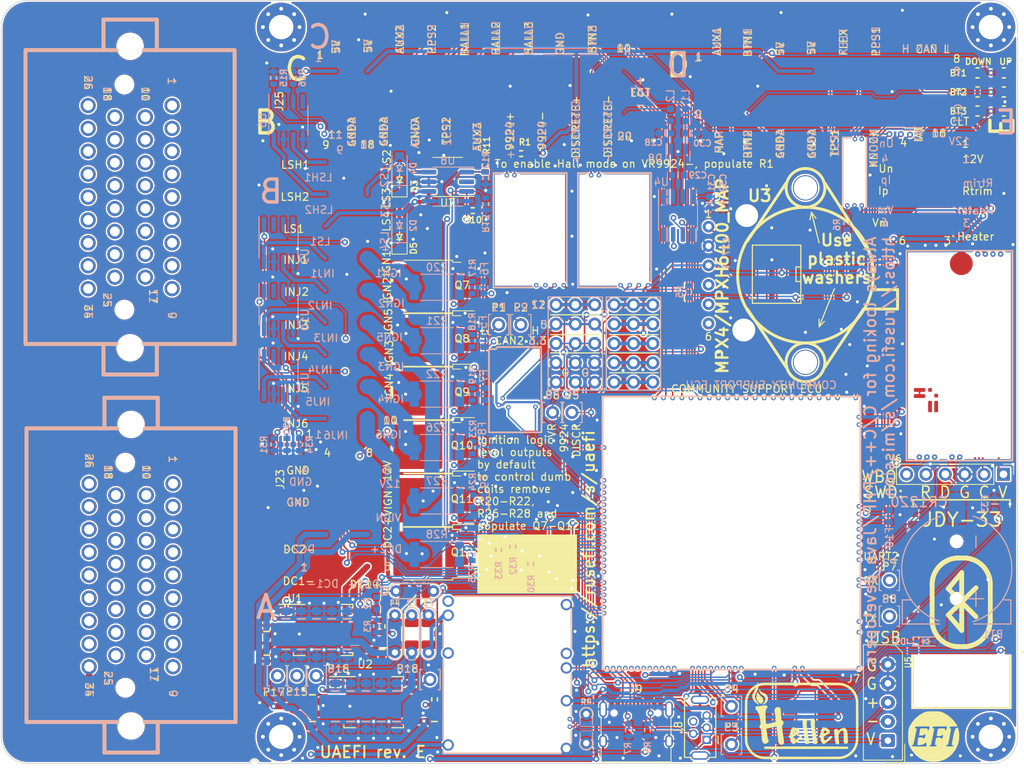
<source format=kicad_pcb>
(kicad_pcb (version 20240108) (generator "pcbnew") (generator_version "8.0")
  (title_block (title "UAEFI") (date "2025-04-30") (rev "E"))
  (layers (0 "F.Cu" signal) (1 "In1.Cu" signal) (2 "In2.Cu" signal) (31 "B.Cu" signal) (34 "B.Paste" user) (35 "F.Paste" user) (36 "B.SilkS" user "B.Silkscreen") (37 "F.SilkS" user "F.Silkscreen") (38 "B.Mask" user) (39 "F.Mask" user) (44 "Edge.Cuts" user))
  (net 0 "")
  (net 1 "Net-(BT1-+)")
  (net 2 "GND")
  (net 3 "/DC Driver 1/PWR")
  (net 4 "/OUT_DC1-")
  (net 5 "/OUT_DC1+")
  (net 6 "/DC Driver 2/PWR")
  (net 7 "/OUT_DC2-")
  (net 8 "/OUT_DC2+")
  (net 9 "+5VA")
  (net 10 "Net-(U4-T-)")
  (net 11 "Net-(U4-T+)")
  (net 12 "+3.3VA")
  (net 13 "/VBAT")
  (net 14 "+12V_RAW")
  (net 15 "/OUT_LS1")
  (net 16 "/OUT_LS2")
  (net 17 "/OUT_LS3")
  (net 18 "/OUT_LS4")
  (net 21 "/IN_VIGN")
  (net 22 "+12V")
  (net 23 "Net-(G4-Pad1)")
  (net 24 "Net-(G4-Pad12)")
  (net 25 "Net-(G4-Pad13)")
  (net 26 "Net-(G4-Pad14)")
  (net 27 "Net-(G4-Pad10)")
  (net 28 "+5VP")
  (net 29 "/IN_PPS2")
  (net 30 "/IN_PPS1")
  (net 31 "/IN_CLT")
  (net 32 "/IN_IAT")
  (net 33 "/CAN-")
  (net 34 "/CAN+")
  (net 35 "GNDA")
  (net 36 "/IN_TPS1")
  (net 37 "/IN_TPS2")
  (net 38 "/IN_AUX3")
  (net 39 "/IN_AUX2")
  (net 40 "/IN_AUX1")
  (net 41 "/IN_BUTTON2")
  (net 42 "/IN_BUTTON1")
  (net 43 "/IN_HALL3")
  (net 44 "/IN_HALL2")
  (net 45 "/IN_HALL1")
  (net 46 "/IN_MAP")
  (net 47 "/EGT+")
  (net 48 "/IN_BUTTON3")
  (net 49 "/IN_KNOCK_RAW")
  (net 50 "/IN_FLEX")
  (net 51 "/VR_MAX9924+")
  (net 52 "/EGT-")
  (net 53 "/WBO_Un")
  (net 54 "/WBO_Vm")
  (net 55 "/WBO_Ip")
  (net 56 "/WBO_Rtrim")
  (net 57 "/WBO_Heater")
  (net 58 "/OUT_IGN6")
  (net 59 "/OUT_IGN5")
  (net 60 "/OUT_IGN4")
  (net 61 "/OUT_IGN3")
  (net 62 "/OUT_IGN2")
  (net 63 "/OUT_IGN1")
  (net 64 "/OUT_INJ6")
  (net 65 "/OUT_INJ5")
  (net 66 "/OUT_INJ4")
  (net 67 "/OUT_INJ3")
  (net 68 "/OUT_INJ2")
  (net 69 "/OUT_INJ1")
  (net 70 "Net-(J6-Pin_1)")
  (net 71 "Net-(J6-Pin_2)")
  (net 72 "Net-(J6-Pin_4)")
  (net 73 "Net-(J6-Pin_5)")
  (net 75 "/VBUS")
  (net 76 "/USB-")
  (net 77 "/USB+")
  (net 79 "Net-(J9-CC1)")
  (net 81 "Net-(J9-CC2)")
  (net 84 "/VIGN")
  (net 85 "+5V")
  (net 86 "/PWR_EN")
  (net 87 "Net-(M1-PG_5VP)")
  (net 88 "/IN_KNOCK")
  (net 89 "/VR_MAX9924-")
  (net 90 "/VR_DISCRETE+")
  (net 91 "/VR_DISCRETE-")
  (net 94 "/VR_DISCRETE_THR")
  (net 97 "/DC2_DIS")
  (net 98 "/DC2_DIR")
  (net 99 "/DC1_DIS")
  (net 100 "/LS2")
  (net 101 "/LS1")
  (net 102 "/INJ6")
  (net 103 "/INJ5")
  (net 104 "/INJ4")
  (net 105 "/INJ3")
  (net 106 "/INJ2")
  (net 107 "/INJ1")
  (net 108 "/LS3")
  (net 109 "/LS4")
  (net 110 "/DC1_PWM")
  (net 111 "/DC1_DIR")
  (net 112 "/DC2_PWM")
  (net 113 "Net-(M5-PULL_DOWN1)")
  (net 118 "/EGT/SPI_CS")
  (net 119 "/SCK3")
  (net 120 "/MISO3")
  (net 127 "+3.3V")
  (net 128 "/IN_VMAIN")
  (net 129 "/INTERNAL_MAP")
  (net 130 "/ADC3")
  (net 131 "/IGN6")
  (net 132 "/IGN5")
  (net 133 "/IGN4")
  (net 134 "/IGN3")
  (net 135 "/IGN2")
  (net 136 "/IGN1")
  (net 138 "Net-(Q7-G)")
  (net 139 "Net-(Q8-G)")
  (net 140 "Net-(Q9-G)")
  (net 141 "Net-(Q10-G)")
  (net 142 "Net-(Q11-G)")
  (net 143 "Net-(Q12-G)")
  (net 150 "Net-(M6-SPI2_CS_{slash}_CAN2_RX_(PB12))")
  (net 151 "Net-(M6-SPI2_SCK_{slash}_CAN2_TX_(PB13))")
  (net 152 "Net-(M6-UART2_TX_(PD5))")
  (net 153 "Net-(M6-UART2_RX_(PD6))")
  (net 154 "Net-(M6-LED_GREEN)")
  (net 155 "Net-(M6-LED_YELLOW)")
  (net 156 "Net-(M7-CANL)")
  (net 157 "Net-(M7-CANH)")
  (net 163 "/VREF1")
  (net 168 "/PG_5VP")
  (net 169 "Net-(F5-Pad1)")
  (net 170 "Net-(F6-Pad1)")
  (net 171 "Net-(F7-Pad1)")
  (net 172 "Net-(F8-Pad1)")
  (net 173 "Net-(F9-Pad1)")
  (net 174 "Net-(F10-Pad1)")
  (net 175 "/12V_KEY")
  (net 186 "/OUT_LS_HOT1")
  (net 187 "/OUT_LS_HOT2")
  (net 188 "/LS_HOT2")
  (net 189 "/LS_HOT1")
  (net 190 "/VR_DISCRETE_A")
  (net 191 "/VR_DISCRETE")
  (net 192 "/VR_MAX9924")
  (footprint "hellen-one-common:R0805" (layer "F.Cu") (at 148.2 74.5)
    (property "Reference" "R40" (hide yes))
    (property "Value" "DNP" (hide yes))
  )
  (footprint "Package_SO:SOIC-8_3.9x4.9mm_P1.27mm" (layer "F.Cu") (at 75.325 83.135 180)
    (property "Reference" "U7")
    (property "Value" "VNLD5160TR-E")
  )
  (footprint "hellen-one-common:C0603" (layer "F.Cu") (at 57.6 151 -90)
    (property "Reference" "C24" (hide yes))
    (property "Value" "100n" (hide yes))
  )
  (footprint "hellen-one-common:R0805" (layer "F.Cu") (at 148.2 72)
    (property "Reference" "R39" (hide yes))
    (property "Value" "DNP" (hide yes))
  )
  (footprint "Package_TO_SOT_SMD:TO-252-2" (layer "F.Cu") (at 72.66 118.5 180)
    (property "Reference" "Q10")
    (property "Value" "ISL9V3040D3ST")
  )
  (footprint "hellen-one-common:PAD-TH" (layer "F.Cu") (at 133.2 140.7)
    (property "Reference" "P8")
    (property "Value" "Pad" (hide yes))
  )
  (footprint "hellen-one-wbo-0.5:wbo" (layer "F.Cu") (at 149.425 120.4 90)
    (property "Reference" "M5" (hide yes))
    (property "Value" "Module-wbo-0.5" (hide yes))
  )
  (footprint "hellen-one-common:PAD-TH" (layer "F.Cu") (at 91.6 114)
    (property "Reference" "P5")
    (property "Value" "Pad" (hide yes))
  )
  (footprint "Package_TO_SOT_SMD:TO-252-2" (layer "F.Cu") (at 72.66 97.5 180)
    (property "Reference" "Q7")
    (property "Value" "ISL9V3040D3ST")
  )
  (footprint "Package_TO_SOT_SMD:TO-252-2" (layer "F.Cu") (at 72.66 104.5 180)
    (property "Reference" "Q8")
    (property "Value" "ISL9V3040D3ST")
  )
  (footprint "hellen-one-common:PAD-TH" (layer "F.Cu") (at 82 102.5)
    (property "Reference" "P1")
    (property "Value" "Pad" (hide yes))
  )
  (footprint "hellen-one-common:C0603" (layer "F.Cu") (at 73.6 154.5 -90)
    (property "Reference" "C26" (hide yes))
    (property "Value" "10n" (hide yes))
  )
  (footprint "hellen-one-common:R0603" (layer "F.Cu") (at 84.932497 80.075 180)
    (property "Reference" "R1")
    (property "Value" "4.7k" (hide yes))
  )
  (footprint "hellen-one-common:LOGO" (layer "F.Cu") (at 122 154.5)
    (property "Reference" "G2" (hide yes))
    (property "Value" "LOGO" (hide yes))
  )
  (footprint "kicad6-libraries:TE 2-6447232-3" (layer "F.Cu") (at 39.2 85.775 -90)
    (property "Reference" "J25")
    (property "Value" "2-6447232-3")
  )
  (footprint "hellen-one-common:PAD-TH" (layer "F.Cu") (at 84.9 102.5)
    (property "Reference" "P2")
    (property "Value" "Pad" (hide yes))
  )
  (footprint "hellen-one-common:C0603" (layer "F.Cu") (at 66.725 145.04 -90)
    (property "Reference" "C13" (hide yes))
    (property "Value" "10n" (hide yes))
  )
  (footprint "hellen-one-common:PAD-TH" (layer "F.Cu") (at 55.54 148.5)
    (property "Reference" "P15")
    (property "Value" "Pad" (hide yes))
  )
  (footprint "MountingHole:MountingHole_3.2mm_M3_Pad_Via" (layer "F.Cu") (at 53.5 63.5)
    (property "Reference" "H1" (hide yes))
    (property "Value" "M3")
  )
  (footprint "MountingHole:MountingHole_3.2mm_M3_Pad_Via" (layer "F.Cu") (at 146.5 63.5)
    (property "Reference" "H4" (hide yes))
    (property "Value" "M3")
  )
  (footprint "hellen-one-common:PAD-1206-PAD" (layer "F.Cu") (at 68.4 143 -90)
    (property "Reference" "F4")
    (property "Value" "12H1500D" (hide yes))
  )
  (footprint "hellen-one-common:R0805" (layer "F.Cu") (at 144.75 74.5)
    (property "Reference" "R37" (hide yes))
    (property "Value" "10k" (hide yes))
  )
  (footprint "hellen-one-common:C0603" (layer "F.Cu") (at 51.6 142.7 -90)
    (property "Reference" "C11" (hide yes))
    (property "Value" "100n" (hide yes))
  )
  (footprint "Connector_Molex:Molex_SPOX_5267-05A_1x05_P2.50mm_Vertical" (layer "F.Cu") (at 133 157 90)
    (property "Reference" "J7")
    (property "Value" "Conn_01x05_Male")
  )
  (footprint "hellen-one-common:PAD-TH" (layer "F.Cu") (at 112.5 152.5)
    (property "Reference" "P4")
    (property "Value" "Pad" (hide yes))
  )
  (footprint "MountingHole:MountingHole_3.2mm_M3_Pad_Via" (layer "F.Cu") (at 53.5 156.5)
    (property "Reference" "H2" (hide yes))
    (property "Value" "M3")
  )
  (footprint "hellen-one-vr-discrete-0.5:vr-discrete" (layer "F.Cu") (at 92.275 82.525 -90)
    (property "Reference" "M3" (hide yes))
    (property "Value" "Module-vr-discrete-0.5" (hide yes))
  )
  (footprint "hellen-one-common:R0603" (layer "F.Cu") (at 78.6 87.55 180)
    (property "Reference" "R10")
    (property "Value" "4.7k" (hide yes))
  )
  (footprint "hellen-one-common:PAD-TH" (layer "F.Cu") (at 53 148.5)
    (property "Reference" "P17")
    (property "Value" "Pad" (hide yes))
  )
  (footprint "hellen-one-common:USB-MINI-B-VERTICAL" (layer "F.Cu") (at 108.375 155.3 90)
    (property "Reference" "J8")
    (property "Value" "USB_B_Mini")
  )
  (footprint "hellen-one-common:PAD-1206-PAD" (layer "F.Cu") (at 70.6 143 -90)
    (property "Reference" "F3")
    (property "Value" "12H1500D" (hide yes))
  )
  (footprint "hellen-one-knock-0.2:knock" (layer "F.Cu") (at 126.974999 77.875 -90)
    (property "Reference" "M2" (hide yes))
    (property "Value" "Module-knock-0.2" (hide yes))
  )
  (footprint "hellen-one-common:C0603" (layer "F.Cu") (at 57.6 154.5 90)
    (property "Reference" "C25" (hide yes))
    (property "Value" "10n" (hide yes))
  )
  (footprint "hellen-one-common:PAD-TH" (layer "F.Cu") (at 73 149)
    (property "Reference" "P18")
    (property "Value" "Pad" (hide yes))
  )
  (footprint "kicad6-libraries:TE 2-6447232-3" (layer "F.Cu") (at 39.325 135.325 -90)
    (property "Reference" "J23")
    (property "Value" "2-6447232-3")
  )
  (footprint "hellen-one-power_12and5V-0.3:power_12and5V" (layer "F.Cu") (at 74.624999 158.775001)
    (property "Reference" "M1" (hide yes))
    (property "Value" "Module-power_12and5V-0.3" (hide yes))
  )
  (footprint "Package_TO_SOT_SMD:TO-252-2" (layer "F.Cu") (at 72.66 132.5 180)
    (property "Reference" "Q12")
    (property "Value" "ISL9V3040D3ST")
  )
  (footprint "hellen-one-common:PAD-TH" (layer "F.Cu") (at 89.06 114)
    (property "Reference" "P6")
    (property "Value" "Pad" (hide yes))
  )
  (footprint "hellen-one-can-0.1:can" (layer "F.Cu") (at 80.625 105.325002 -90)
    (property "Reference" "M7" (hide yes))
    (property "Value" "Module-can-0.1" (hide yes))
  )
  (footprint "hellen-one-common:R0603" (layer "F.Cu") (at 66.725 142.04 -90)
    (property "Reference" "R9" (hide yes))
    (property "Value" "4.7k" (hide yes))
  )
  (footprint "Package_TO_SOT_SMD:TO-252-2" (layer "F.Cu") (at 72.66 111.5 180)
    (property "Reference" "Q9")
    (property "Value" "ISL9V3040D3ST")
  )
  (footprint "kicad6-libraries:JDY-33" (layer "F.Cu") (at 142.65 138.875 180)
    (property "Reference" "U5")
    (property "Value" "JDY-33")
  )
  (footprint "hellen-one-common:R0805" (layer "F.Cu") (at 144.75 69.5)
    (property "Reference" "R35" (hide yes))
    (property "Value" "10k" (hide yes))
  )
  (footprint "hellen-one-common:PAD-1206-PAD" (layer "F.Cu") (at 72.8 143 -90)
    (property "Reference" "F1")
    (property "Value" "12H1500D" (hide yes))
  )
  (footprint "hellen-one-common:PROTO_AREA" (layer "F.Cu") (at 89.5 110.04 90)
    (property "Reference" "G3" (hide yes))
    (property "Value" "PROTO_AREA" (hide yes))
  )
  (footprint "hellen-one-common:PAD-TH" (layer "F.Cu") (at 112.5 157.5)
    (property "Reference" "P3")
    (property "Value" "Pad" (hide yes))
  )
  (footprint "hellen-one-common:PAD-0805-PAD" (layer "F.Cu") (at 93.474609 155.430391 -90)
    (property "Reference" "R4")
    (property "Value" "Jumper-Pad-Pad" (hide yes))
  )
  (footprint "hellen-one-common:R0603" (layer "F.Cu") (at 80.2 81.65 -90)
    (property "Reference" "R11")
    (property "Value" "4.7k" (hide yes))
  )
  (footprint "hellen-one-common:SOD-123" (layer "F.Cu") (at 69 83.5 90)
    (property "Reference" "D3")
    (property "Value" "B5819W" (hide yes))
  )
  (footprint "hellen-one-common:R0805" (layer "F.Cu") (at 148.2 69.5)
    (property "Reference" "R38" (hide yes))
    (property "Value" "DNP" (hide yes))
  )
  (footprint "hellen-one-common:R0805" (layer "F.Cu") (at 144.75 72)
    (property "Reference" "R36" (hide yes))
    (property "Value" "10k" (hide yes))
  )
  (footprint "Package_SO:Infineon_PG-DSO-12-11" (layer "F.Cu") (at 59 142.5)
    (property "Reference" "U1")
    (property "Value" "TLE9201SG")
  )
  (footprint "Package_SO:Infineon_PG-DSO-12-11" (layer "F.Cu") (at 65.625 151.96)
    (property "Reference" "U2")
    (property "Value" "TLE9201SG")
  )
  (footprint "hellen-one-common:PAD-TH" (layer "F.Cu") (at 133.2 136)
    (property "Reference" "P7")
    (property "Value" "Pad" (hide yes))
  )
  (footprint "hellen-one-mega-mcu100-0.3:mega-mcu100" (layer "F.Cu") (at 129.50001 111.8 180)
    (property "Reference" "M6" (hide yes))
    (property "Value" "Module:mega-mcu100/0.3" (hide yes))
  )
  (footprint "Package_TO_SOT_SMD:TO-252-2" (layer "F.Cu") (at 72.66 125.5 180)
    (property "Reference" "Q11")
    (property "Value" "ISL9V3040D3ST")
  )
  (footprint "kicad6-libraries:USB_C" (layer "F.Cu") (at 100 156)
    (property "Reference" "J9")
    (property "Value" "USB_C")
  )
  (footprint "MountingHole:MountingHole_3.2mm_M3_Pad_Via" (layer "F.Cu") (at 146.5 156.5)
    (property "Reference" "H3" (hide yes))
    (property "Value" "M3")
  )
  (footprint "hellen-one-vr-max9924-0.1:vr-max9924" (layer "F.Cu") (at 81.225 82.525 -90)
    (property "Reference" "M4" (hide yes))
    (property "Value" "Module-vr-max9924-0.1" (hide yes))
  )
  (footprint "kicad6-libraries:rusefi_logo" (layer "F.Cu") (at 139 156.5)
    (property "Reference" "G1" (hide yes))
    (property "Value" "RUSEFI_LOGO" (hide yes))
  )
  (footprint "hellen-one-common:PAD-1206-PAD" (layer "F.Cu") (at 71 137.4)
    (property "Reference" "F2")
    (property "Value" "12H1500D" (hide yes))
  )
  (footprint "hellen-one-common:SOD-123" (layer "F.Cu") (at 69 91 90)
    (property "Reference" "D5")
    (property "Value" "B5819W" (hide yes))
  )
  (footprint "Connector_PinHeader_2.54mm:PinHeader_1x06_P2.54mm_Vertical" (layer "F.Cu") (at 148.15 122.1 -90)
    (property "Reference" "J6")
    (property "Value" "Conn_01x06")
  )
  (footprint "hellen-one-common:R0603" (layer "F.Cu") (at 73.6 151.6 -90)
    (property "Reference" "R14" (hide yes))
    (property "Value" "4.7k" (hide yes))
  )
  (footprint "kicad6-libraries:MPX-4_MAP" (layer "F.Cu") (at 126.01325 96 -90)
    (property "Reference" "U3")
    (property "Value" "MPX4/MPXH6400_MAP")
  )
  (footprint "hellen-one-common:PAD-TH" (layer "F.Cu") (at 58.08 148.5)
    (property "Reference" "P16")
    (property "Value" "Pad" (hide yes))
  )
  (footprint "hellen-one-common:C0603" (layer "F.Cu") (at 51.6 145.8 90)
    (property "Reference" "C12" (hide yes))
    (property "Value" "10n" (hide yes))
  )
  (footprint "hellen-one-common:PROTO_AREA" (layer "F.Cu") (at 97.12 110.04 90)
    (property "Reference" "G4" (hide yes))
    (property "Value" "PROTO_AREA" (hide yes))
  )
  (footprint "Package_TO_SOT_SMD:SOT-23" (layer "B.Cu") (at 105.5 80.417977 -90)
    (property "Reference" "D8")
    (property "Value" "NUP2105L")
  )
  (footprint "hellen-one-common:C0805" (layer "B.Cu") (at 62.125 145.04 90)
    (property "Reference" "C10" (hide yes))
    (property "Value" "10u" (hide yes))
  )
  (footprint "hellen-one-common:C0603" (layer "B.Cu") (at 111.8 94.9 -90)
    (property "Reference" "C27")
    (property "Value" "100n" (hide yes))
  )
  (footprint "hellen-one-common:SOD-123" (layer "B.Cu") (at 69 82 90)
    (property "Reference" "D4")
    (property "Value" "B5819W" (hide yes))
  )
  (footprint "kicad6-libraries:CR1220-2" (layer "B.Cu") (at 142 134.5 90)
    (property "Reference" "BT1")
    (property "Value" "CR1220")
  )
  (footprint "Package_SO:SOIC-8_3.9x4.9mm_P1.27mm" (layer "B.Cu") (at 53.15 100.55 -90)
    (property "Reference" "U10")
    (property "Value" "VNLD5160TR-E")
  )
  (footprint "hellen-one-common:R0603" (layer "B.Cu") (at 52.55 118.2 90)
    (property "Reference" "R31")
    (property "Value" "4.7k" (hide yes))
  )
  (footprint "hellen-one-common:C0603" (layer "B.Cu") (at 107.190001 77.4 180)
    (property "Reference" "C30")
    (property "Value" "10n" (hide yes))
  )
  (footprint "hellen-one-common:C0805" (layer "B.Cu") (at 56.125 145.04 90)
    (property "Reference" "C7" (hide yes))
    (property "Value" "10u" (hide yes))
  )
  (footprint "hellen-one-common:C0603" (layer "B.Cu") (at 147 126 -90)
    (property "Reference" "C33")
    (property "Value" "100n" (hide yes))
  )
  (footprint "hellen-one-common:C0603" (layer "B.Cu") (at 105.5 82.917977)
    (property "Reference" "C29")
    (property "Value" "100n" (hide yes))
  )
  (footprint "hellen-one-common:R0603" (layer "B.Cu") (at 55.9 118.2 90)
    (property "Reference" "R34")
    (property "Value" "4.7k" (hide yes))
  )
  (footprint "hellen-one-common:C0805" (layer "B.Cu") (at 66.6 150.5 -90)
    (property "Reference" "C17" (hide yes))
    (property "Value" "10u" (hide yes))
  )
  (footprint "Resistor_SMD:R_2512_6332Metric" (layer "B.Cu") (at 73.9 97.6 180)
    (property "Reference" "R20")
    (property "Value" "0")
  )
  (footprint "hellen-one-common:C0805" (layer "B.Cu") (at 58.125 141.04 -90)
    (property "Reference" "C3" (hide yes))
    (property "Value" "10u" (hide yes))
  )
  (footprint "hellen-one-common:C0805" (layer "B.Cu") (at 68.6 154.5 90)
    (property "Reference" "C23" (hide yes))
    (property "Value" "10u" (hide yes))
  )
  (footprint "Package_SO:SOIC-8_3.9x4.9mm_P1.27mm" (layer "B.Cu") (at 105.5 88.2 -90)
    (property "Reference" "U4")
    (property "Value" "MAX31855KASA")
  )
  (footprint "hellen-one-common:C0805" (layer "B.Cu") (at 54.125 141.04 -90)
    (property "Reference" "C1" (hide yes))
    (property "Value" "10u" (hide yes))
  )
  (footprint "Resistor_SMD:R_2512_6332Metric" (layer "B.Cu") (at 73.9 118.6 180)
    (property "Reference" "R26")
    (property "Value" "0")
  )
  (footprint "Package_SO:SOIC-8_3.9x4.9mm_P1.27mm" (layer "B.Cu") (at 53.15 109.1 -90)
    (property "Reference" "U11")
    (property "Value" "VNLD5160TR-E")
  )
  (footprint "hellen-one-common:C0603" (layer "B.Cu") (at 109.6 86.5 90)
    (property "Reference" "C31")
    (property "Value" "100n" (hide yes))
  )
  (footprint "Fuse:Fuse_0603_1608Metric" (layer "B.Cu") (at 80.1 125.55 -90)
    (property "Reference" "F9")
    (property "Value" "50mA")
  )
  (footprint "hellen-one-common:C0805" (layer "B.Cu") (at 60.6 150.5 -90)
    (property "Reference" "C14" (hide yes))
    (property "Value" "10u" (hide yes))
  )
  (footprint "hellen-one-common:C0805" (layer "B.Cu") (at 60.6 154.5 90)
    (property "Reference" "C19" (hide yes))
    (property "Value" "10u" (hide yes))
  )
  (footprint "Fuse:Fuse_0603_1608Metric" (layer "B.Cu") (at 80.05 97.6 -90)
    (property "Reference" "F6")
    (property "Value" "50mA")
  )
  (footprint "Resistor_SMD:R_2512_6332Metric" (layer "B.Cu") (at 73.9 125.6 180)
    (property "Reference" "R27")
    (property "Value" "0")
  )
  (footprint "Resistor_SMD:R_2512_6332Metric" (layer "B.Cu") (at 73.9 104.6 180)
    (property "Reference" "R21")
    (property "Value" "0")
  )
  (footprint "hellen-one-common:C0805" (layer "B.Cu") (at 60.125 141.04 -90)
    (property "Reference" "C4" (hide yes))
    (property "Value" "10u" (hide yes))
  )
  (footprint "Fuse:Fuse_0603_1608Metric" (layer "B.Cu") (at 133.15 127.55 -90)
    (property "Reference" "F10")
    (property "Value" "50mA")
  )
  (footprint "hellen-one-common:SOD-123" (layer "B.Cu") (at 69 89.5 90)
    (property "Reference" "D2")
    (property "Value" "B5819W" (hide yes))
  )
  (footprint "hellen-one-common:SOD-323" (layer "B.Cu") (at 138 144)
    (property "Reference" "D1")
    (property "Value" "1N4148WS" (hide yes))
  )
  (footprint "hellen-one-common:R0603" (layer "B.Cu") (at 78.5125 111.6 90)
    (property "Reference" "R19")
    (property "Value" "22" (hide yes))
  )
  (footprint "hellen-one-common:R0603" (layer "B.Cu") (at 82 132 -90)
    (property "Reference" "R33")
    (property "Value" "4.7k" (hide yes))
  )
  (footprint "hellen-one-common:C0805" (layer "B.Cu") (at 64.6 154.5 90)
    (property "Reference" "C21" (hide yes))
    (property "Value" "10u" (hide yes))
  )
  (footprint "Fuse:Fuse_0603_1608Metric" (layer "B.Cu") (at 80.1 118.55 -90)
    (property "Reference" "F8")
    (property "Value" "50mA")
  )
  (footprint "hellen-one-common:R0603" (layer "B.Cu") (at 78.5125 118.6 90)
    (property "Reference" "R23")
    (property "Value" "22" (hide yes))
  )
  (footprint "hellen-one-common:R0603" (layer "B.Cu") (at 99 155.621682 90)
    (property "Reference" "R7")
    (property "Value" "5.6k" (hide yes))
  )
  (footprint "hellen-one-common:R0603" (layer "B.Cu") (at 78.5125 125.6 90)
    (property "Reference" "R24")
    (property "Value" "22" (hide yes))
  )
  (footprint "Fuse:Fuse_0603_1608Metric" (layer "B.Cu") (at 80.15 111.6 -90)
    (property "Reference" "F7")
    (property "Value" "50mA")
  )
  (footprint "hellen-one-common:C0603" (layer "B.Cu") (at 111.4 86.5 90)
    (property "Reference" "C32")
    (property "Value" "1u" (hide yes))
  )
  (footprint "hellen-one-common:R0603" (layer "B.Cu") (at 55.05 70.15 90)
    (property "Reference" "R16")
    (property "Value" "4.7k" (hide yes))
  )
  (footprint "Package_SO:SOIC-8_3.9x4.9mm_P1.27mm" (layer "B.Cu") (at 53.15 91.8 -90)
    (property "Reference" "U9")
    (property "Value" "VNLD5160TR-E")
  )
  (footprint "hellen-one-common:R0603" (layer "B.Cu") (at 86.2 133.85 90)
    (property "Reference" "R30")
    (property "Value" "4.7k" (hide yes))
  )
  (footprint "Resistor_SMD:R_2512_6332Metric" (layer "B.Cu") (at 73.9 111.6 180)
    (property "Reference" "R22")
    (property "Value" "0")
  )
  (footprint "hellen-one-common:R0603" (layer "B.Cu") (at 78.5125 132.6 90)
    (property "Reference" "R25")
    (property "Value" "22" (hide yes))
  )
  (footprint "Inductor_SMD:L_0603_1608Metric" (layer "B.Cu") (at 104.5 75 -90)
    (property "Reference" "L2")
    (property "Value" "470R@100MHz")
  )
  (footprint "hellen-one-common:C0805" (layer "B.Cu") (at 64.6 150.5 -90)
    (property "Reference" "C16" (hide yes))
    (property "Value" "10u" (hide yes))
  )
  (footprint "hellen-one-common:R0603" (layer "B.Cu") (at 78.5125 97.6 90)
    (property "Reference" "R17")
    (property "Value" "22" (hide yes))
  )
  (footprint "hellen-one-common:C0805" (layer "B.Cu") (at 66.6 154.5 90)
    (property "Reference" "C22" (hide yes))
    (property "Value" "10u" (hide yes))
  )
  (footprint "hellen-one-common:R0603" (layer "B.Cu") (at 101.5 155.621682 90)
    (property "Reference" "R8")
    (property "Value" "5.6k" (hide yes))
  )
  (footprint "hellen-one-common:R0603" (layer "B.Cu") (at 66 142 90)
    (property "Reference" "R3")
    (property "Value" "6.8k" (hide yes))
  )
  (footprint "hellen-one-common:R0603" (layer "B.Cu") (at 52.5 70.15 90)
    (property "Reference" "R15")
    (property "Value" "4.7k" (hide yes))
  )
  (footprint "hellen-one-common:R0603" (layer "B.Cu") (at 80.3 86.7 90)
    (property "Reference" "R13")
    (property "Value" "4.7k" (hide yes))
  )
  (footprint "hellen-one-common:C0805" (layer "B.Cu") (at 62.125 141.04 -90)
    (property "Reference" "C5" (hide yes))
    (property "Value" "10u" (hide yes))
  )
  (footprint "Fuse:Fuse_0603_1608Metric" (layer "B.Cu") (at 80.05 104.6 -90)
    (property "Reference" "F5")
    (property "Value" "50mA")
  )
  (footprint "hellen-one-common:R0603" (layer "B.Cu") (at 83.85 131.6 -90)
    (property "Reference" "R32")
    (property "Value" "4.7k" (hide yes))
  )
  (footprint "hellen-one-common:C0603" (layer "B.Cu") (at 103.8 77.4)
    (property "Reference" "C28")
    (property "Value" "10n" (hide yes))
  )
  (footprint "Package_SO:SOIC-8_3.9x4.9mm_P1.27mm" (layer "B.Cu") (at 54.435 75.725 -90)
    (property "Reference" "U6")
    (property "Value" "VNLD5160TR-E")
  )
  (footprint "hellen-one-common:R0603" (layer "B.Cu") (at 54.25 118.2 90)
    (property "Reference" "R29")
    (property "Value" "4.7k" (hide yes))
  )
  (footprint "hellen-one-common:R0603" (layer "B.Cu") (at 78.5125 104.6 90)
    (property "Reference" "R18")
    (property "Value" "22" (hide yes))
  )
  (footprint "Inductor_SMD:L_0603_1608Metric" (layer "B.Cu") (at 106.5 75 -90)
    (property "Reference" "L1")
    (property "Value" "470R@100MHz")
  )
  (footprint "hellen-one-common:C0805" (layer "B.Cu") (at 62.6 150.5 -90)
    (property "Reference" "C15" (hide yes))
    (property "Value" "10u" (hide yes))
  )
  (footprint "Resistor_SMD:R_2512_6332Metric" (layer "B.Cu") (at 73.9 132.6 180)
    (property "Reference" "R28")
    (property "Value" "0")
  )
  (footprint "hellen-one-common:C0805" (layer "B.Cu") (at 58.125 145.04 90)
    (property "Reference" "C8" (hide yes))
    (property "Value" "10u" (hide yes))
  )
  (footprint "hellen-one-common:C0805" (layer "B.Cu") (at 60.125 145.04 90)
    (property "Reference" "C9" (hide yes))
    (property "Value" "10u" (hide yes))
  )
  (footprint "hellen-one-common:C0805" (layer "B.Cu") (at 54.125 145.04 90)
    (property "Reference" "C6" (hide yes))
    (property "Value" "10u" (hide yes))
  )
  (footprint "hellen-one-common:C0805" (layer "B.Cu") (at 56.125 141.04 -90)
    (property "Reference" "C2" (hide yes))
    (property "Value" "10u" (hide yes))
  )
  (footprint "hellen-one-common:C0805" (layer "B.Cu") (at 68.6 150.5 -90)
    (property "Reference" "C18" (hide yes))
    (property "Value" "10u" (hide yes))
  )
  (footprint "hellen-one-common:R0603" (layer "B.Cu") (at 80.3 83.3 90)
    (property "Reference" "R12")
    (property "Value" "4.7k" (hide yes))
  )
  (footprint "hellen-one-common:C0805" (layer "B.Cu") (at 62.6 154.5 90)
    (property "Reference" "C20" (hide yes))
    (property "Value" "10u" (hide yes))
  )
  (footprint "hellen-one-common:R0603" (layer "B.Cu") (at 106.9 98.2 -90)
    (property "Reference" "R5")
    (property "Value" "0" (hide yes))
  )
  (footprint "hellen-one-common:R0603" (layer "B.Cu") (at 127.6 89.2 -90)
    (property "Reference" "R6")
    (property "Value" "0" (hide yes))
  )
  (footprint "hellen-one-common:R0603" (layer "B.Cu") (at 66 139 90)
    (property "Reference" "R2")
    (property "Value" "33k" (hide yes))
  )
  (footprint "Package_SO:SOIC-8_3.9x4.9mm_P1.27mm" (layer "B.Cu") (at 75.325 84.405 180)
    (property "Reference" "U8")
    (property "Value" "VNLD5160TR-E")
  )
  (gr_line (start 96.5 106.2) (end 102.9 106.2) (stroke (width 0.15)) (layer "F.SilkS"))
  (gr_line (start 96.5 108.8) (end 102.9 108.8) (stroke (width 0.15)) (layer "F.SilkS"))
  (gr_line (start 88.8 101.2) (end 95.2 101.2) (stroke (width 0.15)) (layer "F.SilkS"))
  (gr_rect (start 79.27 130.067565) (end 92.186015 137.642435) (stroke (width 0.15)) (fill solid) (layer "F.SilkS"))
  (gr_line (start 96.5 103.8) (end 102.9 103.8) (stroke (width 0.15)) (layer "F.SilkS"))
  (gr_line (start 88.8 106.2) (end 95.2 106.2) (stroke (width 0.15)) (layer "F.SilkS"))
  (gr_line (start 96.5 101.2) (end 102.9 101.2) (stroke (width 0.15)) (layer "F.SilkS"))
  (gr_line (start 88.8 103.8) (end 95.2 103.8) (stroke (width 0.15)) (layer "F.SilkS"))
  (gr_arc (start 16.82 63.5) (mid 17.845126 61.025126) (end 20.32 60) (stroke (width 0.1)) (layer "Edge.Cuts"))
  (gr_line (start 49.5 160) (end 20.32 160) (stroke (width 0.1)) (layer "Edge.Cuts"))
  (gr_arc (start 150 156.5) (mid 148.974874 158.974874) (end 146.5 160) (stroke (width 0.1)) (layer "Edge.Cuts"))
  (gr_line (start 150 156.5) (end 150 63.5) (stroke (width 0.1)) (layer "Edge.Cuts"))
  (gr_arc (start 49.5 160) (mid 50 159.5) (end 50.5 160) (stroke (width 0.1)) (layer "Edge.Cuts"))
  (gr_line (start 16.82 63.5) (end 16.82 156.5) (stroke (width 0.1)) (layer "Edge.Cuts"))
  (gr_line (start 146.5 60) (end 20.32 60) (stroke (width 0.1)) (layer "Edge.Cuts"))
  (gr_arc (start 20.32 160) (mid 17.845126 158.974874) (end 16.82 156.5) (stroke (width 0.1)) (layer "Edge.Cuts"))
  (gr_arc (start 146.5 60) (mid 148.974874 61.025126) (end 150 63.5) (stroke (width 0.1)) (layer "Edge.Cuts"))
  (gr_line (start 50.5 160) (end 146.5 160) (stroke (width 0.1)) (layer "Edge.Cuts"))
  (gr_text "GND" (at 90.05 65.65 90) (layer "B.SilkS") (effects (font (size 1 1)) (justify mirror)))
  (gr_text "GND" (at 55.7 125.75 0) (layer "B.SilkS") (effects (font (size 1 1)) (justify mirror)))
  (gr_text "18" (at 64.8 78.9 0) (layer "B.SilkS") (effects (font (size 1 1)) (justify mirror)))
  (gr_text "HALL3" (at 85.95 64.95 90) (layer "B.SilkS") (effects (font (size 1 1)) (justify mirror)))
  (gr_text "5" (at 67.4 134.2 0) (layer "B.SilkS") (effects (font (size 1 1)) (justify mirror)))
  (gr_text "DC2+" (at 67.25 131.9 0) (layer "B.SilkS") (effects (font (size 1 1)) (justify mirror)))
  (gr_text "INJ2" (at 58.6 100 0) (layer "B.SilkS") (effects (font (size 1 1)) (justify mirror)))
  (gr_text "DISCRETE+" (at 92.1 77.22 90) (layer "B.SilkS") (effects (font (size 1 1)) (justify mirror)))
  (gr_text "6" (at 132.5 89.1 0) (layer "B.SilkS") (effects (font (size 1 1)) (justify mirror)))
  (gr_text "5V" (at 60.7 66.05 90) (layer "B.SilkS") (effects (font (size 1 1)) (justify mirror)))
  (gr_text "3.3" (at 87.1 104.6 0) (layer "B.SilkS") (effects (font (size 1 1)) (justify mirror)))
  (gr_text "10" (at 67.810761 115.044619 0) (layer "B.SilkS") (effects (font (size 1 1)) (justify mirror)))
  (gr_text "GND" (at 56.05 123.1 0) (layer "B.SilkS") (effects (font (size 1 1)) (justify mirror)))
  (gr_text "LS4" (at 67.05 91.6 90) (layer "B.SilkS") (effects (font (size 1 1)) (justify mirror)))
  (gr_text "BTN1" (at 114.65 65.5 90) (layer "B.SilkS") (effects (font (size 1 1)) (justify mirror)))
  (gr_text "9" (at 61.2 79.6 0) (layer "B.SilkS") (effects (font (size 1 1)) (justify mirror)))
  (gr_text "9924-" (at 87.69 78.29 90) (layer "B.SilkS") (effects (font (size 1 1)) (justify mirror)))
  (gr_text "11" (at 60.6 77.6 0) (layer "B.SilkS") (effects (font (size 1 1)) (justify mirror)))
  (gr_text "HALL1" (at 77.55 65.05 90) (layer "B.SilkS") (effects (font (size 1 1)) (justify mirror)))
  (gr_text "4" (at 56.5 121.6 0) (layer "B.SilkS") (effects (font (size 1 1)) (justify mirror)))
  (gr_text "B" (at 52.15 85.05 0) (layer "B.SilkS") (effects (font (size 3 3) (thickness 0.45)) (justify mirror)))
  (gr_text "Heater" (at 144.45 87.55 0) (layer "B.SilkS") (effects (font (size 1 1)) (justify mirror)))
  (gr_text "3" (at 143.3 89.2 0) (layer "B.SilkS") (effects (font (size 1 1)) (justify mirror)))
  (gr_text "LS3" (at 67.15 87.1 90) (layer "B.SilkS") (effects (font (size 1 1)) (justify mirror)))
  (gr_text "5V" (at 123 66.2 90) (layer "B.SilkS") (effects (font (size 1 1)) (justify mirror)))
  (gr_text "Always looking for C/C++/PHP/Java developers\nhttps://rusefi.com/s/mission" (at 131.9 90.8 90) (layer "B.SilkS") (effects (font (size 1.5 1.5) (thickness 0.25)) (justify left mirror)))
  (gr_text "8" (at 142.05 69.3 0) (layer "B.SilkS") (effects (font (size 1 1)) (justify mirror)))
  (gr_text "A" (at 51.499998 139.5 0) (layer "B.SilkS") (effects (font (size 3 3) (thickness 0.45)) (justify mirror)))
  (gr_text "DISCRETE-" (at 96.31 77.15 90) (layer "B.SilkS") (effects (font (size 1 1)) (justify mirror)))
  (gr_text "L CAN H" (at 137.95 66.35 0) (layer "B.SilkS") (effects (font (size 1 1)) (justify mirror)))
  (gr_text "GNDA" (at 66.95 77.15 90) (layer "B.SilkS") (effects (font (size 1 1)) (justify mirror)))
  (gr_text "16" (at 139.7 77.4 0) (layer "B.SilkS") (effects (font (size 1 1)) (justify mirror)))
  (gr_text "AUX1" (at 110.6 65.5 90) (layer "B.SilkS") (effects (font (size 1 1)) (justify mirror)))
  (gr_text "1" (at 108.05 67.5 0) (layer "B.SilkS") (effects (font (size 1 1)) (justify mirror)))
  (gr_text "9924+" (at 83.54 78.3 90) (layer "B.SilkS") (effects (font (size 1 1)) (justify mirror)))
  (gr_text "Rtrim" (at 144.8 83.95 0) (layer "B.SilkS") (effects (font (size 1 1)) (justify mirror)))
  (gr_text "AUX2" (at 69.05 65.05 90) (layer "B.SilkS") (effects (font (size 1 1)) (justify mirror)))
  (gr_text "DC1+" (at 64.3 136.5 0) (layer "B.SilkS") (effects (font (size 1 1)) (justify mirror)))
  (gr_text "TPS2" (at 75.25 77.2 90) (layer "B.SilkS") (effects (font (size 1 1)) (justify mirror)))
  (gr_text "IGN6" (at 67.55 116.9 0) (layer "B.SilkS") (effects (font (size 1 1)) (justify mirror)))
  (gr_text "12V" (at 67.75 123.35 0) (layer "B.SilkS") (effects (font (size 1 1)) (justify mirror)))
  (gr_text "5" (at 87.9 102.5 0) (layer "B.SilkS") (effects (font (size 1 1)) (justify mirror)))
  (gr_text "9" (at 108.2 74.95 0) (layer "B.SilkS") (effects (font (size 1 1)) (justify mirror)))
  (gr_text "20" (at 98.5 77.8 0) (layer "B.SilkS") (effects (font (size 1 1)) (justify mirror)))
  (gr_text "Vm" (at 132.65 87.5 0) (layer "B.SilkS") (effects (font (size 1 1)) (justify mirror)))
  (gr_text "GNDA" (at 118.9 78.75 90) (layer "B.SilkS") (effects (font (size 1 1)) (justify mirror)))
  (gr_text "DC2-" (at 55.85 131.9 0) (layer "B.SilkS") (effects (font (size 1 1)) (justify mirror)))
  (gr_text "1" (at 56.5 134.3 0) (layer "B.SilkS") (effects (font (size 1 1)) (justify mirror)))
  (gr_text "TPS1" (at 126.05 78.65 90) (layer "B.SilkS") (effects (font (size 1 1)) (justify mirror)))
  (gr_text "BTN3" (at 94.3 65.05 90) (layer "B.SilkS") (effects (font (size 1 1)) (justify mirror)))
  (gr_text "E" (at 148.499998 76 0) (layer "B.SilkS") (effects (font (size 3 3) (thickness 0.45)) (justify mirror)))
  (gr_text "12" (at 87.2 99.9 0) (layer "B.SilkS") (effects (font (size 1 1)) (justify mirror)))
  (gr_text "INJ1" (at 58.9 95.8 0) (layer "B.SilkS") (effects (font (size 1 1)) (justify mirror)))
  (gr_text "MAP" (at 110.9 78.55 90) (layer "B.SilkS") (effects (font (size 1 1)) (justify mirror)))
  (gr_text "INJ5" (at 58.3 112.6 0) (layer "B.SilkS") (effects (font (size 1 1)) (justify mirror)))
  (gr_text "1" (at 143.3 80.8 0) (layer "B.SilkS") (effects (font (size 1 1)) (justify mirror)))
  (gr_text "IGN3" (at 67.9 108 0) (layer "B.SilkS") (effects (font (size 1 1)) (justify mirror)))
  (gr_text "Ip" (at 132.75 83.5 0) (layer "B.SilkS") (effects (font (size 1 1)) (justify mirror)))
  (gr_text "12V" (at 142.35 78.45 0) (layer "B.SilkS") (effects (font (size 1 1)) (justify mirror)))
  (gr_text "IGN2" (at 67.95 99.7 0) (layer "B.SilkS") (effects (font (size 1 1)) (justify mirror)))
  (gr_text "G" (at 93.4 108.8 0) (layer "B.SilkS") (effects (font (size 1 1)) (justify mirror)))
  (gr_text "5V" (at 64.9 65.95 90) (layer "B.SilkS") (effects (font (size 1 1)) (justify mirror)))
  (gr_text "IAT" (at 137.05 77.5 90) (layer "B.SilkS") (effects (font (size 1 1)) (justify mirror)))
  (gr_text "5V" (at 118.9 66.3 90) (layer "B.SilkS") (effects (font (size 1 1)) (justify mirror)))
  (gr_text "LSH2" (at 58.45 87.45 0) (layer "B.SilkS") (effects (font (size 1 1)) (justify mirror)))
  (gr_text "8" (at 67.4 121.6 0) (layer "B.SilkS") (effects (font (size 1 1)) (justify mirror)))
  (gr_text "G" (at 90.8 108.8 0) (layer "B.SilkS") (effects (font (size 1 1)) (justify mirror)))
  (gr_text "Un" (at 132.8 78.75 0) (layer "B.SilkS") (effects (font (size 1 1)) (justify mirror)))
  (gr_text "CLT" (at 142.2 74.8 90) (layer "B.SilkS") (effects (font (size 1 1)) (justify mirror)))
  (gr_text "INJ6" (at 60.65 117 0) (layer "B.SilkS") (effects (font (size 1 1)) (justify mirror)))
  (gr_text "1" (at 58.4 67.55 0) (layer "B.SilkS") (effects (font (size 1 1)) (justify mirror)))
  (gr_text "VIGN" (at 67.55 127.8 0) (layer "B.SilkS") (effects (font (size 1 1)) (justify mirror)))
  (gr_text "GNDA" (at 123.05 78.75 90) (layer "B.SilkS") (effects (font (size 1 1)) (justify mirror)))
  (gr_text "KNOCK" (at 131.15 79.35 90) (layer "B.SilkS") (effects (font (size 1 1)) (justify mirror)))
  (gr_text "IGN5" (at 67.7 104.15 0) (layer "B.SilkS") (effects (font (size 1 1)) (justify mirror)))
  (gr_text "PPS1" (at 131.45 65.35 90) (layer "B.SilkS") (effects (font (size 1 1)) (justify mirror)))
  (gr_text "IGN1" (at 67.55 95.75 0) (layer "B.SilkS") (effects (font (size 1 1)) (justify mirror)))
  (gr_text "LS1" (at 58.6 91.6 0) (layer "B.SilkS") (effects (font (size 1 1)) (justify mirror)))
  (gr_text "10" (at 98.4 66.3 0) (layer "B.SilkS") (effects (font (size 1 1)) (justify mirror)))
  (gr_text "LSH1" (at 58.35 83.2 0) (layer "B.SilkS") (effects (font (size 1 1)) (justify mirror)))
  (gr_text "LS2" (at 67.05 83.15 90) (layer "B.SilkS") (effects (font (size 1 1)) (justify mirror)))
  (gr_text "+\nEGT\n-" (at 100.55 72.05 0) (layer "B.SilkS") (effects (font (size 1 1)) (justify mirror)))
  (gr_text "GNDA" (at 62.75 77.2 90) (layer "B.SilkS") (effects (font (size 1 1)) (justify mirror)))
  (gr_text "IGN4" (at 67.85 112.25 0) (layer "B.SilkS") (effects (font (size 1 1)) (justify mirror)))
  (gr_text "FLEX" (at 127.2 65.45 90) (layer "B.SilkS") (effects (font (size 1 1)) (justify mirror)))
  (gr_text "AUX3" (at 79.2 77.85 90) (layer "B.SilkS") (effects (font (size 1 1)) (justify mirror)))
  (gr_text "HALL2" (at 81.65 64.95 90) (layer "B.SilkS") (effects (font (size 1 1)) (justify mirror)))
  (gr_text "1" (at 58.35 116.9 0) (layer "B.SilkS") (effects (font (size 1 1)) (justify mirror)))
  (gr_text "C" (at 58.55 64.8 0) (layer "B.SilkS") (effects (font (size 3 3) (thickness 0.45)) (justify mirror)))
  (gr_text "DC1-" (at 58.95 136.45 0) (layer "B.SilkS") (effects (font (size 1 1)) (justify mirror)))
  (gr_text "INJ3" (at 59.35 104.25 0) (layer "B.SilkS") (effects (font (size 1 1)) (justify mirror)))
  (gr_text "D" (at 105.499998 68.5 0) (layer "B.SilkS") (effects (font (size 3 3) (thickness 0.45)) (justify mirror)))
  (gr_text "INJ4" (at 58.6 108.4 0) (layer "B.SilkS") (effects (font (size 1 1)) (justify mirror)))
  (gr_text "GNDA" (at 71.05 77.45 90) (layer "B.SilkS") (effects (font (size 1 1)) (justify mirror)))
  (gr_text "4" (at 132.6 80.8 0) (layer "B.SilkS") (effects (font (size 1 1)) (justify mirror)))
  (gr_text "BTN2" (at 114.65 78.8 90) (layer "B.SilkS") (effects (font (size 1 1)) (justify mirror)))
  (gr_text "COMMUNITY SUPPORT ECU" (at 126.4 111 0) (layer "B.SilkS") (effects (font (size 1 1)) (justify left bottom mirror)))
  (gr_text "PPS2" (at 73.25 65.05 90) (layer "B.SilkS") (effects (font (size 1 1)) (justify mirror)))
  (gr_text "H" (at 86.8 103.3 0) (layer "F.SilkS") (effects (font (size 1 1))))
  (gr_text "12V" (at 144.15 80.8 0) (layer "F.SilkS") (effects (font (size 1 1))))
  (gr_text "B" (at 51.5 76 0) (layer "F.SilkS") (effects (font (size 3 3) (thickness 0.45))))
  (gr_text "5" (at 67.4 134.2 0) (layer "F.SilkS") (effects (font (size 1 1))))
  (gr_text "INJ6" (at 55.45 115.45 0) (layer "F.SilkS") (effects (font (size 1 1))))
  (gr_text "LS2" (at 67.35 80.9 90) (layer "F.SilkS") (effects (font (size 1 1))))
  (gr_text "INJ4" (at 55.45 106.65 0) (layer "F.SilkS") (effects (font (size 1 1))))
  (gr_text "LSH2" (at 55.3 85.75 0) (layer "F.SilkS") (effects (font (size 1 1))))
  (gr_text "18" (at 64.8 78.9 0) (layer "F.SilkS") (effects (font (size 1 1))))
  (gr_text "DC2-" (at 55.85 131.95 0) (layer "F.SilkS") (effects (font (size 1 1))))
  (gr_text "5V" (at 60.7 66.1 90) (layer "F.SilkS") (effects (font (size 1 1))))
  (gr_text "1" (at 108.25 67.4 0) (layer "F.SilkS") (effects (font (size 1 1))))
  (gr_text "HALL2" (at 81.65 65 90) (layer "F.SilkS") (effects (font (size 1 1))))
  (gr_text "DISCRETE+" (at 92.13 76.59 90) (layer "F.SilkS") (effects (font (size 1 1))))
  (gr_text "G\nG\n+\n-\nV" (at 130.036105 157.679263 0) (layer "F.SilkS") (effects (font (size 1.5 1.4) (thickness 0.2)) (justify left bottom)))
  (gr_text "KNOCK" (at 131.15 79.4 90) (layer "F.SilkS") (effects (font (size 1 1))))
  (gr_text "UART2\n\nRX\n\n\nTX" (at 129.7 136.9 0) (layer "F.SilkS") (effects (font (size 1 1)) (justify left)))
  (gr_text "A" (at 51.5 139.5 0) (layer "F.SilkS") (effects (font (size 3 3) (thickness 0.45))))
  (gr_text "5V" (at 64.9 66 90) (layer "F.SilkS") (effects (font (size 1 1))))
  (gr_text "16" (at 139.7 77.4 0) (layer "F.SilkS") (effects (font (size 1 1))))
  (gr_text "BTN3" (at 94.3 65.1 90) (layer "F.SilkS") (effects (font (size 1 1))))
  (gr_text "AUX2" (at 69.05 65.1 90) (layer "F.SilkS") (effects (font (size 1 1))))
  (gr_text "4" (at 59.55 119.3 0) (layer "F.SilkS") (effects (font (size 1 1))))
  (gr_text "3.3" (at 87.1 104.6 0) (layer "F.SilkS") (effects (font (size 1 1))))
  (gr_text "TPS1" (at 126.05 78.7 90) (layer "F.SilkS") (effects (font (size 1 1))))
  (gr_text "UP" (at 147.5 68.5 0) (layer "F.SilkS") (effects (font (size 0.82 0.82) (thickness 0.17)) (justify left bottom)))
  (gr_text "5" (at 87.9 102.5 0) (layer "F.SilkS") (effects (font (size 1 1))))
  (gr_text "AUX3" (at 79.2 77.9 90) (layer "F.SilkS") (effects (font (size 1 1))))
  (gr_text "GNDA" (at 71.1 77.2 90) (layer "F.SilkS") (effects (font (size 1 1))))
  (gr_text "BT1" (at 141 70 0) (layer "F.SilkS") (effects (font (size 0.82 0.82) (thickness 0.17)) (justify left bottom)))
  (gr_text "3" (at 140.8 91.5 0) (layer "F.SilkS") (effects (font (size 1 1))))
  (gr_text "10" (at 67.810761 115.044619 0) (layer "F.SilkS") (effects (font (size 1 1))))
  (gr_text "20" (at 98.5 77.8 0) (layer "F.SilkS") (effects (font (size 1 1))))
  (gr_text "Rtrim" (at 144.75 85 0) (layer "F.SilkS") (effects (font (size 1 1))))
  (gr_text "GND" (at 55.7 121.6 0) (layer "F.SilkS") (effects (font (size 1 1))))
  (gr_text "AUX1" (at 110.6 65.35 90) (layer "F.SilkS") (effects (font (size 1 1))))
  (gr_text "VR\n9924\nDISCR" (at 92.777187 115.33 90) (layer "F.SilkS") (effects (font (size 1 1)) (justify right bottom)))
  (gr_text "11" (at 60.6 77.6 0) (layer "F.SilkS") (effects (font (size 1 1))))
  (gr_text "1" (at 56.5 134.3 0) (layer "F.SilkS") (effects (font (size 1 1))))
  (gr_text "1" (at 57.2 116.8 0) (layer "F.SilkS") (effects (font (size 1 1))))
  (gr_text "12" (at 87.2 99.9 0) (layer "F.SilkS") (effects (font (size 1 1))))
  (gr_text "12V" (at 67.4 121.65 90) (layer "F.SilkS") (effects (font (size 1 1))))
  (gr_text "INJ3" (at 55.5 102.55 0) (layer "F.SilkS") (effects (font (size 1 1))))
  (gr_text "SWD:  R D G C V" (at 129.7 125.339221 0) (layer "F.SilkS") (effects (font (size 1.5 1.45) (thickness 0.2)) (justify left bottom)))
  (gr_text "VIGN" (at 67.5 125.9 90) (layer "F.SilkS") (effects (font (size 1 1))))
  (gr_text "5V" (at 118.9 66.35 90) (layer "F.SilkS") (effects (font (size 1 1))))
  (gr_text "INJ2" (at 55.5 98.2 0) (layer "F.SilkS") (effects (font (size 1 1))))
  (gr_text "4" (at 135.05 78.65 0) (layer "F.SilkS") (effects (font (size 1 1))))
  (gr_text "CLT" (at 142.370727 75.885081 0) (layer "F.SilkS") (effects (font (size 1 1))))
  (gr_text "DOWN" (at 143 68.5 0) (layer "F.SilkS") (effects (font (size 0.82 0.82) (thickness 0.17)) (justify left bottom)))
  (gr_text "G" (at 93.3 108.8 0) (layer "F.SilkS") (effects (font (size 1 1))))
  (gr_text "COMMUNITY SUPPORT ECU" (at 104.5 111.5 0) (layer "F.SilkS") (effects (font (size 1 1)) (justify left bottom)))
  (gr_text "USB" (at 130.4 144.4 0) (layer "F.SilkS") (effects (font (size 1.5 1.4) (thickness 0.2)) (justify left bottom)))
  (gr_text "IGN1" (at 67.3 94.45 90) (layer "F.SilkS") (effects (font (size 1 1))))
  (gr_text "INJ1" (at 55.4 94 0) (layer "F.SilkS") (effects (font (size 1 1))))
  (gr_text "Un" (at 132.75 82.05 0) (layer "F.SilkS") (effects (font (size 1 1))))
  (gr_text "To enable Hall mode on VR9924-, populate R1" (at 81.38 82 0) (layer "F.SilkS") (effects (font (size 1 1)) (justify left bottom)))
  (gr_text "PPS1" (at 131.45 65.4 90) (layer "F.SilkS") (effects (font (size 1 1))))
  (gr_text "GNDA" (at 118.9 78.8 90) (layer "F.SilkS") (effects (font (size 1 1))))
  (gr_text "L" (at 80 103.3 0) (layer "F.SilkS") (effects (font (size 1 1))))
  (gr_text "LS4" (at 67.3 88.95 90) (layer "F.SilkS") (effects (font (size 1 1))))
  (gr_text "Ip" (at 132.4 84.95 0) (layer "F.SilkS") (effects (font (size 1 1))))
  (gr_text "Heater" (at 144.5 90.95 0) (layer "F.SilkS") (effects (font (size 1 1))))
  (gr_text "G" (at 90.7 108.8 0) (layer "F.SilkS") (effects (font (size 1 1))))
  (gr_text "FLEX" (at 127.2 65.5 90) (layer "F.SilkS") (effects (font (size 1 1))))
  (gr_text "Vm" (at 132.05 89.15 0) (layer "F.SilkS") (effects (font (size 1 1))))
  (gr_text "HALL1" (at 77.55 65.1 90) (layer "F.SilkS") (effects (font (size 1 1))))
  (gr_text "+\nEGT\n-" (at 100.55 72.1 0) (layer "F.SilkS") (effects (font (size 1 1))))
  (gr_text "IGN4" (at 67.65 110.6 90) (layer "F.SilkS") (effects (font (size 1 1))))
  (gr_text "GNDA" (at 123.05 78.8 90) (layer "F.SilkS") (effects (font (size 1 1))))
  (gr_text "https://rusefi.com/s/uaefi" (at 93.8 131.9 90) (layer "F.SilkS") (effects (font (size 1.5 1.5) (thickness 0.25) (bold yes))))
  (gr_text "BTN2" (at 114.65 78.85 90) (layer "F.SilkS") (effects (font (size 1 1))))
  (gr_text "CAN2" (at 83.4 104.6 0) (layer "F.SilkS") (effects (font (size 1 1))))
  (gr_text "GND" (at 90.05 65.7 90) (layer "F.SilkS") (effects (font (size 1 1))))
  (gr_text "8" (at 142.018791 67.667171 0) (layer "F.SilkS") (effects (font (size 1 1))))
  (gr_text "6" (at 134.9 91.5 0) (layer "F.SilkS") (effects (font (size 1 1))))
  (gr_text "GND" (at 55.7 125.8 0) (layer "F.SilkS") (effects (font (size 1 1))))
  (gr_text "1" (at 58.6 67.15 0) (layer "F.SilkS") (effects (font (size 1 1))))
  (gr_text "IGN5" (at 67.55 102.1 90) (layer "F.SilkS") (effects (font (size 1 1))))
  (gr_text "BTN1" (at 114.65 65.55 90) (layer "F.SilkS") (effects (font (size 1 1))))
  (gr_text "DC1+" (at 64.55 136.55 0) (layer "F.SilkS") (effects (font (size 1 1))))
  (gr_text "9924+" (at 83.45 77.16 90) (layer "F.SilkS") (effects (font (size 1 1))))
  (gr_text "9" (at 59.35 78.95 0) (layer "F.SilkS") (effects (font (size 1 1))))
  (gr_text "PPS2" (at 73.25 65.1 90) (layer "F.SilkS") (effects (font (size 1 1))))
  (gr_text "DC2+" (at 67.45 129.75 90) (layer "F.SilkS") (effects (font (size 1 1))))
  (gr_text "UAEFI rev. E" (at 65.5 158.5 0) (layer "F.SilkS") (effects (font (size 1.5 1.5) (thickness 0.25) (bold yes))))
  (gr_text "H CAN L" (at 137.95 66.4 0) (layer "F.SilkS") (effects (font (size 1 1))))
  (gr_text "DC1-" (at 55.8 136.1 0) (layer "F.SilkS") (effects (font (size 1 1))))
  (gr_text "E" (at 148 76.5 90) (layer "F.SilkS") (effects (font (size 3 3) (thickness 0.45))))
  (gr_text "9924-" (at 87.68 77.08 90) (layer "F.SilkS") (effects (font (size 1 1))))
  (gr_text "10" (at 98.4 66.3 0) (layer "F.SilkS") (effects (font (size 1 1))))
  (gr_text "HALL3" (at 85.95 65 90) (layer "F.SilkS") (effects (font (size 1 1))))
  (gr_text "BT3" (at 141 75 0) (layer "F.SilkS") (effects (font (size 0.82 0.82) (thickness 0.17)) (justify left bottom)))
  (gr_text "IGN2" (at 67.4 98 90) (layer "F.SilkS") (effects (font (size 1 1))))
  (gr_text "IGN3" (at 67.65 106.25 90) (layer "F.SilkS") (effects (font (size 1 1))))
  (gr_text "TPS2" (at 75.15 77.1 90) (layer "F.SilkS") (effects (font (size 1 1))))
  (gr_text "GNDA" (at 66.95 77.2 90) (layer "F.SilkS") (effects (font (size 1 1))))
  (gr_text "1" (at 143.15 78.8 0) (layer "F.SilkS") (effects (font (size 1 1))))
  (gr_text "WBO" (at 129.4 123.3 0) (layer "F.SilkS") (effects (font (size 1.5 1.45) (thickness 0.2)) (justify left bottom)))
  (gr_text "Ignition logic \nlevel outputs \nby default\nto control dumb\ncoils remove \nR20-R22, \nR26-R28 and \npopulate Q7-Q12" (at 79.07 129.45 0) (layer "F.SilkS") (effects (font (size 1 1)) (justify left bottom)))
  (gr_text "INJ5" (at 55.45 110.85 0) (layer "F.SilkS") (effects (font (size 1 1))))
  (gr_text "IAT" (at 137.05 77.55 90) (layer "F.SilkS") (effects (font (size 1 1))))
  (gr_text "9" (at 108.15 74.95 0) (layer "F.SilkS") (effects (font (size 1 1))))
  (gr_text "8" (at 65.05 119.3 0) (layer "F.SilkS") (effects (font (size 1 1))))
  (gr_text "DISCRETE-" (at 96.34 76.52 90) (layer "F.SilkS") (effects (font (size 1 1))))
  (gr_text "C" (at 55.5 69 0) (layer "F.SilkS") (effects (font (size 3 3) (thickness 0.45))))
  (gr_text "LS3" (at 67.3 85.9 90) (layer "F.SilkS") (effects (font (size 1 1))))
  (gr_text "LSH1" (at 55.35 81.55 0) (layer "F.SilkS") (effects (font (size 1 1))))
  (gr_text "LS1" (at 55.15 89.95 0) (layer "F.SilkS") (effects (font (size 1 1))))
  (gr_text "GNDA" (at 62.75 77.25 90) (layer "F.SilkS") (effects (font (size 1 1))))
  (gr_text "D" (at 105.5 68.5 0) (layer "F.SilkS") (effects (font (size 3 3) (thickness 0.45))))
  (gr_text "BT2" (at 141 72.5 0) (layer "F.SilkS") (effects (font (size 0.82 0.82) (thickness 0.17)) (justify left bottom)))
  (gr_text "5V" (at 123 66.25 90) (layer "F.SilkS") (effects (font (size 1 1))))
  (gr_text "MAP" (at 110.9 78.6 90) (layer "F.SilkS") (effects (font (size 1 1))))
  (segment (start 140.600048 142.499952) (end 142 142.499952) (width 0.2) (layer "B.Cu") (net 1))
  (segment (start 139.1 144) (end 140.600048 142.499952) (width 0.2) (layer "B.Cu") (net 1))
  (segment (start 103.755 152.33) (end 104.32 152.895) (width 0.2) (layer "F.Cu") (net 2))
  (segment (start 103.05 152.33) (end 103.755 152.33) (width 0.2) (layer "F.Cu") (net 2))
  (via (at 72.9 78.3) (size 0.8) (drill 0.4) (layers "F.Cu" "B.Cu") (net 2))
  (via (at 114.2 78.5) (size 0.8) (drill 0.4) (layers "F.Cu" "B.Cu") (net 2))
  (via (at 85.6 104.7) (size 0.8) (drill 0.4) (layers "F.Cu" "B.Cu") (net 2))
  (via (at 126.9 103.1) (size 0.8) (drill 0.4) (layers "F.Cu" "B.Cu") (net 2))
  (via (at 74.55 83.75) (size 0.8) (drill 0.4) (layers "F.Cu" "B.Cu") (net 2))
  (via (at 89.6 135.8) (size 0.8) (drill 0.4) (layers "F.Cu" "B.Cu") (net 2))
  (via (at 65.6 148.3) (size 0.8) (drill 0.4) (layers "F.Cu" "B.Cu") (net 2))
  (via (at 59.1 139) (size 0.8) (drill 0.4) (layers "F.Cu" "B.Cu") (net 2))
  (via (at 86.4 81.6) (size 0.8) (drill 0.4) (layers "F.Cu" "B.Cu") (net 2))
  (via (at 73.9 156.6) (size 0.8) (drill 0.4) (layers "F.Cu" "B.Cu") (net 2))
  (via (at 91.35 71.15) (size 0.8) (drill 0.4) (layers "F.Cu" "B.Cu") (net 2))
  (via (at 59 154.799998) (size 0.8) (drill 0.4) (layers "F.Cu" "B.Cu") (net 2))
  (via (at 53.2 76.25) (size 0.8) (drill 0.4) (layers "F.Cu" "B.Cu") (net 2))
  (via (at 62.3 148.2) (size 0.8) (drill 0.4) (layers "F.Cu" "B.Cu") (net 2))
  (via (at 149.4 92) (size 0.8) (drill 0.4) (layers "F.Cu" "B.Cu") (net 2))
  (via (at 130.3 107.9) (size 0.8) (drill 0.4) (layers "F.Cu" "B.Cu") (net 2))
  (via (at 51.786207 126.461914) (size 0.8) (drill 0.4) (layers "F.Cu" "B.Cu") (net 2))
  (via (at 57.48447 145.079243) (size 0.8) (drill 0.4) (layers "F.Cu" "B.Cu") (net 2))
  (via (at 57 147.4) (size 0.8) (drill 0.4) (layers "F.Cu" "B.Cu") (net 2))
  (via (at 115.6 148.3) (size 0.8) (drill 0.4) (layers "F.Cu" "B.Cu") (net 2))
  (via (at 130 134.6) (size 0.8) (drill 0.4) (layers "F.Cu" "B.Cu") (net 2))
  (via (at 52.39 92.569061) (size 0.8) (drill 0.4) (layers "F.Cu" "B.Cu") (net 2))
  (via (at 65.6 154.5) (size 0.8) (drill 0.4) (layers "F.Cu" "B.Cu") (net 2))
  (via (at 86.612639 123.782044) (size 0.8) (drill 0.4) (layers "F.Cu" "B.Cu") (net 2))
  (via (at 83.1 98.3) (size 0.8) (drill 0.4) (layers "F.Cu" "B.Cu") (net 2))
  (via (at 142.5 159) (size 0.8) (drill 0.4) (layers "F.Cu" "B.Cu") (net 2))
  (via (at 71.8 88.1) (size 0.8) (drill 0.4) (layers "F.Cu" "B.Cu") (net 2))
  (via (at 56.3 159.3) (size 0.8) (drill 0.4) (layers "F.Cu" "B.Cu") (net 2))
  (via (at 101.2 81.7) (size 0.8) (drill 0.4) (layers "F.Cu" "B.Cu") (net 2))
  (via (at 52.493627 110.185108) (size 0.8) (drill 0.4) (layers "F.Cu" "B.Cu") (net 2))
  (via (at 102.6 156.6) (size 0.8) (drill 0.4) (layers "F.Cu" "B.Cu") (net 2))
  (via (at 63.8 148.4) (size 0.8) (drill 0.4) (layers "F.Cu" "B.Cu") (net 2))
  (via (at 92.7 81.6) (size 0.8) (drill 0.4) (layers "F.Cu" "B.Cu") (net 2))
  (via (at 129 99.5) (size 0.8) (drill 0.4) (layers "F.Cu" "B.Cu") (net 2))
  (via (at 115.949489 71.24) (size 0.8) (drill 0.4) (layers "F.Cu" "B.Cu") (net 2))
  (via (at 81.6 123.7) (size 0.8) (drill 0.4) (layers "F.Cu" "B.Cu") (net 2))
  (via (at 148.9 68) (size 0.8) (drill 0.4) (layers "F.Cu" "B.Cu") (net 2))
  (via (at 56.8 79.75) (size 0.8) (drill 0.4) (layers "F.Cu" "B.Cu") (net 2))
  (via (at 103 159) (size 0.8) (drill 0.4) (layers "F.Cu" "B.Cu") (net 2))
  (via (at 77.6 101) (size 0.8) (drill 0.4) (layers "F.Cu" "B.Cu") (net 2))
  (via (at 56.660831 82.039169) (size 0.8) (drill 0.4) (layers "F.Cu" "B.Cu") (net 2))
  (via (at 57.2 139) (size 0.8) (drill 0.4) (layers "F.Cu" "B.Cu") (net 2))
  (via (at 79.3 102.2) (size 0.8) (drill 0.4) (layers "F.Cu" "B.Cu") (net 2))
  (via (at 128.8 159) (size 0.8) (drill 0.4) (layers "F.Cu" "B.Cu") (net 2))
  (via (at 114.120136 103.200001) (size 3.3) (drill 3) (layers "F.Cu" "B.Cu") (net 2))
  (via (at 75.2 61.6) (size 0.8) (drill 0.4) (layers "F.Cu" "B.Cu") (net 2))
  (via (at 63.6 154.5) (size 0.8) (drill 0.4) (layers "F.Cu" "B.Cu") (net 2))
  (via (at 94.9 115) (size 0.8) (drill 0.4) (layers "F.Cu" "B.Cu") (net 2))
  (via (at 148.2 85.3) (size 0.8) (drill 0.4) (layers "F.Cu" "B.Cu") (net 2))
  (via (at 127.509373 108.999999) (size 0.8) (drill 0.4) (layers "F.Cu" "B.Cu") (net 2))
  (via (at 98.3 159.3) (size 0.8) (drill 0.4) (layers "F.Cu" "B.Cu") (net 2))
  (via (at 91.7 119.8) (size 0.8) (drill 0.4) (layers "F.Cu" "B.Cu") (net 2))
  (via (at 92.2 150.4) (size 0.8) (drill 0.4) (layers "F.Cu" "B.Cu") (net 2))
  (via (at 99.4 78.4) (size 0.8) (drill 0.4) (layers "F.Cu" "B.Cu") (net 2))
  (via (at 117.1 84.3) (size 0.8) (drill 0.4) (layers "F.Cu" "B.Cu") (net 2))
  (via (at 133.557179 71.957179) (size 0.8) (drill 0.4) (layers "F.Cu" "B.Cu") (net 2))
  (via (at 78.99293 109.30757) (size 0.8) (drill 0.4) (layers "F.Cu" "B.Cu") (net 2))
  (via (at 80.35 88.7) (size 0.8) (drill 0.4) (layers "F.Cu" "B.Cu") (net 2))
  (via (at 55.65 92.55) (size 0.8) (drill 0.4) (layers "F.Cu" "B.Cu") (net 2))
  (via (at 51.6 68.2) (size 0.8) (drill 0.4) (layers "F.Cu" "B.Cu") (net 2))
  (via (at 55.722757 104.327243) (size 0.8) (drill 0.4) (layers "F.Cu" "B.Cu") (net 2))
  (via (at 96.5 154.6) (size 0.8) (drill 0.4) (layers "F.Cu" "B.Cu") (net 2))
  (via (at 108.7 86.6) (size 0.8) (drill 0.4) (layers "F.Cu" "B.Cu") (net 2))
  (via (at 52.44 104.9) (size 0.8) (drill 0.4) (layers "F.Cu" "B.Cu") (net 2))
  (via (at 81.4 117.4) (size 0.8) (drill 0.4) (layers "F.Cu" "B.Cu") (net 2))
  (via (at 149.4 120.8) (size 0.8) (drill 0.4) (layers "F.Cu" "B.Cu") (net 2))
  (via (at 130.2 143.9) (size 0.8) (drill 0.4) (layers "F.Cu" "B.Cu") (net 2))
  (via (at 55.7 95.8) (size 0.8) (drill 0.4) (layers "F.Cu" "B.Cu") (net 2))
  (via (at 75.9 130.1) (size 0.8) (drill 0.4) (layers "F.Cu" "B.Cu") (net 2))
  (via (at 66.931302 86.49) (size 0.8) (drill 0.4) (layers "F.Cu" "B.Cu") (net 2))
  (via (at 63.6 156.7) (size 0.8) (drill 0.4) (layers "F.Cu" "B.Cu") (net 2))
  (via (at 137.9 92.1) (size 0.8) (drill 0.4) (layers "F.Cu" "B.Cu") (net 2))
  (via (at 76 102.2) (size 0.8) (drill 0.4) (layers "F.Cu" "B.Cu") (net 2))
  (via (at 59.1 145.1) (size 0.8) (drill 0.4) (layers "F.Cu" "B.Cu") (net 2))
  (via (at 74.3 143) (size 0.8) (drill 0.4) (layers "F.Cu" "B.Cu") (net 2))
  (via (at 80.3 84.9) (size 0.8) (drill 0.4) (layers "F.Cu" "B.Cu") (net 2))
  (via (at 136.1 158.9) (size 0.8) (drill 0.4) (layers "F.Cu" "B.Cu") (net 2))
  (via (at 127.6 111.35) (size 0.8) (drill 0.4) (layers "F.Cu" "B.Cu") (net 2))
  (via (at 146.1 135.9) (size 0.8) (drill 0.4) (layers "F.Cu" "B.Cu") (net 2))
  (via (at 81.8 81.3) (size 0.8) (drill 0.4) (layers "F.Cu" "B.Cu") (net 2))
  (via (at 67.6 154.5) (size 0.8) (drill 0.4) (layers "F.Cu" "B.Cu") (net 2))
  (via (at 95.058863 135.439624) (size 0.8) (drill 0.4) (layers "F.Cu" "B.Cu") (net 2))
  (via (at 70.8 91.3) (size 0.8) (drill 0.4) (layers "F.Cu" "B.Cu") (net 2))
  (via (at 130.1 151.5) (size 0.8) (drill 0.4) (layers "F.Cu" "B.Cu") (net 2))
  (via (at 84.95 134.65) (size 0.8) (drill 0.4) (layers "F.Cu" "B.Cu") (net 2))
  (via (at 107.1 70) (size 0.8) (drill 0.4) (layers "F.Cu" "B.Cu") (net 2))
  (via (at 119 61.6) (size 0.8) (drill 0.4) (layers "F.Cu" "B.Cu") (net 2))
  (via (at 72.1 153.4) (size 0.8) (drill 0.4) (layers "F.Cu" "B.Cu") (net 2))
  (via (at 71 83.8) (size 0.8) (drill 0.4) (layers "F.Cu" "B.Cu") (net 2))
  (via (at 67.8 79) (size 0.8) (drill 0.4) (layers "F.Cu" "B.Cu") (net 2))
  (via (at 112.4 87.3) (size 0.8) (drill 0.4) (layers "F.Cu" "B.Cu") (net 2))
  (via (at 74.8 80.3) (size 0.8) (drill 0.4) (layers "F.Cu" "B.Cu") (net 2))
  (via (at 62.9 138.5) (size 0.8) (drill 0.4) (layers "F.Cu" "B.Cu") (net 2))
  (via (at 79.460554 130.609178) (size 0.8) (drill 0.4) (layers "F.Cu" "B.Cu") (net 2))
  (via (at 58.3 157.9) (size 0.8) (drill 0.4) (layers "F.Cu" "B.Cu") (net 2))
  (via (at 97.5 156.6) (size 0.8) (drill 0.4) (layers "F.Cu" "B.Cu") (net 2))
  (via (at 52.508711 140.06) (size 0.8) (drill 0.4) (layers "F.Cu" "B.Cu") (net 2))
  (via (at 92.1 156.3) (size 0.8) (drill 0.4) (layers "F.Cu" "B.Cu") (net 2))
  (via (at 60.98 138.890465) (size 0.8) (drill 0.4) (layers "F.Cu" "B.Cu") (net 2))
  (via (at 88.5 125.7) (size 0.8) (drill 0.4) (layers "F.Cu" "B.Cu") (net 2))
  (via (at 91.6 90.9) (size 0.8) (drill 0.4) (layers "F.Cu" "B.Cu") (net 2))
  (via (at 50.671177 152.028823) (size 0.8) (drill 0.4) (layers "F.Cu" "B.Cu") (net 2))
  (via (at 98.3 108.5) (size 0.8) (drill 0.4) (layers "F.Cu" "B.Cu") (net 2))
  (via (at 123.3 78.8) (size 0.8) (drill 0.4) (layers "F.Cu" "B.Cu") (net 2))
  (via (at 89.7 126.2) (size 0.8) (drill 0.4) (layers "F.Cu" "B.Cu") (net 2))
  (via (at 56.465802 124.206519) (size 0.8) (drill 0.4) (layers "F.Cu" "B.Cu") (net 2))
  (via (at 83.5 71.24) (size 0.8) (drill 0.4) (layers "F.Cu" "B.Cu") (net 2))
  (via (at 100.899998 108.4) (size 0.8) (drill 0.4) (layers "F.Cu" "B.Cu") (net 2))
  (via (at 76.5 93.55) (size 0.8) (drill 0.4) (layers "F.Cu" "B.Cu") (net 2))
  (via (at 55.7 110.15) (size 0.8) (drill 0.4) (layers "F.Cu" "B.Cu") (net 2))
  (via (at 55.725 113.2) (size 0.8) (drill 0.4) (layers "F.Cu" "B.Cu") (net 2))
  (via (at 117.799998 94) (size 0.8) (drill 0.4) (layers "F.Cu" "B.Cu") (net 2))
  (via (at 105.7 148.2) (size 0.8) (drill 0.4) (layers "F.Cu" "B.Cu") (net 2))
  (via (at 65.6 156.7) (size 0.8) (drill 0.4) (layers "F.Cu" "B.Cu") (net 2))
  (via (at 105.5 79.8) (size 0.8) (drill 0.4) (layers "F.Cu" "B.Cu") (net 2))
  (via (at 88.047175 112.039464) (size 0.8) (drill 0.4) (layers "F.Cu" "B.Cu") (net 2))
  (via (at 60.616691 148.316691) (size 0.8) (drill 0.4) (layers "F.Cu" "B.Cu") (net 2))
  (via (at 86.95 128) (size 0.8) (drill 0.4) (layers "F.Cu" "B.Cu") (net 2))
  (via (at 91.7 97.2) (size 0.8) (drill 0.4) (layers "F.Cu" "B.Cu") (net 2))
  (via (at 52.8 146) (size 0.8) (drill 0.4) (layers "F.Cu" "B.Cu") (net 2))
  (via (at 130 124.9) (size 0.8) (drill 0.4) (layers "F.Cu" "B.Cu") (net 2))
  (via (at 64.82 91.58) (size 0.8) (drill 0.4) (layers "F.Cu" "B.Cu") (net 2))
  (via (at 77.6 122.1) (size 0.8) (drill 0.4) (layers "F.Cu" "B.Cu") (net 2))
  (via (at 77.2 114.9295) (size 0.8) (drill 0.4) (layers "F.Cu" "B.Cu") (net 2))
  (via (at 110.8 106.1) (size 0.8) (drill 0.4) (layers "F.Cu" "B.Cu") (net 2))
  (via (at 134.9 61.3) (size 0.8) (drill 0.4) (layers "F.Cu" "B.Cu") (net 2))
  (via (at 146.7 121) (size 0.8) (drill 0.4) (layers "F.Cu" "B.Cu") (net 2))
  (via (at 71.55 79.95) (size 0.8) (drill 0.4) (layers "F.Cu" "B.Cu") (net 2))
  (via (at 63.9 146.3) (size 0.8) (drill 0.4) (layers "F.Cu" "B.Cu") (net 2))
  (via (at 111.5 97.5) (size 0.8) (drill 0.4) (layers "F.Cu" "B.Cu") (net 2))
  (via (at 117.78325 89.8) (size 0.8) (drill 0.4) (layers "F.Cu" "B.Cu") (net 2))
  (via (at 55.65 101.45) (size 0.8) (drill 0.4) (layers "F.Cu" "B.Cu") (net 2))
  (via (at 129.9 113.2) (size 0.8) (drill 0.4) (layers "F.Cu" "B.Cu") (net 2))
  (via (at 67.9 71.9) (size 0.8) (drill 0.4) (layers "F.Cu" "B.Cu") (net 2))
  (via (at 51.038395 118.100968) (size 0.8) (drill 0.4) (layers "F.Cu" "B.Cu") (net 2))
  (via (at 75.95 109.31) (size 0.8) (drill 0.4) (layers "F.Cu" "B.Cu") (net 2))
  (via (at 146.9 124.2) (size 0.8) (drill 0.4) (layers "F.Cu" "B.Cu") (net 2))
  (via (at 56.74943 118.929924) (size 0.8) (drill 0.4) (layers "F.Cu" "B.Cu") (net 2))
  (via (at 105.6 153.9) (size 0.8) (drill 0.4) (layers "F.Cu" "B.Cu") (net 2))
  (via (at 134.3 132.7) (size 0.8) (drill 0.4) (layers "F.Cu" "B.Cu") (net 2))
  (via (at 95 144.3) (size 0.8) (drill 0.4) (layers "F.Cu" "B.Cu") (net 2))
  (via (at 140 139.2) (size 0.8) (drill 0.4) (layers "F.Cu" "B.Cu") (net 2))
  (via (at 76 114.9) (size 0.8) (drill 0.4) (layers "F.Cu" "B.Cu") (net 2))
  (via (at 76 116.3) (size 0.8) (drill 0.4) (layers "F.Cu" "B.Cu") (net 2))
  (via (at 54.46 115.269486) (size 0.8) (drill 0.4) (layers "F.Cu" "B.Cu") (net 2))
  (via (at 102.4 78.4) (size 0.8) (drill 0.4) (layers "F.Cu" "B.Cu") (net 2))
  (via (at 129.9 116.8) (size 0.8) (drill 0.4) (layers "F.Cu" "B.Cu") (net 2))
  (via (at 79.2 123.3) (size 0.8) (drill 0.4) (layers "F.Cu" "B.Cu") (net 2))
  (via (at 144.1 126.5) (size 0.8) (drill 0.4) (layers "F.Cu" "B.Cu") (net 2))
  (via (at 51.1 78.4) (size 0.8) (drill 0.4) (layers "F.Cu" "B.Cu") (net 2))
  (via (at 135.6 92.2) (size 0.8) (drill 0.4) (layers "F.Cu" "B.Cu") (net 2))
  (via (at 102.7 95.2) (size 0.8) (drill 0.4) (layers "F.Cu" "B.Cu") (net 2))
  (via (at 134.6 93.2) (size 0.8) (drill 0.4) (layers "F.Cu" "B.Cu") (net 2))
  (via (at 55.8 138.9) (size 0.8) (drill 0.4) (layers "F.Cu" "B.Cu") (net 2))
  (via (at 105.8 159.3) (size 0.8) (drill 0.4) (layers "F.Cu" "B.Cu") (net 2))
  (via (at 52.39 96.25) (size 0.8) (drill 0.4) (layers "F.Cu" "B.Cu") (net 2))
  (via (at 134.7 116.8) (size 0.8) (drill 0.4) (layers "F.Cu" "B.Cu") (net 2))
  (via (at 80.2 93.1) (size 0.8) (drill 0.4) (layers "F.Cu" "B.Cu") (net 2))
  (via (at 140.6 92.1) (size 0.8) (drill 0.4) (layers "F.Cu" "B.Cu") (net 2))
  (via (at 89.2 117.7) (size 0.8) (drill 0.4) (layers "F.Cu" "B.Cu") (net 2))
  (via (at 58.25 123.65) (size 0.8) (drill 0.4) (layers "F.Cu" "B.Cu") (net 2))
  (via (at 97.3 81.6) (size 0.8) (drill 0.4) (layers "F.Cu" "B.Cu") (net 2))
  (via (at 138.55 120.75) (size 0.8) (drill 0.4) (layers "F.Cu" "B.Cu") (net 2))
  (via (at 77.7 129.1) (size 0.8) (drill 0.4) (layers "F.Cu" "B.Cu") (net 2))
  (via (at 63.64769 65.157839) (size 0.8) (drill 0.4) (layers "F.Cu" "B.Cu") (net 2))
  (via (at 112.4 101.6) (size 0.8) (drill 0.4) (layers "F.Cu" "B.Cu") (net 2))
  (via (at 74 158.5) (size 0.8) (drill 0.4) (layers "F.Cu" "B.Cu") (net 2))
  (via (at 62.1 95.9) (size 0.8) (drill 0.4) (layers "F.Cu" "B.Cu") (net 2))
  (via (at 139.3 92.1) (size 0.8) (drill 0.4) (layers "F.Cu" "B.Cu") (net 2))
  (via (at 83.709448 117.451363) (size 0.8) (drill 0.4) (layers "F.Cu" "B.Cu") (net 2))
  (via (at 134.6 127.4) (size 0.8) (drill 0.4) (layers "F.Cu" "B.Cu") (net 2))
  (via (at 69 148.1) (size 0.8) (drill 0.4) (layers "F.Cu" "B.Cu") (net 2))
  (via (at 144.1 91.9) (size 0.8) (drill 0.4) (layers "F.Cu" "B.Cu") (net 2))
  (via (at 52.39 101.45) (size 0.8) (drill 0.4) (layers "F.Cu" "B.Cu") (net 2))
  (via (at 104.7 61.8) (size 0.8) (drill 0.4) (layers "F.Cu" "B.Cu") (net 2))
  (via (at 89.4 81.7) (size 0.8) (drill 0.4) (layers "F.Cu" "B.Cu") (net 2))
  (via (at 140.3 126.4) (size 0.8) (drill 0.4) (layers "F.Cu" "B.Cu") (net 2))
  (via (at 102.4 85.7) (size 0.8) (drill 0.4) (layers "F.Cu" "B.Cu") (net 2))
  (via (at 61 145.1) (size 0.8) (drill 0.4) (layers "F.Cu" "B.Cu") (net 2))
  (via (at 90.6 78.9) (size 0.8) (drill 0.4) (layers "F.Cu" "B.Cu") (net 2))
  (via (at 93.695157 61.911331) (size 0.8) (drill 0.4) (layers "F.Cu" "B.Cu") (net 2))
  (via (at 130.1 137.8) (size 0.8) (drill 0.4) (layers "F.Cu" "B.Cu") (net 2))
  (via (at 134.9 105) (size 0.8) (drill 0.4) (layers "F.Cu" "B.Cu") (net 2))
  (via (at 59.581066 146.985552) (size 0.8) (drill 0.4) (layers "F.Cu" "B.Cu") (net 2))
  (via (at 67.5 156.7) (size 0.8) (drill 0.4) (layers "F.Cu" "B.Cu") (net 2))
  (via (at 148.34 73.291289) (size 0.8) (drill 0.4) (layers "F.Cu" "B.Cu") (net 2))
  (via (at 108.4 78.4) (size 0.8) (drill 0.4) (layers "F.Cu" "B.Cu") (net 2))
  (via (at 133.4 138.2) (size 0.8) (drill 0.4) (layers "F.Cu" "B.Cu") (net 2))
  (via (at 76 95.15) (size 0.8) (drill 0.4) (layers "F.Cu" "B.Cu") (net 2))
  (via (at 128 105.1) (size 0.8) (drill 0.4) (layers "F.Cu" "B.Cu") (net 2))
  (via (at 91.7 124.5) (size 0.8) (drill 0.4) (layers "F.Cu" "B.Cu") (net 2))
  (via (at 91.6 85) (size 0.8) (drill 0.4) (layers "F.Cu" "B.Cu") (net 2))
  (via (at 61.7 83.3) (size 0.8) (drill 0.4) (layers "F.Cu" "B.Cu") (net 2))
  (via (at 77.7 108.1) (size 0.8) (drill 0.4) (layers "F.Cu" "B.Cu") (net 2))
  (via (at 127.1 148.4) (size 0.8) (drill 0.4) (layers "F.Cu" "B.Cu") (net 2))
  (via (at 114.5 88.2) (size 3.3) (drill 3) (layers "F.Cu" "B.Cu") (net 2))
  (via (at 92.136337 153.185309) (size 0.8) (drill 0.4) (layers "F.Cu" "B.Cu") (net 2))
  (via (at 72.8 147.1) (size 0.8) (drill 0.4) (layers "F.Cu" "B.Cu") (net 2))
  (via (at 139.1 130.6) (size 0.8) (drill 0.4) (layers "F.Cu" "B.Cu") (net 2))
  (via (at 56.3 76.6) (size 0.8) (drill 0.4) (layers "F.Cu" "B.Cu") (net 2))
  (via (at 113 94.1) (size 0.8) (drill 0.4) (layers "F.Cu" "B.Cu") (net 2))
  (via (at 122.2 103.5) (size 0.8) (drill 0.4) (layers "F.Cu" "B.Cu") (net 2))
  (via (at 76.2 123.2) (size 0.8) (drill 0.4) (layers "F.Cu" "B.Cu") (net 2))
  (via (at 65.65 143.85) (size 0.8) (drill 0.4) (layers "F.Cu" "B.Cu") (net 2))
  (via (at 56.4 150.2) (size 0.8) (drill 0.4) (layers "F.Cu" "B.Cu") (net 2))
  (via (at 111.5 80.1) (size 0.8) (drill 0.4) (layers "F.Cu" "B.Cu") (net 2))
  (via (at 130.1 140.2) (size 0.8) (drill 0.4) (layers "F.Cu" "B.Cu") (net 2))
  (via (at 92 142.7) (size 0.8) (drill 0.4) (layers "F.Cu" "B.Cu") (net 2))
  (via (at 122.8 90.1) (size 0.8) (drill 0.4) (layers "F.Cu" "B.Cu") (net 2))
  (via (at 94.8 121.6) (size 0.8) (drill 0.4) (layers "F.Cu" "B.Cu") (net 2))
  (via (at 100.9 70.4) (size 0.8) (drill 0.4) (layers "F.Cu" "B.Cu") (net 2))
  (via (at 64.5 61.8) (size 0.8) (drill 0.4) (layers "F.Cu" "B.Cu") (net 2))
  (via (at 130.665646 82.884353) (size 0.8) (drill 0.4) (layers "F.Cu" "B.Cu") (net 2))
  (via (at 130.2 142.1) (size 0.8) (drill 0.4) (layers "F.Cu" "B.Cu") (net 2))
  (via (at 70.2 155.7) (size 0.8) (drill 0.4) (layers "F.Cu" "B.Cu") (net 2))
  (via (at 61.2 156.7) (size 0.8) (drill 0.4) (layers "F.Cu" "B.Cu") (net 2))
  (via (at 149 126) (size 0.8) (drill 0.4) (layers "F.Cu" "B.Cu") (net 2))
  (via (at 58.06943 118.857488) (size 0.8) (drill 0.4) (layers "F.Cu" "B.Cu") (net 2))
  (via (at 80.8 131.15) (size 0.8) (drill 0.4) (layers "F.Cu" "B.Cu") (net 2))
  (via (at 50.6 84.2) (size 0.8) (drill 0.4) (layers "F.Cu" "B.Cu") (net 2))
  (via (at 91.994698 115.76) (size 0.8) (drill 0.4) (layers "F.Cu" "B.Cu") (net 2))
  (via (at 71.310803 159.017093) (size 0.8) (drill 0.4) (layers "F.Cu" "B.Cu") (net 2))
  (via (at 82.8 104.7) (size 0.8) (drill 0.4) (layers "F.Cu" "B.Cu") (net 2))
  (via (at 72.65 89.9) (size 0.8) (drill 0.4) (layers "F.Cu" "B.Cu") (net 2))
  (via (at 119.4 148.4) (size 0.8) (drill 0.4) (layers "F.Cu" "B.Cu") (net 2))
  (via (at 82.85 130.25) (size 0.8) (drill 0.4) (layers "F.Cu" "B.Cu") (net 2))
  (via (at 58.659566 117.876062) (size 0.8) (drill 0.4) (layers "F.Cu" "B.Cu") (net 2))
  (via (at 79.4 95.15) (size 0.8) (drill 0.4) (layers "F.Cu" "B.Cu") (net 2))
  (via (at 133.6 159.1) (size 0.8) (drill 0.4) (layers "F.Cu" "B.Cu") (net 2))
  (segment (start 51.6 143.490001) (end 52.090001 143) (width 0.8) (layer "F.Cu") (net 3))
  (segment (start 55.835 143) (end 55.875 143.04) (width 0.8) (layer "F.Cu") (net 3))
  (segment (start 54.2 143) (end 52.7 143) (width 0.8) (layer "F.Cu") (net 3))
  (segment (start 52.090001 143) (end 52.7 143) (width 0.8) (layer "F.Cu") (net 3))
  (segment (start 54.2 143) (end 55.835 143) (width 0.8) (layer "F.Cu") (net 3))
  (via (at 52.7 143) (size 0.8) (drill 0.4) (layers "F.Cu" "B.Cu") (net 3))
  (via (at 55.875 143.04) (size 0.8) (drill 0.4) (layers "F.Cu" "B.Cu") (net 3))
  (segment (start 68.4 145.45) (end 65.365075 145.45) (width 1) (layer "B.Cu") (net 3))
  (segment (start 65.365075 145.45) (end 63.955075 144.04) (width 1) (layer "B.Cu") (net 3))
  (segment (start 63.955075 144.04) (end 62.125 144.04) (width 1) (layer "B.Cu") (net 3))
  (segment (start 54.2 144) (end 52.575001 144) (width 0.8) (layer "F.Cu") (net 4))
  (segment (start 28.325 155.295) (end 28.325 147.325) (width 0.8) (layer "F.Cu") (net 4))
  (segment (start 52.575001 144.095382) (end 52.205381 144.465002) (width 0.8) (layer "F.Cu") (net 4))
  (segment (start 52.575001 144) (end 52.575001 144.095382) (width 0.8) (layer "F.Cu") (net 4))
  (segment (start 50.624999 145.985) (end 50.624999 148.775001) (width 0.8) (layer "F.Cu") (net 4))
  (segment (start 52.205381 144.465002) (end 52.144997 144.465002) (width 0.8) (layer "F.Cu") (net 4))
  (segment (start 52.144997 144.465002) (end 51.6 145.009999) (width 0.8) (layer "F.Cu") (net 4))
  (segment (start 30.315 157.285) (end 28.325 155.295) (width 0.8) (layer "F.Cu") (net 4))
  (segment (start 51.6 145.009999) (end 50.624999 145.985) (width 0.8) (layer "F.Cu") (net 4))
  (segment (start 50.624999 148.775001) (end 42.115 157.285) (width 0.8) (layer "F.Cu") (net 4))
  (segment (start 42.115 157.285) (end 30.315 157.285) (width 0.8) (layer "F.Cu") (net 4))
  (segment (start 62 145) (end 61.94 144.94) (width 0.8) (layer "F.Cu") (net 5))
  (segment (start 61.94 137.035) (end 64.775 134.2) (width 0.8) (layer "F.Cu") (net 5))
  (segment (start 63.8 145) (end 63.9 145.1) (width 0.8) (layer "F.Cu") (net 5))
  (segment (start 63.8 145) (end 62 145) (width 0.8) (layer "F.Cu") (net 5))
  (segment (start 63.9 145.1) (end 65.994999 145.1) (width 0.8) (layer "F.Cu") (net 5))
  (segment (start 61.94 144.94) (end 61.94 137.035) (width 0.8) (layer "F.Cu") (net 5))
  (segment (start 65.994999 145.1) (end 66.725 145.830001) (width 0.8) (layer "F.Cu") (net 5))
  (segment (start 58.390001 151.790001) (end 59 152.4) (width 0.8) (layer "F.Cu") (net 6))
  (segment (start 60.825 152.46) (end 62.46 152.46) (width 0.8) (layer "F.Cu") (net 6))
  (segment (start 57.6 151.790001) (end 58.390001 151.790001) (width 0.8) (layer "F.Cu") (net 6))
  (segment (start 59.06 152.46) (end 59 152.4) (width 0.8) (layer "F.Cu") (net 6))
  (segment (start 62.46 152.46) (end 62.5 152.5) (width 0.8) (layer "F.Cu") (net 6))
  (segment (start 60.825 152.46) (end 59.06 152.46) (width 0.8) (layer "F.Cu") (net 6))
  (via (at 62.5 152.5) (size 0.8) (drill 0.4) (layers "F.Cu" "B.Cu") (net 6))
  (via (at 59 152.4) (size 0.8) (drill 0.4) (layers "F.Cu" "B.Cu") (net 6))
  (segment (start 69.1 151.5) (end 68.6 151.5) (width 1) (layer "B.Cu") (net 6))
  (segment (start 70.6 150) (end 69.1 151.5) (width 1) (layer "B.Cu") (net 6))
  (segment (start 70.6 145.45) (end 70.6 150) (width 1) (layer "B.Cu") (net 6))
  (segment (start 56.390001 152.5) (end 52.5 152.5) (width 0.8) (layer "F.Cu") (net 7))
  (segment (start 57.849999 153.46) (end 57.6 153.709999) (width 0.8) (layer "F.Cu") (net 7))
  (segment (start 60.825 153.46) (end 57.849999 153.46) (width 0.8) (layer "F.Cu") (net 7))
  (segment (start 57.6 153.709999) (end 56.390001 152.5) (width 0.8) (layer "F.Cu") (net 7))
  (via (at 52.5 152.5) (size 0.8) (drill 0.4) (layers "F.Cu" "B.Cu") (net 7))
  (segment (start 50.6 150.600001) (end 52.5 152.5) (width 0.8) (layer "B.Cu") (net 7))
  (segment (start 56.625 130) (end 55.925 130.7) (width 0.8) (layer "B.Cu") (net 7))
  (segment (start 59.275 130) (end 56.625 130) (width 0.8) (layer "B.Cu") (net 7))
  (segment (start 55.925 133.829416) (end 50.6 139.154416) (width 0.8) (layer "B.Cu") (net 7))
  (segment (start 55.925 130.7) (end 55.925 133.829416) (width 0.8) (layer "B.Cu") (net 7))
  (segment (start 50.6 139.154416) (end 50.6 150.600001) (width 0.8) (layer "B.Cu") (net 7))
  (segment (start 72.183107 154.46) (end 72.2 154.443107) (width 0.8) (layer "F.Cu") (net 8))
  (segment (start 72.753106 154.443107) (end 72.2 154.443107) (width 0.8) (layer "F.Cu") (net 8))
  (segment (start 70.425 154.46) (end 72.183107 154.46) (width 0.8) (layer "F.Cu") (net 8))
  (segment (start 73.6 155.290001) (end 72.753106 154.443107) (width 0.8) (layer "F.Cu") (net 8))
  (via (at 72.2 154.443107) (size 0.8) (drill 0.4) (layers "F.Cu" "B.Cu") (net 8))
  (segment (start 55.053301 152.75) (end 57.25 154.946699) (width 0.8) (layer "B.Cu") (net 8))
  (segment (start 62.467854 130) (end 60.167854 132.3) (width 0.8) (layer "B.Cu") (net 8))
  (segment (start 72.2 155.043503) (end 72.2 154.443107) (width 0.8) (layer "B.Cu") (net 8))
  (segment (start 59.7 157.75) (end 69.493503 157.75) (width 0.8) (layer "B.Cu") (net 8))
  (segment (start 56.875 132.761702) (end 56.875 134.281497) (width 0.8) (layer "B.Cu") (net 8))
  (segment (start 54.25 152.75) (end 55.053301 152.75) (width 0.8) (layer "B.Cu") (net 8))
  (segment (start 57.336702 132.3) (end 56.875 132.761702) (width 0.8) (layer "B.Cu") (net 8))
  (segment (start 64.775 130) (end 62.467854 130) (width 0.8) (layer "B.Cu") (net 8))
  (segment (start 57.25 155.3) (end 59.7 157.75) (width 0.8) (layer "B.Cu") (net 8))
  (segment (start 60.167854 132.3) (end 57.336702 132.3) (width 0.8) (layer "B.Cu") (net 8))
  (segment (start 69.493503 157.75) (end 72.2 155.043503) (width 0.8) (layer "B.Cu") (net 8))
  (segment (start 51.55 150.05) (end 54.25 152.75) (width 0.8) (layer "B.Cu") (net 8))
  (segment (start 51.55 139.606497) (end 51.55 150.05) (width 0.8) (layer "B.Cu") (net 8))
  (segment (start 56.875 134.281497) (end 51.55 139.606497) (width 0.8) (layer "B.Cu") (net 8))
  (segment (start 57.25 154.946699) (end 57.25 155.3) (width 0.8) (layer "B.Cu") (net 8))
  (segment (start 149.150021 74.5) (end 149.150021 69.5) (width 0.3) (layer "F.Cu") (net 9))
  (segment (start 146.215 77.435021) (end 149.150021 74.5) (width 0.3) (layer "F.Cu") (net 9))
  (segment (start 90.825 97.625) (end 90.825 101.205) (width 0.3) (layer "F.Cu") (net 9))
  (segment (start 146.5 87.25) (end 146.215 86.965) (width 0.3) (layer "F.Cu") (net 9))
  (segment (start 133.4 116.205382) (end 134.213469 115.391913) (width 0.2) (layer "F.Cu") (net 9))
  (segment (start 133.4 119.966533) (end 133.4 116.205382) (width 0.2) (layer "F.Cu") (net 9))
  (segment (start 90.825 101.205) (end 92.04 102.42) (width 0.3) (layer "F.Cu") (net 9))
  (segment (start 129.574999 86.875) (end 129.574999 95.625001) (width 0.3) (layer "F.Cu") (net 9))
  (segment (start 90.525 97.325) (end 90.825 97.625) (width 0.3) (layer "F.Cu") (net 9))
  (segment (start 119.05325 95.65325) (end 119.05325 91.0575) (width 0.3) (layer "F.Cu") (net 9))
  (segment (start 134.1 120.666533) (end 133.4 119.966533) (width 0.2) (layer "F.Cu") (net 9))
  (segment (start 129.574999 95.625001) (end 129.5 95.7) (width 0.3) (layer "F.Cu") (net 9))
  (segment (start 101.575 97.325) (end 100.973231 97.926769) (width 0.3) (layer "F.Cu") (net 9))
  (segment (start 100.973231 97.926769) (end 100.973231 103.595424) (width 0.3) (layer "F.Cu") (net 9))
  (segment (start 146.215 86.965) (end 146.215 77.435021) (width 0.3) (layer "F.Cu") (net 9))
  (segment (start 119.1 95.7) (end 119.05325 95.65325) (width 0.3) (layer "F.Cu") (net 9))
  (via (at 100.973231 103.595424) (size 0.8) (drill 0.4) (layers "F.Cu" "B.Cu") (net 9))
  (via (at 146.5 87.25) (size 0.8) (drill 0.4) (layers "F.Cu" "B.Cu") (net 9))
  (via (at 119.1 95.7) (size 0.8) (drill 0.4) (layers "F.Cu" "B.Cu") (net 9))
  (via (at 134.1 120.666533) (size 0.8) (drill 0.4) (layers "F.Cu" "B.Cu") (net 9))
  (via (at 134.213469 115.391913) (size 0.8) (drill 0.4) (layers "F.Cu" "B.Cu") (net 9))
  (via (at 129.5 95.7) (size 0.8) (drill 0.4) (layers "F.Cu" "B.Cu") (net 9))
  (segment (start 134.005382 115.6) (end 134.213469 115.391913) (width 0.2) (layer "B.Cu") (net 9))
  (segment (start 109.50325 94.73) (end 110.839999 94.73) (width 0.3) (layer "B.Cu") (net 9))
  (segment (start 129.574999 87.299264) (end 129.775735 87.5) (width 0.3) (layer "B.Cu") (net 9))
  (segment (start 81.999999 113.024999) (end 81.7 112.725) (width 0.3) (layer "B.Cu") (net 9))
  (segment (start 81.7 112.725) (end 81.7 110.22) (width 0.3) (layer "B.Cu") (net 9))
  (segment (start 119.090001 95.690001) (end 119.1 95.7) (width 0.3) (layer "B.Cu") (net 9))
  (segment (start 87.91 113.41) (end 87.91 114.476346) (width 0.3) (layer "B.Cu") (net 9))
  (segment (start 130.75 87.5) (end 146.25 87.5) (width 0.3) (layer "B.Cu") (net 9))
  (segment (start 82.498524 113.024999) (end 82.873524 112.649999) (width 0.3) (layer "B.Cu") (net 9))
  (segment (start 94.58 102.42) (end 95.755424 103.595424) (width 0.3) (layer "B.Cu") (net 9))
  (segment (start 104.695 94.73) (end 109.50325 94.73) (width 0.3) (layer "B.Cu") (net 9))
  (segment (start 129.775735 87.5) (end 130.75 87.5) (width 0.3) (layer "B.Cu") (net 9))
  (segment (start 146.25 87.5) (end 146.5 87.25) (width 0.3) (layer "B.Cu") (net 9))
  (segment (start 138.125 119.8412) (end 137.299667 120.666533) (width 0.2) (layer "B.Cu") (net 9))
  (segment (start 81.999999 113.024999) (end 82.498524 113.024999) (width 0.3) (layer "B.Cu") (net 9))
  (segment (start 92.033654 118.6) (end 95.80001 118.6) (width 0.3) (layer "B.Cu") (net 9))
  (segment (start 87.91 114.476346) (end 92.033654 118.6) (width 0.3) (layer "B.Cu") (net 9))
  (segment (start 129.574999 86.875) (end 129.574999 87.299264) (width 0.3) (layer "B.Cu") (net 9))
  (segment (start 129.20001 115.6) (end 134.005382 115.6) (width 0.2) (layer "B.Cu") (net 9))
  (segment (start 87.149999 112.649999) (end 87.91 113.41) (width 0.3) (layer "B.Cu") (net 9))
  (segment (start 111.8 95.690001) (end 119.090001 95.690001) (width 0.3) (layer "B.Cu") (net 9))
  (segment (start 101.575 97.325) (end 102.1 97.325) (width 0.3) (layer "B.Cu") (net 9))
  (segment (start 89.5 102.42) (end 94.58 102.42) (width 0.3) (layer "B.Cu") (net 9))
  (segment (start 81.7 110.22) (end 89.5 102.42) (width 0.3) (layer "B.Cu") (net 9))
  (segment (start 110.839999 94.73) (end 111.8 95.690001) (width 0.3) (layer "B.Cu") (net 9))
  (segment (start 95.755424 103.595424) (end 100.973231 103.595424) (width 0.3) (layer "B.Cu") (net 9))
  (segment (start 82.873524 112.649999) (end 87.149999 112.649999) (width 0.3) (layer "B.Cu") (net 9))
  (segment (start 119.1 95.7) (end 129.5 95.7) (width 0.3) (layer "B.Cu") (net 9))
  (segment (start 137.299667 120.666533) (end 134.1 120.666533) (width 0.2) (layer "B.Cu") (net 9))
  (segment (start 102.1 97.325) (end 104.695 94.73) (width 0.3) (layer "B.Cu") (net 9))
  (segment (start 104.709999 79.640476) (end 104.55 79.480477) (width 0.2) (layer "B.Cu") (net 10))
  (segment (start 104.55 79.480477) (end 104.590001 79.440476) (width 0.2) (layer "B.Cu") (net 10))
  (segment (start 104.590001 77.4) (end 104.590001 75.877501) (width 0.2) (layer "B.Cu") (net 10))
  (segment (start 104.865 83.072978) (end 104.709999 82.917977) (width 0.2) (layer "B.Cu") (net 10))
  (segment (start 104.590001 75.877501) (end 104.5 75.7875) (width 0.2) (layer "B.Cu") (net 10))
  (segment (start 104.865 85.725) (end 104.865 83.072978) (width 0.2) (layer "B.Cu") (net 10))
  (segment (start 104.590001 79.440476) (end 104.590001 77.4) (width 0.2) (layer "B.Cu") (net 10))
  (segment (start 104.709999 82.917977) (end 104.709999 79.640476) (width 0.2) (layer "B.Cu") (net 10))
  (segment (start 106.45 77.45) (end 106.4 77.4) (width 0.2) (layer "B.Cu") (net 11))
  (segment (start 106.135 83.072978) (end 106.290001 82.917977) (width 0.2) (layer "B.Cu") (net 11))
  (segment (start 106.135 85.725) (end 106.135 83.072978) (width 0.2) (layer "B.Cu") (net 11))
  (segment (start 106.4 75.8875) (end 106.5 75.7875) (width 0.2) (layer "B.Cu") (net 11))
  (segment (start 106.4 77.4) (end 106.4 75.8875) (width 0.2) (layer "B.Cu") (net 11))
  (segment (start 106.45 79.480477) (end 106.45 77.45) (width 0.2) (layer "B.Cu") (net 11))
  (segment (start 106.290001 82.917977) (end 106.290001 79.640476) (width 0.2) (layer "B.Cu") (net 11))
  (segment (start 106.290001 79.640476) (end 106.45 79.480477) (width 0.2) (layer "B.Cu") (net 11))
  (segment (start 93.3 127.205026) (end 93.3 141.495837) (width 0.2) (layer "F.Cu") (net 12))
  (segment (start 110.5 85.850864) (end 108.08462 88.266244) (width 0.2) (layer "F.Cu") (net 12))
  (segment (start 93.7 143.504161) (end 93.35 143.854161) (width 0.2) (layer "F.Cu") (net 12))
  (segment (start 149 128.7) (end 148.3 128.7) (width 0.2) (layer "F.Cu") (net 12))
  (segment (start 108.08462 105.28462) (end 108.5 105.7) (width 0.2) (layer "F.Cu") (net 12))
  (segment (start 92.85 112.630761) (end 92.85 126.755026) (width 0.2) (layer "F.Cu") (net 12))
  (segment (start 93.35 147.888146) (end 94.548933 149.087079) (width 0.2) (layer "F.Cu") (net 12))
  (segment (start 92.04 104.96) (end 92.04 105.479239) (width 0.2) (layer "F.Cu") (net 12))
  (segment (start 93.3 141.495837) (end 93.7 141.895837) (width 0.2) (layer "F.Cu") (net 12))
  (segment (start 90.94 106.579239) (end 90.94 110.720761) (width 0.2) (layer "F.Cu") (net 12))
  (segment (start 92.85 126.755026) (end 93.3 127.205026) (width 0.2) (layer "F.Cu") (net 12))
  (segment (start 90.94 110.720761) (end 92.85 112.630761) (width 0.2) (layer "F.Cu") (net 12))
  (segment (start 148.3 128.7) (end 147.5 127.9) (width 0.2) (layer "F.Cu") (net 12))
  (segment (start 93.35 143.854161) (end 93.35 147.888146) (width 0.2) (layer "F.Cu") (net 12))
  (segment (start 108.08462 88.266244) (end 108.08462 105.28462) (width 0.2) (layer "F.Cu") (net 12))
  (segment (start 93.7 141.895837) (end 93.7 143.504161) (width 0.2) (layer "F.Cu") (net 12))
  (segment (start 110.5 85.709999) (end 110.5 85.850864) (width 0.2) (layer "F.Cu") (net 12))
  (segment (start 92.04 105.479239) (end 90.94 106.579239) (width 0.2) (layer "F.Cu") (net 12))
  (via (at 94.548933 149.087079) (size 0.8) (drill 0.4) (layers "F.Cu" "B.Cu") (net 12))
  (via (at 108.5 105.7) (size 0.8) (drill 0.4) (layers "F.Cu" "B.Cu") (net 12))
  (via (at 110.5 85.709999) (size 0.8) (drill 0.4) (layers "F.Cu" "B.Cu") (net 12))
  (via (at 113.6 148.7) (size 0.8) (drill 0.4) (layers "F.Cu" "B.Cu") (net 12))
  (via (at 147.5 127.9) (size 0.8) (drill 0.4) (layers "F.Cu" "B.Cu") (net 12))
  (segment (start 106.469248 148.349991) (end 105.969239 148.85) (width 0.2) (layer "B.Cu") (net 12))
  (segment (start 82.524999 111.935001) (end 82.524999 112.149997) (width 0.2) (layer "B.Cu") (net 12))
  (segment (start 107.420001 85.709999) (end 107.405 85.725) (width 0.2) (layer "B.Cu") (net 12))
  (segment (start 101.569239 149.05) (end 100.930761 149.05) (width 0.2) (layer "B.Cu") (net 12))
  (segment (start 128.75 149.05) (end 130.775 147.025) (width 0.2) (layer "B.Cu") (net 12))
  (segment (start 89.5 104.96) (end 82.524999 111.935001) (width 0.2) (layer "B.Cu") (net 12))
  (segment (start 119.669239 149.05) (end 120.08995 148.629289) (width 0.2) (layer "B.Cu") (net 12))
  (segment (start 110.60001 147.5) (end 109.750019 148.349991) (width 0.2) (layer "B.Cu") (net 12))
  (segment (start 95.68 106.06) (end 108.14 106.06) (width 0.2) (layer "B.Cu") (net 12))
  (segment (start 126.830761 149.05) (end 128.75 149.05) (width 0.2) (layer "B.Cu") (net 12))
  (segment (start 101.769239 148.85) (end 101.569239 149.05) (width 0.2) (layer "B.Cu") (net 12))
  (segment (start 94.58 104.96) (end 89.5 104.96) (width 0.2) (layer "B.Cu") (net 12))
  (segment (start 147.5 127.9) (end 147.5 127.290001) (width 0.2) (layer "B.Cu") (net 12))
  (segment (start 113.95 149.05) (end 119.669239 149.05) (width 0.2) (layer "B.Cu") (net 12))
  (segment (start 94.58 104.96) (end 95.68 106.06) (width 0.2) (layer "B.Cu") (net 12))
  (segment (start 130.775 146.025) (end 147.5 129.3) (width 0.2) (layer "B.Cu") (net 12))
  (segment (start 109.750019 148.349991) (end 106.469248 148.349991) (width 0.2) (layer "B.Cu") (net 12))
  (segment (start 126.41005 148.629289) (end 126.830761 149.05) (width 0.2) (layer "B.Cu") (net 12))
  (segment (start 113.6 148.7) (end 113.95 149.05) (width 0.2) (layer "B.Cu") (net 12))
  (segment (start 108.14 106.06) (end 108.5 105.7) (width 0.2) (layer "B.Cu") (net 12))
  (segment (start 120.08995 148.629289) (end 126.41005 148.629289) (width 0.2) (layer "B.Cu") (net 12))
  (segment (start 100.930761 149.05) (end 100.630761 148.75) (width 0.2) (layer "B.Cu") (net 12))
  (segment (start 105.969239 148.85) (end 101.769239 148.85) (width 0.2) (layer "B.Cu") (net 12))
  (segment (start 147.5 129.3) (end 147.5 127.9) (width 0.2) (layer "B.Cu") (net 12))
  (segment (start 147.5 127.290001) (end 147 126.790001) (width 0.2) (layer "B.Cu") (net 12))
  (segment (start 111.4 85.709999) (end 107.420001 85.709999) (width 0.2) (layer "B.Cu") (net 12))
  (segment (start 100.630761 148.75) (end 94.886012 148.75) (width 0.2) (layer "B.Cu") (net 12))
  (segment (start 94.886012 148.75) (end 94.548933 149.087079) (width 0.2) (layer "B.Cu") (net 12))
  (segment (start 130.775 147.025) (end 130.775 146.025) (width 0.2) (layer "B.Cu") (net 12))
  (segment (start 90.874995 139.175001) (end 91.190077 139.175001) (width 0.2) (layer "F.Cu") (net 13))
  (segment (start 92.174162 149.310208) (end 92.249994 149.38604) (width 0.2) (layer "F.Cu") (net 13))
  (segment (start 91.899996 139.88492) (end 91.899996 141.580757) (width 0.2) (layer "F.Cu") (net 13))
  (segment (start 92.174162 143.545077) (end 92.174162 149.310208) (width 0.2) (layer "F.Cu") (net 13))
  (segment (start 112.20001 150.141336) (end 111.991346 150.35) (width 0.2) (layer "F.Cu") (net 13))
  (segment (start 91.190077 139.175001) (end 91.899996 139.88492) (width 0.2) (layer "F.Cu") (net 13))
  (segment (start 92.65 142.330761) (end 92.65 143.069239) (width 0.2) (layer "F.Cu") (net 13))
  (segment (start 92.249994 149.38604) (end 92.249994 149.4) (width 0.2) (layer "F.Cu") (net 13))
  (segment (start 92.65 143.069239) (end 92.174162 143.545077) (width 0.2) (layer "F.Cu") (net 13))
  (segment (start 112.20001 147.5) (end 112.20001 150.141336) (width 0.2) (layer "F.Cu") (net 13))
  (segment (start 91.899996 141.580757) (end 92.65 142.330761) (width 0.2) (layer "F.Cu") (net 13))
  (via (at 92.249994 149.4) (size 0.8) (drill 0.4) (layers "F.Cu" "B.Cu") (net 13))
  (via (at 111.991346 150.35) (size 0.8) (drill 0.4) (layers "F.Cu" "B.Cu") (net 13))
  (segment (start 94.274239 150.945) (end 94.019239 151.2) (width 0.2) (layer "B.Cu") (net 13))
  (segment (start 133.379415 144) (end 131.125 146.254416) (width 0.2) (layer "B.Cu") (net 13))
  (segment (start 112.041346 150.3) (end 111.991346 150.35) (width 0.2) (layer "B.Cu") (net 13))
  (segment (start 92.95 150.100006) (end 92.249994 149.4) (width 0.2) (layer "B.Cu") (net 13))
  (segment (start 131.125 147.269975) (end 128.094975 150.3) (width 0.2) (layer "B.Cu") (net 13))
  (segment (start 92.95 150.95) (end 92.95 150.100006) (width 0.2) (layer "B.Cu") (net 13))
  (segment (start 106.030762 150.55) (end 105.635762 150.945) (width 0.2) (layer "B.Cu") (net 13))
  (segment (start 128.094975 150.3) (end 112.041346 150.3) (width 0.2) (layer "B.Cu") (net 13))
  (segment (start 131.125 146.254416) (end 131.125 147.269975) (width 0.2) (layer "B.Cu") (net 13))
  (segment (start 106.673401 150.550001) (end 106.030762 150.55) (width 0.2) (layer "B.Cu") (net 13))
  (segment (start 111.991346 150.35) (end 106.873402 150.35) (width 0.2) (layer "B.Cu") (net 13))
  (segment (start 96.614898 151.3) (end 96.259898 150.945) (width 0.2) (layer "B.Cu") (net 13))
  (segment (start 103.385102 151.3) (end 96.614898 151.3) (width 0.2) (layer "B.Cu") (net 13))
  (segment (start 105.635762 150.945) (end 103.740101 150.945) (width 0.2) (layer "B.Cu") (net 13))
  (segment (start 136.9 144) (end 133.379415 144) (width 0.2) (layer "B.Cu") (net 13))
  (segment (start 106.873402 150.35) (end 106.673401 150.550001) (width 0.2) (layer "B.Cu") (net 13))
  (segment (start 93.2 151.2) (end 92.95 150.95) (width 0.2) (layer "B.Cu") (net 13))
  (segment (start 103.740101 150.945) (end 103.385102 151.3) (width 0.2) (layer "B.Cu") (net 13))
  (segment (start 94.019239 151.2) (end 93.2 151.2) (width 0.2) (layer "B.Cu") (net 13))
  (segment (start 96.259898 150.945) (end 94.274239 150.945) (width 0.2) (layer "B.Cu") (net 13))
  (segment (start 68.75 85.15) (end 68 84.4) (width 1) (layer "F.Cu") (net 14))
  (segment (start 69 92.65) (end 68.75 92.65) (width 1) (layer "F.Cu") (net 14))
  (segment (start 68.75 92.65) (end 67.9 91.8) (width 1) (layer "F.Cu") (net 14))
  (segment (start 69 85.15) (end 68.75 85.15) (width 1) (layer "F.Cu") (net 14))
  (via (at 67.9 91.8) (size 0.8) (drill 0.4) (layers "F.Cu" "B.Cu") (net 14))
  (via (at 68 84.4) (size 0.8) (drill 0.4) (layers "F.Cu" "B.Cu") (net 14))
  (segment (start 68.26 84.39) (end 68 84.39) (width 1) (layer "B.Cu") (net 14))
  (segment (start 69 91.15) (end 68.55 91.15) (width 1) (layer "B.Cu") (net 14))
  (segment (start 69 83.65) (end 68.26 84.39) (width 1) (layer "B.Cu") (net 14))
  (segment (start 68.55 91.15) (end 67.9 91.8) (width 1) (layer "B.Cu") (net 14))
  (segment (start 94.58 99.88) (end 89.5 99.88) (width 0.5) (layer "B.Cu") (net 14))
  (segment (start 72.2 86.4) (end 72.85 85.75) (width 0.5) (layer "F.Cu") (net 15))
  (segment (start 72.85 85.75) (end 72.85 85.04) (width 0.5) (layer "F.Cu") (net 15))
  (segment (start 71 86.4) (end 72.2 86.4) (width 0.5) (layer "F.Cu") (net 15))
  (via (at 71 86.4) (size 0.8) (drill 0.4) (layers "F.Cu" "B.Cu") (net 15))
  (segment (start 61.025 87.85) (end 59.275 89.6) (width 0.5) (layer "B.Cu") (net 15))
  (segment (start 69.55 87.85) (end 71 86.4) (width 0.5) (layer "B.Cu") (net 15))
  (segment (start 69 87.85) (end 61.025 87.85) (width 0.5) (layer "B.Cu") (net 15))
  (segment (start 69 87.85) (end 69.55 87.85) (width 0.5) (layer "B.Cu") (net 15))
  (segment (start 69 81.85) (end 65.425 81.85) (width 0.5) (layer "F.Cu") (net 16))
  (segment (start 65.425 81.85) (end 64.775 81.2) (width 0.5) (layer "F.Cu") (net 16))
  (segment (start 69.65 82.5) (end 69 81.85) (width 0.5) (layer "F.Cu") (net 16))
  (segment (start 72.85 82.5) (end 69.65 82.5) (width 0.5) (layer "F.Cu") (net 16))
  (segment (start 71.15 82.5) (end 69 80.35) (width 0.5) (layer "B.Cu") (net 17))
  (segment (start 69 80.35) (end 64.775 84.575) (width 0.5) (layer "B.Cu") (net 17))
  (segment (start 64.775 84.575) (end 64.775 85.4) (width 0.5) (layer "B.Cu") (net 17))
  (segment (start 72.85 82.5) (end 71.15 82.5) (width 0.5) (layer "B.Cu") (net 17))
  (segment (start 69 89.35) (end 65.025 89.35) (width 0.5) (layer "F.Cu") (net 18))
  (segment (start 69 89.35) (end 69 87.166155) (width 0.5) (layer "F.Cu") (net 18))
  (segment (start 65.025 89.35) (end 64.775 89.6) (width 0.5) (layer "F.Cu") (net 18))
  (segment (start 69 87.166155) (end 71.164621 85.001534) (width 0.5) (layer "F.Cu") (net 18))
  (via (at 71.164621 85.001534) (size 0.8) (drill 0.4) (layers "F.Cu" "B.Cu") (net 18))
  (segment (start 72.85 85.04) (end 71.203087 85.04) (width 0.5) (layer "B.Cu") (net 18))
  (segment (start 71.203087 85.04) (end 71.164621 85.001534) (width 0.5) (layer "B.Cu") (net 18))
  (segment (start 73.2 142.193317) (end 74.818319 140.574998) (width 0.5) (layer "B.Cu") (net 21))
  (segment (start 72.8 145.45) (end 73.2 145.05) (width 0.5) (layer "B.Cu") (net 21))
  (segment (start 74.818319 140.574998) (end 75.374998 140.574998) (width 0.5) (layer "B.Cu") (net 21))
  (segment (start 73.2 145.05) (end 73.2 142.193317) (width 0.5) (layer "B.Cu") (net 21))
  (segment (start 66.8 137.4) (end 66 138.2) (width 0.2) (layer "B.Cu") (net 22))
  (segment (start 68.55 137.4) (end 66.8 137.4) (width 0.2) (layer "B.Cu") (net 22))
  (segment (start 97.12 110.04) (end 102.2 110.04) (width 0.5) (layer "B.Cu") (net 23))
  (segment (start 102.2 107.5) (end 97.12 107.5) (width 0.5) (layer "B.Cu") (net 24))
  (segment (start 97.12 104.96) (end 102.2 104.96) (width 0.5) (layer "B.Cu") (net 25))
  (segment (start 102.2 102.42) (end 97.12 102.42) (width 0.5) (layer "B.Cu") (net 26))
  (segment (start 97.12 99.88) (end 102.2 99.88) (width 0.5) (layer "B.Cu") (net 27))
  (segment (start 85.807497 80) (end 85.732497 80.075) (width 0.5) (layer "F.Cu") (net 28))
  (segment (start 87.8 80) (end 85.807497 80) (width 0.5) (layer "F.Cu") (net 28))
  (via (at 57.4 158.8) (size 0.8) (drill 0.4) (layers "F.Cu" "B.Cu") (net 28))
  (via (at 87.8 80) (size 0.8) (drill 0.4) (layers "F.Cu" "B.Cu") (net 28))
  (via (at 56.75 69.275) (size 0.8) (drill 0.4) (layers "F.Cu" "B.Cu") (net 28))
  (segment (start 90.828427 77.275) (end 92.16 75.943427) (width 0.5) (layer "B.Cu") (net 28))
  (segment (start 75.374998 157.574999) (end 71.025001 157.574999) (width 0.5) (layer "B.Cu") (net 28))
  (segment (start 67.4 66.675) (end 64.8 69.275) (width 0.5) (layer "B.Cu") (net 28))
  (segment (start 118.7 69.275) (end 122.9 69.275) (width 0.5) (layer "B.Cu") (net 28))
  (segment (start 69.8 158.8) (end 57.4 158.8) (width 0.5) (layer "B.Cu") (net 28))
  (segment (start 116.1 66.675) (end 92.15 66.675) (width 0.5) (layer "B.Cu") (net 28))
  (segment (start 92.16 66.685) (end 92.15 66.675) (width 0.5) (layer "B.Cu") (net 28))
  (segment (start 92.15 66.675) (end 67.4 66.675) (width 0.5) (layer "B.Cu") (net 28))
  (segment (start 90.094997 77.275) (end 90.828427 77.275) (width 0.5) (layer "B.Cu") (net 28))
  (segment (start 87.8 79.569997) (end 90.094997 77.275) (width 0.5) (layer "B.Cu") (net 28))
  (segment (start 71.025001 157.574999) (end 69.8 158.8) (width 0.5) (layer "B.Cu") (net 28))
  (segment (start 60.6 69.275) (end 56.75 69.275) (width 0.5) (layer "B.Cu") (net 28))
  (segment (start 118.7 69.275) (end 116.1 66.675) (width 0.5) (layer "B.Cu") (net 28))
  (segment (start 92.16 75.943427) (end 92.16 66.685) (width 0.5) (layer "B.Cu") (net 28))
  (segment (start 87.8 80) (end 87.8 79.569997) (width 0.5) (layer "B.Cu") (net 28))
  (segment (start 107.034612 88.701159) (end 107.034612 89.529602) (width 0.2) (layer "F.Cu") (net 29))
  (segment (start 107.034612 89.529602) (end 107 89.564214) (width 0.2) (layer "F.Cu") (net 29))
  (segment (start 106.85 74.467284) (end 106.85 88.516547) (width 0.2) (layer "F.Cu") (net 29))
  (segment (start 73.2 69.275) (end 76.975 65.5) (width 0.2) (layer "F.Cu") (net 29))
  (segment (start 106.85 88.516547) (end 107.034612 88.701159) (width 0.2) (layer "F.Cu") (net 29))
  (segment (start 97.882716 65.5) (end 106.85 74.467284) (width 0.2) (layer "F.Cu") (net 29))
  (segment (start 107 89.564214) (end 107 108.29999) (width 0.2) (layer "F.Cu") (net 29))
  (segment (start 76.975 65.5) (end 97.882716 65.5) (width 0.2) (layer "F.Cu") (net 29))
  (segment (start 107 108.29999) (end 110.8 112.09999) (width 0.2) (layer "F.Cu") (net 29))
  (segment (start 126.15 78.25) (end 126.15 94.859187) (width 0.2) (layer "F.Cu") (net 30))
  (segment (start 126.775 77.625) (end 126.15 78.25) (width 0.2) (layer "F.Cu") (net 30))
  (segment (start 126.15 94.859187) (end 125.7 95.309187) (width 0.2) (layer "F.Cu") (net 30))
  (segment (start 129.825 69.275) (end 129.2 69.9) (width 0.2) (layer "F.Cu") (net 30))
  (segment (start 125.7 95.309187) (end 125.7 110.4) (width 0.2) (layer "F.Cu") (net 30))
  (segment (start 129.2 69.9) (end 129.2 76.380026) (width 0.2) (layer "F.Cu") (net 30))
  (segment (start 131.3 69.275) (end 129.825 69.275) (width 0.2) (layer "F.Cu") (net 30))
  (segment (start 127.955026 77.625) (end 126.775 77.625) (width 0.2) (layer "F.Cu") (net 30))
  (segment (start 129.2 76.380026) (end 127.955026 77.625) (width 0.2) (layer "F.Cu") (net 30))
  (segment (start 125.7 110.4) (end 124.00001 112.09999) (width 0.2) (layer "F.Cu") (net 30))
  (segment (start 126.40001 108.894964) (end 130.95 104.344974) (width 0.2) (layer "F.Cu") (net 31))
  (segment (start 126.40001 112.09999) (end 126.40001 108.894964) (width 0.2) (layer "F.Cu") (net 31))
  (segment (start 135.119239 76.95) (end 137.525 76.95) (width 0.2) (layer "F.Cu") (net 31))
  (segment (start 131.8 82.612611) (end 131.61 82.422612) (width 0.2) (layer "F.Cu") (net 31))
  (segment (start 130.95 104.344974) (end 130.95 84.014213) (width 0.2) (layer "F.Cu") (net 31))
  (segment (start 130.95 84.014213) (end 131.8 83.164213) (width 0.2) (layer "F.Cu") (net 31))
  (segment (start 137.525 76.95) (end 139.7 74.775) (width 0.2) (layer "F.Cu") (net 31))
  (segment (start 134.95627 76.787031) (end 135.119239 76.95) (width 0.2) (layer "F.Cu") (net 31))
  (segment (start 131.61 82.414486) (end 131.35 82.154486) (width 0.2) (layer "F.Cu") (net 31))
  (segment (start 131.8 83.164213) (end 131.8 82.612611) (width 0.2) (layer "F.Cu") (net 31))
  (segment (start 132.89403 76.787031) (end 134.95627 76.787031) (width 0.2) (layer "F.Cu") (net 31))
  (segment (start 131.35 78.331061) (end 132.89403 76.787031) (width 0.2) (layer "F.Cu") (net 31))
  (segment (start 131.61 82.422612) (end 131.61 82.414486) (width 0.2) (layer "F.Cu") (net 31))
  (segment (start 131.35 82.154486) (end 131.35 78.331061) (width 0.2) (layer "F.Cu") (net 31))
  (segment (start 130.6 83.869239) (end 130.6 104.2) (width 0.2) (layer "F.Cu") (net 32))
  (segment (start 131.26 82.567586) (end 131.45 82.757586) (width 0.2) (layer "F.Cu") (net 32))
  (segment (start 131 78.186087) (end 131 82.299461) (width 0.2) (layer "F.Cu") (net 32))
  (segment (start 131.26 82.559461) (end 131.26 82.567586) (width 0.2) (layer "F.Cu") (net 32))
  (segment (start 126.05 111.25) (end 125.20001 112.09999) (width 0.2) (layer "F.Cu") (net 32))
  (segment (start 126.05 108.75) (end 126.05 111.25) (width 0.2) (layer "F.Cu") (net 32))
  (segment (start 135.5 74.775) (end 134.411087 74.775) (width 0.2) (layer "F.Cu") (net 32))
  (segment (start 131.45 83.019239) (end 130.6 83.869239) (width 0.2) (layer "F.Cu") (net 32))
  (segment (start 134.411087 74.775) (end 131 78.186087) (width 0.2) (layer "F.Cu") (net 32))
  (segment (start 131.45 82.757586) (end 131.45 83.019239) (width 0.2) (layer "F.Cu") (net 32))
  (segment (start 130.6 104.2) (end 126.05 108.75) (width 0.2) (layer "F.Cu") (net 32))
  (segment (start 131 82.299461) (end 131.26 82.559461) (width 0.2) (layer "F.Cu") (net 32))
  (segment (start 133.55 81.887738) (end 133.36 81.697738) (width 0.2) (layer "F.Cu") (net 33))
  (segment (start 133.125 81.454612) (end 133.125 80.137258) (width 0.2) (layer "F.Cu") (net 33))
  (segment (start 142.325 71.9) (end 139.7 69.275) (width 0.2) (layer "F.Cu") (net 33))
  (segment (start 129.20001 136.69999) (end 130.01821 136.69999) (width 0.2) (layer "F.Cu") (net 33))
  (segment (start 133.025 133.6932) (end 133.025 84.414089) (width 0.2) (layer "F.Cu") (net 33))
  (segment (start 133.36 81.697738) (end 133.36 81.689611) (width 0.2) (layer "F.Cu") (net 33))
  (segment (start 134.061758 79.2005) (end 139.2177 79.2005) (width 0.2) (layer "F.Cu") (net 33))
  (segment (start 130.01821 136.69999) (end 133.025 133.6932) (width 0.2) (layer "F.Cu") (net 33))
  (segment (start 133.125 80.137258) (end 134.061758 79.2005) (width 0.2) (layer "F.Cu") (net 33))
  (segment (start 139.2177 79.2005) (end 142.325 76.0932) (width 0.2) (layer "F.Cu") (net 33))
  (segment (start 133.55 83.889087) (end 133.55 81.887738) (width 0.2) (layer "F.Cu") (net 33))
  (segment (start 133.025 84.414089) (end 133.55 83.889087) (width 0.2) (layer "F.Cu") (net 33))
  (segment (start 133.36 81.689611) (end 133.125 81.454612) (width 0.2) (layer "F.Cu") (net 33))
  (segment (start 142.325 76.0932) (end 142.325 71.9) (width 0.2) (layer "F.Cu") (net 33))
  (segment (start 142.421 119.8412) (end 141.97 120.2922) (width 0.2) (layer "B.Cu") (net 33))
  (segment (start 132.2 134.9) (end 130.40001 136.69999) (width 0.2) (layer "B.Cu") (net 33))
  (segment (start 141.97 122.81994) (end 132.2 132.58994) (width 0.2) (layer "B.Cu") (net 33))
  (segment (start 141.97 120.2922) (end 141.97 122.81994) (width 0.2) (layer "B.Cu") (net 33))
  (segment (start 130.40001 136.69999) (end 129.20001 136.69999) (width 0.2) (layer "B.Cu") (net 33))
  (segment (start 132.2 132.58994) (end 132.2 134.9) (width 0.2) (layer "B.Cu") (net 33))
  (segment (start 135.5 69.775) (end 135.5 69.275) (width 0.2) (layer "F.Cu") (net 34))
  (segment (start 133.2 82.032712) (end 133.01 81.842712) (width 0.2) (layer "F.Cu") (net 34))
  (segment (start 134.474449 78.7505) (end 139.0313 78.7505) (width 0.2) (layer "F.Cu") (net 34))
  (segment (start 132.775 79.881511) (end 133.905816 78.750696) (width 0.2) (layer "F.Cu") (net 34))
  (segment (start 132.775 81.599587) (end 132.775 79.881511) (width 0.2) (layer "F.Cu") (net 34))
  (segment (start 133.01 81.834586) (end 132.775 81.599587) (width 0.2) (layer "F.Cu") (net 34))
  (segment (start 141.875 73.175) (end 140.74907 72.04907) (width 0.2) (layer "F.Cu") (net 34))
  (segment (start 133.905816 78.750696) (end 134.474252 78.750696) (width 0.2) (layer "F.Cu") (net 34))
  (segment (start 133.2 83.744112) (end 133.2 82.032712) (width 0.2) (layer "F.Cu") (net 34))
  (segment (start 133.01 81.842712) (end 133.01 81.834586) (width 0.2) (layer "F.Cu") (net 34))
  (segment (start 141.875 75.9068) (end 141.875 73.175) (width 0.2) (layer "F.Cu") (net 34))
  (segment (start 137.77407 72.04907) (end 135.5 69.775) (width 0.2) (layer "F.Cu") (net 34))
  (segment (start 132.575 84.369114) (end 133.2 83.744112) (width 0.2) (layer "F.Cu") (net 34))
  (segment (start 129.20001 135.89999) (end 130.18181 135.89999) (width 0.2) (layer "F.Cu") (net 34))
  (segment (start 140.74907 72.04907) (end 137.77407 72.04907) (width 0.2) (layer "F.Cu") (net 34))
  (segment (start 132.575 133.5068) (end 132.575 84.369114) (width 0.2) (layer "F.Cu") (net 34))
  (segment (start 134.474252 78.750696) (end 134.474449 78.7505) (width 0.2) (layer "F.Cu") (net 34))
  (segment (start 130.18181 135.89999) (end 132.575 133.5068) (width 0.2) (layer "F.Cu") (net 34))
  (segment (start 139.0313 78.7505) (end 141.875 75.9068) (width 0.2) (layer "F.Cu") (net 34))
  (segment (start 130.705036 135.89999) (end 131.75 134.855026) (width 0.2) (layer "B.Cu") (net 34))
  (segment (start 141.405 120.336174) (end 141.405 119.8412) (width 0.2) (layer "B.Cu") (net 34))
  (segment (start 140 121) (end 140.741174 121) (width 0.2) (layer "B.Cu") (net 34))
  (segment (start 139.4 121.6) (end 140 121) (width 0.2) (layer "B.Cu") (net 34))
  (segment (start 129.20001 135.89999) (end 130.705036 135.89999) (width 0.2) (layer "B.Cu") (net 34))
  (segment (start 139.4 124.785635) (end 139.4 121.6) (width 0.2) (layer "B.Cu") (net 34))
  (segment (start 131.75 134.855026) (end 131.75 132.435635) (width 0.2) (layer "B.Cu") (net 34))
  (segment (start 140.741174 121) (end 141.405 120.336174) (width 0.2) (layer "B.Cu") (net 34))
  (segment (start 131.75 132.435635) (end 139.4 124.785635) (width 0.2) (layer "B.Cu") (net 34))
  (segment (start 145.5 77.5) (end 143.799999 75.799999) (width 0.5) (layer "F.Cu") (net 35))
  (segment (start 133.75 94.15003) (end 133.75 91.25) (width 0.5) (layer "F.Cu") (net 35))
  (segment (start 134.825498 113.9) (end 134.1 113.174502) (width 0.5) (layer "F.Cu") (net 35))
  (segment (start 124.8 94.3) (end 124.8 76.675) (width 0.5) (layer "F.Cu") (net 35))
  (segment (start 143.799999 75.799999) (end 143.799999 74.5) (width 0.5) (layer "F.Cu") (net 35))
  (segment (start 143.799999 69.5) (end 143.799999 74.5) (width 0.2) (layer "F.Cu") (net 35))
  (segment (start 134.1 94.50003) (end 133.89997 94.3) (width 0.5) (layer "F.Cu") (net 35))
  (segment (start 134.1 113.174502) (end 134.1 94.50003) (width 0.5) (layer "F.Cu") (net 35))
  (segment (start 124.8 76.675) (end 122.9 74.775) (width 0.5) (layer "F.Cu") (net 35))
  (segment (start 145.5 88.25) (end 145.5 77.5) (width 0.5) (layer "F.Cu") (net 35))
  (segment (start 133.89997 94.3) (end 133.75 94.15003) (width 0.5) (layer "F.Cu") (net 35))
  (via (at 133.75 91.25) (size 0.8) (drill 0.4) (layers "F.Cu" "B.Cu") (net 35))
  (via (at 133.89997 94.3) (size 0.8) (drill 0.4) (layers "F.Cu" "B.Cu") (net 35))
  (via (at 124.8 94.3) (size 0.8) (drill 0.4) (layers "F.Cu" "B.Cu") (net 35))
  (via (at 145.5 88.25) (size 0.8) (drill 0.4) (layers "F.Cu" "B.Cu") (net 35))
  (via (at 134.825498 113.9) (size 0.8) (drill 0.4) (layers "F.Cu" "B.Cu") (net 35))
  (segment (start 134.574011 113.9) (end 133.874011 114.6) (width 0.5) (layer "B.Cu") (net 35))
  (segment (start 133.874011 114.6) (end 129.20001 114.6) (width 0.5) (layer "B.Cu") (net 35))
  (segment (start 142.5 91.25) (end 145.5 88.25) (width 0.5) (layer "B.Cu") (net 35))
  (segment (start 134.825498 113.9) (end 134.574011 113.9) (width 0.5) (layer "B.Cu") (net 35))
  (segment (start 124.8 94.3) (end 133.89997 94.3) (width 0.5) (layer "B.Cu") (net 35))
  (segment (start 133.75 91.25) (end 142.5 91.25) (width 0.5) (layer "B.Cu") (net 35))
  (segment (start 127.1 74.775) (end 125.8 76.075) (width 0.2) (layer "F.Cu") (net 36))
  (segment (start 125.8 76.075) (end 125.8 94.714213) (width 0.2) (layer "F.Cu") (net 36))
  (segment (start 125.3 109.6) (end 122.80001 112.09999) (width 0.2) (layer "F.Cu") (net 36))
  (segment (start 125.8 94.714213) (end 125.3 95.214213) (width 0.2) (layer "F.Cu") (net 36))
  (segment (start 125.3 95.214213) (end 125.3 109.6) (width 0.2) (layer "F.Cu") (net 36))
  (segment (start 107.35 107.44999) (end 107.35 89.709189) (width 0.2) (layer "F.Cu") (net 37))
  (segment (start 71.15 68.05) (end 71.15 72.725) (width 0.2) (layer "F.Cu") (net 37))
  (segment (start 107.35 89.709189) (end 107.384612 89.674577) (width 0.2) (layer "F.Cu") (net 37))
  (segment (start 107.2 74.322309) (end 97.977691 65.1) (width 0.2) (layer "F.Cu") (net 37))
  (segment (start 107.2 88.371573) (end 107.2 74.322309) (width 0.2) (layer "F.Cu") (net 37))
  (segment (start 97.977691 65.1) (end 74.1 65.1) (width 0.2) (layer "F.Cu") (net 37))
  (segment (start 74.1 65.1) (end 71.15 68.05) (width 0.2) (layer "F.Cu") (net 37))
  (segment (start 112 112.09999) (end 107.35 107.44999) (width 0.2) (layer "F.Cu") (net 37))
  (segment (start 71.15 72.725) (end 73.2 74.775) (width 0.2) (layer "F.Cu") (net 37))
  (segment (start 107.384612 89.674577) (end 107.384612 88.556185) (width 0.2) (layer "F.Cu") (net 37))
  (segment (start 107.384612 88.556185) (end 107.2 88.371573) (width 0.2) (layer "F.Cu") (net 37))
  (segment (start 106.649998 89.419245) (end 106.65 89.419239) (width 0.2) (layer "F.Cu") (net 38))
  (segment (start 106.65 89.419239) (end 106.684612 89.384627) (width 0.2) (layer "F.Cu") (net 38))
  (segment (start 75.7 68.1) (end 75.7 73.075) (width 0.2) (layer "F.Cu") (net 38))
  (segment (start 106.649994 89.999114) (end 106.649994 89.709184) (width 0.2) (layer "F.Cu") (net 38))
  (segment (start 77.9 65.9) (end 75.7 68.1) (width 0.2) (layer "F.Cu") (net 38))
  (segment (start 106.65 89.709179) (end 106.649998 89.419245) (width 0.2) (layer "F.Cu") (net 38))
  (segment (start 106.499999 88.661521) (end 106.499999 74.612257) (width 0.2) (layer "F.Cu") (net 38))
  (segment (start 106.499999 74.612257) (end 97.787742 65.9) (width 0.2) (layer "F.Cu") (net 38))
  (segment (start 106.649994 89.709184) (end 106.65 89.709179) (width 0.2) (layer "F.Cu") (net 38))
  (segment (start 75.7 73.075) (end 77.4 74.775) (width 0.2) (layer "F.Cu") (net 38))
  (segment (start 106.684612 88.846134) (end 106.499999 88.661521) (width 0.2) (layer "F.Cu") (net 38))
  (segment (start 106.649988 109.149978) (end 106.649988 89.99912) (width 0.2) (layer "F.Cu") (net 38))
  (segment (start 106.684612 89.384627) (end 106.684612 88.846134) (width 0.2) (layer "F.Cu") (net 38))
  (segment (start 109.6 112.09999) (end 106.649988 109.149978) (width 0.2) (layer "F.Cu") (net 38))
  (segment (start 97.787742 65.9) (end 77.9 65.9) (width 0.2) (layer "F.Cu") (net 38))
  (segment (start 106.649988 89.99912) (end 106.649994 89.999114) (width 0.2) (layer "F.Cu") (net 38))
  (segment (start 107.55 79.769239) (end 107.55 73.85) (width 0.2) (layer "F.Cu") (net 39))
  (segment (start 107.734612 79.953851) (end 107.55 79.769239) (width 0.2) (layer "F.Cu") (net 39))
  (segment (start 107.734612 89.819564) (end 107.734612 79.953851) (width 0.2) (layer "F.Cu") (net 39))
  (segment (start 98.1 64.4) (end 73.875 64.4) (width 0.2) (layer "F.Cu") (net 39))
  (segment (start 73.875 64.4) (end 69 69.275) (width 0.2) (layer "F.Cu") (net 39))
  (segment (start 107.55 73.85) (end 98.1 64.4) (width 0.2) (layer "F.Cu") (net 39))
  (segment (start 107.7 106.59999) (end 107.7 89.854173) (width 0.2) (layer "F.Cu") (net 39))
  (segment (start 107.7 89.854173) (end 107.734612 89.819564) (width 0.2) (layer "F.Cu") (net 39))
  (segment (start 113.2 112.09999) (end 107.7 106.59999) (width 0.2) (layer "F.Cu") (net 39))
  (segment (start 109.85 77.95) (end 109.85 84.04076) (width 0.2) (layer "F.Cu") (net 40))
  (segment (start 111.25 85.44076) (end 111.25 85.979238) (width 0.2) (layer "F.Cu") (net 40))
  (segment (start 110.3 69.275) (end 108.669239 70.905761) (width 0.2) (layer "F.Cu") (net 40))
  (segment (start 115.56825 99.363815) (end 115.56825 101.969974) (width 0.2) (layer "F.Cu") (net 40))
  (segment (start 115.56825 101.969974) (end 116.1 102.501724) (width 0.2) (layer "F.Cu") (net 40))
  (segment (start 108.49125 88.737988) (end 108.49125 92.609185) (width 0.2) (layer "F.Cu") (net 40))
  (segment (start 109.85 84.04076) (end 111.25 85.44076) (width 0.2) (layer "F.Cu") (net 40))
  (segment (start 108.669239 76.769239) (end 109.85 77.95) (width 0.2) (layer "F.Cu") (net 40))
  (segment (start 108.669239 70.905761) (end 108.669239 76.769239) (width 0.2) (layer "F.Cu") (net 40))
  (segment (start 109.600065 93.718) (end 109.922435 93.718) (width 0.2) (layer "F.Cu") (net 40))
  (segment (start 109.922435 93.718) (end 115.56825 99.363815) (width 0.2) (layer "F.Cu") (net 40))
  (segment (start 108.49125 92.609185) (end 109.600065 93.718) (width 0.2) (layer "F.Cu") (net 40))
  (segment (start 111.25 85.979238) (end 108.49125 88.737988) (width 0.2) (layer "F.Cu") (net 40))
  (segment (start 116.1 110.39999) (end 114.4 112.09999) (width 0.2) (layer "F.Cu") (net 40))
  (segment (start 116.1 102.501724) (end 116.1 110.39999) (width 0.2) (layer "F.Cu") (net 40))
  (segment (start 147.249999 72) (end 146.5 72) (width 0.15) (layer "F.Cu") (net 41))
  (segment (start 120.07825 111.77824) (end 120.4 112.09999) (width 0.2) (layer "F.Cu") (net 41))
  (segment (start 145.700021 72) (end 146.5 72) (width 0.15) (layer "F.Cu") (net 41))
  (segment (start 119.75 95.430761) (end 119.75 96.75) (width 0.2) (layer "F.Cu") (net 41))
  (segment (start 119.75 96.75) (end 121.65 98.65) (width 0.2) (layer "F.Cu") (net 41))
  (segment (start 121.65 98.65) (end 121.65 101.75) (width 0.2) (layer "F.Cu") (net 41))
  (segment (start 119.72825 80.00325) (end 119.72825 95.409011) (width 0.2) (layer "F.Cu") (net 41))
  (segment (start 121.65 101.75) (end 120.07825 103.32175) (width 0.2) (layer "F.Cu") (net 41))
  (segment (start 119.72825 95.409011) (end 119.75 95.430761) (width 0.2) (layer "F.Cu") (net 41))
  (segment (start 114.5 74.775) (end 119.72825 80.00325) (width 0.2) (layer "F.Cu") (net 41))
  (segment (start 120.07825 103.32175) (end 120.07825 111.77824) (width 0.2) (layer "F.Cu") (net 41))
  (via (at 146.5 72) (size 0.8) (drill 0.4) (layers "F.Cu" "B.Cu") (net 41))
  (segment (start 117.175 72.1) (end 130.830635 72.1) (width 0.2) (layer "B.Cu") (net 41))
  (segment (start 134.447739 72) (end 146.5 72) (width 0.2) (layer "B.Cu") (net 41))
  (segment (start 114.5 74.775) (end 117.175 72.1) (width 0.2) (layer "B.Cu") (net 41))
  (segment (start 133.772739 72.675) (end 134.447739 72) (width 0.2) (layer "B.Cu") (net 41))
  (segment (start 131.405635 72.675) (end 133.772739 72.675) (width 0.2) (layer "B.Cu") (net 41))
  (segment (start 130.830635 72.1) (end 131.405635 72.675) (width 0.2) (layer "B.Cu") (net 41))
  (segment (start 147.249999 69.5) (end 146.5 69.5) (width 0.15) (layer "F.Cu") (net 42))
  (segment (start 112.5 71.275) (end 112.5 78) (width 0.2) (layer "F.Cu") (net 42))
  (segment (start 118.45 111.64999) (end 118 112.09999) (width 0.2) (layer "F.Cu") (net 42))
  (segment (start 145.700021 69.5) (end 146.5 69.5) (width 0.15) (layer "F.Cu") (net 42))
  (segment (start 116.875 66.9) (end 114.5 69.275) (width 0.2) (layer "F.Cu") (net 42))
  (segment (start 117.8 66.9) (end 116.875 66.9) (width 0.2) (layer "F.Cu") (net 42))
  (segment (start 114.5 69.275) (end 112.5 71.275) (width 0.2) (layer "F.Cu") (net 42))
  (segment (start 112.5 78) (end 118.45 83.95) (width 0.2) (layer "F.Cu") (net 42))
  (segment (start 118.45 83.95) (end 118.45 111.64999) (width 0.2) (layer "F.Cu") (net 42))
  (via (at 117.8 66.9) (size 0.8) (drill 0.4) (layers "F.Cu" "B.Cu") (net 42))
  (via (at 146.5 69.5) (size 0.8) (drill 0.4) (layers "F.Cu" "B.Cu") (net 42))
  (segment (start 118.075 67.175) (end 117.8 66.9) (width 0.2) (layer "B.Cu") (net 42))
  (segment (start 144.175 67.175) (end 146.5 69.5) (width 0.2) (layer "B.Cu") (net 42))
  (segment (start 125.437258 67.175) (end 118.075 67.175) (width 0.2) (layer "B.Cu") (net 42))
  (segment (start 125.437258 67.175) (end 144.175 67.175) (width 0.2) (layer "B.Cu") (net 42))
  (segment (start 103.6 112.09999) (end 103.9 111.79999) (width 0.2) (layer "F.Cu") (net 43))
  (segment (start 94.862742 67.175) (end 87.9 67.175) (width 0.2) (layer "F.Cu") (net 43))
  (segment (start 103.549999 92.708404) (end 103.549999 76.139947) (width 0.2) (layer "F.Cu") (net 43))
  (segment (start 103.549999 76.139947) (end 99.485052 72.075) (width 0.2) (layer "F.Cu") (net 43))
  (segment (start 103.9 111.79999) (end 103.9 93.058405) (width 0.2) (layer "F.Cu") (net 43))
  (segment (start 103.9 93.058405) (end 103.549999 92.708404) (width 0.2) (layer "F.Cu") (net 43))
  (segment (start 97.44731 72.075) (end 95.8 70.42769) (width 0.2) (layer "F.Cu") (net 43))
  (segment (start 87.9 67.175) (end 85.8 69.275) (width 0.2) (layer "F.Cu") (net 43))
  (segment (start 95.8 68.112258) (end 94.862742 67.175) (width 0.2) (layer "F.Cu") (net 43))
  (segment (start 95.8 70.42769) (end 95.8 68.112258) (width 0.2) (layer "F.Cu") (net 43))
  (segment (start 99.485052 72.075) (end 97.44731 72.075) (width 0.2) (layer "F.Cu") (net 43))
  (segment (start 96.15 70.282716) (end 96.15 67.967284) (width 0.2) (layer "F.Cu") (net 44))
  (segment (start 96.15 67.967284) (end 95.007716 66.825) (width 0.2) (layer "F.Cu") (net 44))
  (segment (start 97.592284 71.725) (end 96.15 70.282716) (width 0.2) (layer "F.Cu") (net 44))
  (segment (start 104.8 93.463433) (end 103.9 92.563433) (width 0.2) (layer "F.Cu") (net 44))
  (segment (start 84.05 66.825) (end 81.6 69.275) (width 0.2) (layer "F.Cu") (net 44))
  (segment (start 99.630026 71.725) (end 97.592284 71.725) (width 0.2) (layer "F.Cu") (net 44))
  (segment (start 95.007716 66.825) (end 84.05 66.825) (width 0.2) (layer "F.Cu") (net 44))
  (segment (start 104.8 112.09999) (end 104.8 93.463433) (width 0.2) (layer "F.Cu") (net 44))
  (segment (start 103.9 92.563433) (end 103.9 75.994974) (width 0.2) (layer "F.Cu") (net 44))
  (segment (start 103.9 75.994974) (end 99.630026 71.725) (width 0.2) (layer "F.Cu") (net 44))
  (segment (start 104.25 92.418458) (end 104.25 75.85) (width 0.2) (layer "F.Cu") (net 45))
  (segment (start 106 94.168458) (end 104.25 92.418458) (width 0.2) (layer "F.Cu") (net 45))
  (segment (start 104.25 75.85) (end 99.775 71.375) (width 0.2) (layer "F.Cu") (net 45))
  (segment (start 106 112.09999) (end 106 94.168458) (width 0.2) (layer "F.Cu") (net 45))
  (segment (start 95.07769 66.4) (end 80.275 66.4) (width 0.2) (layer "F.Cu") (net 45))
  (segment (start 96.5 70.137742) (end 96.5 67.82231) (width 0.2) (layer "F.Cu") (net 45))
  (segment (start 99.775 71.375) (end 97.737258 71.375) (width 0.2) (layer "F.Cu") (net 45))
  (segment (start 96.5 67.82231) (end 95.07769 66.4) (width 0.2) (layer "F.Cu") (net 45))
  (segment (start 80.275 66.4) (end 77.4 69.275) (width 0.2) (layer "F.Cu") (net 45))
  (segment (start 97.737258 71.375) (end 96.5 70.137742) (width 0.2) (layer "F.Cu") (net 45))
  (segment (start 116.45 83.35) (end 116.45 84.569239) (width 0.2) (layer "F.Cu") (net 46))
  (segment (start 110.3 77.2) (end 116.45 83.35) (width 0.2) (layer "F.Cu") (net 46))
  (segment (start 110.3 74.775) (end 110.3 77.2) (width 0.2) (layer "F.Cu") (net 46))
  (segment (start 117.13325 85.252489) (end 117.13325 111.76674) (width 0.2) (layer "F.Cu") (net 46))
  (segment (start 116.45 84.569239) (end 117.13325 85.252489) (width 0.2) (layer "F.Cu") (net 46))
  (segment (start 117.13325 111.76674) (end 116.8 112.09999) (width 0.2) (layer "F.Cu") (net 46))
  (segment (start 106.5 74.2125) (end 105.7875 73.5) (width 0.2) (layer "B.Cu") (net 47))
  (segment (start 102.625 73.5) (end 98.4 69.275) (width 0.2) (layer "B.Cu") (net 47))
  (segment (start 105.7875 73.5) (end 102.625 73.5) (width 0.2) (layer "B.Cu") (net 47))
  (segment (start 99.125 72.425) (end 96.85 72.425) (width 0.2) (layer "F.Cu") (net 48))
  (segment (start 103.4 111.09998) (end 103.4 93.053385) (width 0.2) (layer "F.Cu") (net 48))
  (segment (start 147.249999 74.5) (end 146.5 74.5) (width 0.15) (layer "F.Cu") (net 48))
  (segment (start 102.39999 112.09999) (end 103.4 111.09998) (width 0.2) (layer "F.Cu") (net 48))
  (segment (start 94.2 69.775) (end 94.2 69.275) (width 0.2) (layer "F.Cu") (net 48))
  (segment (start 103.4 93.053385) (end 103.199998 92.853383) (width 0.2) (layer "F.Cu") (net 48))
  (segment (start 103.199998 92.853383) (end 103.199998 76.499998) (width 0.2) (layer "F.Cu") (net 48))
  (segment (start 103.199998 76.499998) (end 99.125 72.425) (width 0.2) (layer "F.Cu") (net 48))
  (segment (start 96.85 72.425) (end 94.2 69.775) (width 0.2) (layer "F.Cu") (net 48))
  (segment (start 145.700021 74.5) (end 146.5 74.5) (width 0.15) (layer "F.Cu") (net 48))
  (via (at 146.5 74.5) (size 0.8) (drill 0.4) (layers "F.Cu" "B.Cu") (net 48))
  (segment (start 144.375 76.875) (end 146.5 74.75) (width 0.2) (layer "B.Cu") (net 48))
  (segment (start 107.25 72.25) (end 102.175 67.175) (width 0.2) (layer "B.Cu") (net 48))
  (segment (start 144.375 76.875) (end 109.637258 76.875) (width 0.2) (layer "B.Cu") (net 48))
  (segment (start 146.5 74.75) (end 146.5 74.5) (width 0.2) (layer "B.Cu") (net 48))
  (segment (start 109.637258 76.875) (end 107.25 74.487742) (width 0.2) (layer "B.Cu") (net 48))
  (segment (start 107.25 74.487742) (end 107.25 72.25) (width 0.2) (layer "B.Cu") (net 48))
  (segment (start 102.175 67.175) (end 96.3 67.175) (width 0.2) (layer "B.Cu") (net 48))
  (segment (start 96.3 67.175) (end 94.2 69.275) (width 0.2) (layer "B.Cu") (net 48))
  (segment (start 128.674999 78.175) (end 128.674999 77.400001) (width 0.2) (layer "F.Cu") (net 49))
  (segment (start 128.674999 77.400001) (end 131.3 74.775) (width 0.2) (layer "F.Cu") (net 49))
  (segment (start 124.9 95.119239) (end 124.9 108.79999) (width 0.2) (layer "F.Cu") (net 50))
  (segment (start 125.45 70.925) (end 125.45 94.569239) (width 0.2) (layer "F.Cu") (net 50))
  (segment (start 124.9 108.79999) (end 121.6 112.09999) (width 0.2) (layer "F.Cu") (net 50))
  (segment (start 127.1 69.275) (end 125.45 70.925) (width 0.2) (layer "F.Cu") (net 50))
  (segment (start 125.45 94.569239) (end 124.9 95.119239) (width 0.2) (layer "F.Cu") (net 50))
  (segment (start 82.9 76.075) (end 81.6 74.775) (width 0.2) (layer "F.Cu") (net 51))
  (segment (start 82.9 82.310736) (end 82.9 76.075) (width 0.2) (layer "F.Cu") (net 51))
  (segment (start 83.065 82.9) (end 83.065 82.475736) (width 0.2) (layer "F.Cu") (net 51))
  (segment (start 83.065 82.475736) (end 82.9 82.310736) (width 0.2) (layer "F.Cu") (net 51))
  (segment (start 98.9625 74.2125) (end 98.4 74.775) (width 0.2) (layer "B.Cu") (net 52))
  (segment (start 104.5 74.2125) (end 98.9625 74.2125) (width 0.2) (layer "B.Cu") (net 52))
  (segment (start 141.437742 82.95) (end 136.15 82.95) (width 0.2) (layer "F.Cu") (net 53))
  (segment (start 142.825 86.616295) (end 142.825 84.337258) (width 0.2) (layer "F.Cu") (net 53))
  (segment (start 147.775 93.25) (end 147.775 91.566295) (width 0.2) (layer "F.Cu") (net 53))
  (segment (start 135.225 82.025) (end 135.225 80.8) (width 0.2) (layer "F.Cu") (net 53))
  (segment (start 136.15 82.95) (end 135.225 82.025) (width 0.2) (layer "F.Cu") (net 53))
  (segment (start 147.775 91.566295) (end 142.825 86.616295) (width 0.2) (layer "F.Cu") (net 53))
  (segment (start 142.825 84.337258) (end 141.437742 82.95) (width 0.2) (layer "F.Cu") (net 53))
  (segment (start 136.925 87.5) (end 135.225 89.2) (width 0.2) (layer "F.Cu") (net 54))
  (segment (start 141.787742 87.5) (end 136.925 87.5) (width 0.2) (layer "F.Cu") (net 54))
  (segment (start 144.775 90.487258) (end 141.787742 87.5) (width 0.2) (layer "F.Cu") (net 54))
  (segment (start 144.775 93.25) (end 144.775 90.487258) (width 0.2) (layer "F.Cu") (net 54))
  (segment (start 141.5 86.6) (end 136.825 86.6) (width 0.2) (layer "F.Cu") (net 55))
  (segment (start 145.775 93.25) (end 145.425001 92.900001) (width 0.2) (layer "F.Cu") (net 55))
  (segment (start 145.425001 90.525001) (end 141.5 86.6) (width 0.2) (layer "F.Cu") (net 55))
  (segment (start 145.425001 92.900001) (end 145.425001 90.525001) (width 0.2) (layer "F.Cu") (net 55))
  (segment (start 136.825 86.6) (end 135.225 85) (width 0.2) (layer "F.Cu") (net 55))
  (segment (start 140.725 85.011269) (end 140.725 85) (width 0.2) (layer "F.Cu") (net 56))
  (segment (start 146.775 93.25) (end 146.775 91.061269) (width 0.2) (layer "F.Cu") (net 56))
  (segment (start 146.775 91.061269) (end 140.725 85.011269) (width 0.2) (layer "F.Cu") (net 56))
  (segment (start 142.625 94.5) (end 142.625 91.1) (width 1) (layer "F.Cu") (net 57))
  (segment (start 142.625 91.1) (end 140.725 89.2) (width 1) (layer "F.Cu") (net 57))
  (via (at 71.959047 132.519132) (size 0.8) (drill 0.4) (layers "F.Cu" "B.Cu") (net 58))
  (via (at 69.910661 132.489339) (size 0.8) (drill 0.4) (layers "F.Cu" "B.Cu") (net 58))
  (segment (start 64.775 114.8) (end 64.775 117.210913) (width 2) (layer "B.Cu") (net 58))
  (segment (start 70.9375 132.6) (end 70.021322 132.6) (width 2) (layer "B.Cu") (net 58))
  (segment (start 70.021322 132.6) (end 69.910661 132.489339) (width 2) (layer "B.Cu") (net 58))
  (segment (start 70.9375 132.6) (end 71.878179 132.6) (width 2) (layer "B.Cu") (net 58))
  (segment (start 68.025 120.460913) (end 68.025 130.603678) (width 2) (layer "B.Cu") (net 58))
  (segment (start 71.878179 132.6) (end 71.959047 132.519132) (width 2) (layer "B.Cu") (net 58))
  (segment (start 68.025 130.603678) (end 69.910661 132.489339) (width 2) (layer "B.Cu") (net 58))
  (segment (start 64.775 117.210913) (end 68.025 120.460913) (width 2) (layer "B.Cu") (net 58))
  (via (at 73.4 124.3) (size 0.8) (drill 0.4) (layers "F.Cu" "B.Cu") (net 59))
  (via (at 72.1 125.6) (size 0.8) (drill 0.4) (layers "F.Cu" "B.Cu") (net 59))
  (segment (start 70.9375 125.6) (end 72.1 125.6) (width 2) (layer "B.Cu") (net 59))
  (segment (start 72.1 125.6) (end 73.4 124.3) (width 2) (layer "B.Cu") (net 59))
  (segment (start 71.133452 107.675) (end 73.35 109.891548) (width 2) (layer "B.Cu") (net 59))
  (segment (start 68.5375 106.320953) (end 69.891547 107.675) (width 2) (layer "B.Cu") (net 59))
  (segment (start 73.25 124.15) (end 73.4 124.3) (width 2) (layer "B.Cu") (net 59))
  (segment (start 64.775 102.2) (end 65.005887 102.2) (width 2) (layer "B.Cu") (net 59))
  (segment (start 65.005887 102.2) (end 68.5375 105.731613) (width 2) (layer "B.Cu") (net 59))
  (segment (start 68.5375 105.731613) (end 68.5375 106.320953) (width 2) (layer "B.Cu") (net 59))
  (segment (start 73.35 119.333706) (end 73.25 119.433706) (width 2) (layer "B.Cu") (net 59))
  (segment (start 73.25 119.433706) (end 73.25 124.15) (width 2) (layer "B.Cu") (net 59))
  (segment (start 69.891547 107.675) (end 71.133452 107.675) (width 2) (layer "B.Cu") (net 59))
  (segment (start 73.35 109.891548) (end 73.35 119.333706) (width 2) (layer "B.Cu") (net 59))
  (via (at 69.8 116.5) (size 0.8) (drill 0.4) (layers "F.Cu" "B.Cu") (net 60))
  (via (at 69.8 118.2) (size 0.8) (drill 0.4) (layers "F.Cu" "B.Cu") (net 60))
  (segment (start 70.2 118.6) (end 69.8 118.2) (width 2) (layer "B.Cu") (net 60))
  (segment (start 70.9375 118.6) (end 70.2 118.6) (width 2) (layer "B.Cu") (net 60))
  (segment (start 69.8 116.5) (end 69.8 115.125) (width 2) (layer "B.Cu") (net 60))
  (segment (start 69.8 118.2) (end 69.8 116.5) (width 2) (layer "B.Cu") (net 60))
  (segment (start 65.275 110.6) (end 64.775 110.6) (width 2) (layer "B.Cu") (net 60))
  (segment (start 69.8 115.125) (end 65.275 110.6) (width 2) (layer "B.Cu") (net 60))
  (via (at 69.8 111.6) (size 0.8) (drill 0.4) (layers "F.Cu" "B.Cu") (net 61))
  (via (at 68.897485 110.075) (size 0.8) (drill 0.4) (layers "F.Cu" "B.Cu") (net 61))
  (segment (start 70.9375 111.6) (end 69.8 111.6) (width 2) (layer "B.Cu") (net 61))
  (segment (start 64.775 106.4) (end 65.222483 106.4) (width 2) (layer "B.Cu") (net 61))
  (segment (start 69.8 110.977515) (end 68.897485 110.075) (width 2) (layer "B.Cu") (net 61))
  (segment (start 65.222483 106.4) (end 68.897485 110.075) (width 2) (layer "B.Cu") (net 61))
  (segment (start 69.8 111.6) (end 69.8 110.977515) (width 2) (layer "B.Cu") (net 61))
  (via (at 68.75 102.55) (size 0.8) (drill 0.4) (layers "F.Cu" "B.Cu") (net 62))
  (via (at 69.85 103.65) (size 0.8) (drill 0.4) (layers "F.Cu" "B.Cu") (net 62))
  (segment (start 69.85 103.65) (end 68.75 102.55) (width 2) (layer "B.Cu") (net 62))
  (segment (start 70.9375 104.6) (end 70.8 104.6) (width 2) (layer "B.Cu") (net 62))
  (segment (start 68.75 101.475) (end 68.75 102.55) (width 2) (layer "B.Cu") (net 62))
  (segment (start 65.275 98) (end 68.75 101.475) (width 2) (layer "B.Cu") (net 62))
  (segment (start 70.8 104.6) (end 69.85 103.65) (width 2) (layer "B.Cu") (net 62))
  (segment (start 64.775 98) (end 65.275 98) (width 2) (layer "B.Cu") (net 62))
  (via (at 69.9 96.5) (size 0.8) (drill 0.4) (layers "F.Cu" "B.Cu") (net 63))
  (via (at 68.900064 95.5) (size 0.8) (drill 0.4) (layers "F.Cu" "B.Cu") (net 63))
  (segment (start 69.9 96.5625) (end 69.9 96.5) (width 2) (layer "B.Cu") (net 63))
  (segment (start 69.9 96.5) (end 68.9 95.5) (width 2) (layer "B.Cu") (net 63))
  (segment (start 70.9375 97.6) (end 69.9 96.5625) (width 2) (layer "B.Cu") (net 63))
  (segment (start 68.9 95.5) (end 68.900064 95.5) (width 2) (layer "B.Cu") (net 63))
  (segment (start 64.775 93.8) (end 66.475 95.5) (width 2) (layer "B.Cu") (net 63))
  (segment (start 66.475 95.5) (end 68.900064 95.5) (width 2) (layer "B.Cu") (net 63))
  (segment (start 55.885001 114.8) (end 59.275 114.8) (width 0.5) (layer "B.Cu") (net 64))
  (segment (start 53.785 112.699999) (end 55.885001 114.8) (width 0.5) (layer "B.Cu") (net 64))
  (segment (start 53.785 111.575) (end 53.785 112.699999) (width 0.5) (layer "B.Cu") (net 64))
  (segment (start 51.245 111.575) (end 51.245 109.805) (width 0.5) (layer "B.Cu") (net 65))
  (segment (start 58.025 109.35) (end 59.275 110.6) (width 0.5) (layer "B.Cu") (net 65))
  (segment (start 51.245 109.805) (end 51.7 109.35) (width 0.5) (layer "B.Cu") (net 65))
  (segment (start 51.7 109.35) (end 58.025 109.35) (width 0.5) (layer "B.Cu") (net 65))
  (segment (start 58.125 105.25) (end 59.275 106.4) (width 0.5) (layer "B.Cu") (net 66))
  (segment (start 53.785 104.535) (end 54.5 105.25) (width 0.5) (layer "B.Cu") (net 66))
  (segment (start 54.5 105.25) (end 58.125 105.25) (width 0.5) (layer "B.Cu") (net 66))
  (segment (start 53.785 103.025) (end 53.785 104.535) (width 0.5) (layer "B.Cu") (net 66))
  (segment (start 52.114487 100.54) (end 57.615 100.54) (width 0.5) (layer "B.Cu") (net 67))
  (segment (start 57.615 100.54) (end 59.275 102.2) (width 0.5) (layer "B.Cu") (net 67))
  (segment (start 51.245 101.409487) (end 52.114487 100.54) (width 0.5) (layer "B.Cu") (net 67))
  (segment (start 51.245 103.025) (end 51.245 101.409487) (width 0.5) (layer "B.Cu") (net 67))
  (segment (start 53.785 95.249999) (end 55.195001 96.66) (width 0.5) (layer "B.Cu") (net 68))
  (segment (start 57.935 96.66) (end 59.275 98) (width 0.5) (layer "B.Cu") (net 68))
  (segment (start 53.785 94.275) (end 53.785 95.249999) (width 0.5) (layer "B.Cu") (net 68))
  (segment (start 55.195001 96.66) (end 57.935 96.66) (width 0.5) (layer "B.Cu") (net 68))
  (segment (start 57.225 91.75) (end 59.275 93.8) (width 0.5) (layer "B.Cu") (net 69))
  (segment (start 51.245 94.275) (end 51.245 92.205) (width 0.5) (layer "B.Cu") (net 69))
  (segment (start 51.245 92.205) (end 51.7 91.75) (width 0.5) (layer "B.Cu") (net 69))
  (segment (start 51.7 91.75) (end 57.225 91.75) (width 0.5) (layer "B.Cu") (net 69))
  (segment (start 148.15 122.1) (end 147.525 121.475) (width 0.2) (layer "F.Cu") (net 70))
  (segment (start 147.525 121.475) (end 147.525 120.1) (width 0.2) (layer "F.Cu") (net 70))
  (segment (start 145.425 120.1) (end 145.425 121.915) (width 0.2) (layer "F.Cu") (net 71))
  (segment (start 145.425 121.915) (end 145.61 122.1) (width 0.2) (layer "F.Cu") (net 71))
  (segment (start 144.51 121.644365) (end 144.51 122.29) (width 0.2) (layer "F.Cu") (net 72))
  (segment (start 144.925 121.229365) (end 144.51 121.644365) (width 0.2) (layer "F.Cu") (net 72))
  (segment (start 144.925 120.1) (end 144.925 121.229365) (width 0.2) (layer "F.Cu") (net 72))
  (segment (start 141.83 123.4) (end 140.53 122.1) (width 0.2) (layer "F.Cu") (net 72))
  (segment (start 143.4 123.4) (end 141.83 123.4) (width 0.2) (layer "F.Cu") (net 72))
  (segment (start 144.51 122.29) (end 143.4 123.4) (width 0.2) (layer "F.Cu") (net 72))
  (segment (start 144.2 121) (end 144.425 120.775) (width 0.2) (layer "F.Cu") (net 73))
  (segment (start 137.99 122.1) (end 138.119239 122.1) (width 0.2) (layer "F.Cu") (net 73))
  (segment (start 144.425 120.775) (end 144.425 120.1) (width 0.2) (layer "F.Cu") (net 73))
  (segment (start 139.219239 121) (end 144.2 121) (width 0.2) (layer "F.Cu") (net 73))
  (segment (start 138.119239 122.1) (end 139.219239 121) (width 0.2) (layer "F.Cu") (net 73))
  (segment (start 110.1 156.05) (end 109.25 156.9) (width 0.2) (layer "F.Cu") (net 75))
  (segment (start 102.55 151.555) (end 102.6 151.505) (width 0.2) (layer "F.Cu") (net 75))
  (segment (start 102.6 151.505) (end 105.974411 151.505) (width 0.2) (layer "F.Cu") (net 75))
  (segment (start 109.581371 152.9) (end 110.1 153.418629) (width 0.2) (layer "F.Cu") (net 75))
  (segment (start 97.785 153.965761) (end 101.944239 158.125) (width 0.2) (layer "F.Cu") (net 75))
  (segment (start 98.274579 149.136099) (end 98.274579 151.080421) (width 0.2) (layer "F.Cu") (net 75))
  (segment (start 107.369411 152.9) (end 109.581371 152.9) (width 0.2) (layer "F.Cu") (net 75))
  (segment (start 97.455338 148.755338) (end 97.893818 148.755338) (width 0.2) (layer "F.Cu") (net 75))
  (segment (start 98.274579 151.080421) (end 97.45 151.905) (width 0.2) (layer "F.Cu") (net 75))
  (segment (start 102.55 152.33) (end 102.25 152.33) (width 0.2) (layer "F.Cu") (net 75))
  (segment (start 101.944239 158.125) (end 108.025 158.125) (width 0.2) (layer "F.Cu") (net 75))
  (segment (start 108.025 158.125) (end 109.25 156.9) (width 0.2) (layer "F.Cu") (net 75))
  (segment (start 97.45 152.33) (end 97.75 152.33) (width 0.2) (layer "F.Cu") (net 75))
  (segment (start 102.55 152.33) (end 102.55 151.555) (width 0.2) (layer "F.Cu") (net 75))
  (segment (start 97.45 151.905) (end 97.45 152.33) (width 0.2) (layer "F.Cu") (net 75))
  (segment (start 110.1 153.418629) (end 110.1 156.05) (width 0.2) (layer "F.Cu") (net 75))
  (segment (start 105.974411 151.505) (end 107.369411 152.9) (width 0.2) (layer "F.Cu") (net 75))
  (segment (start 97.893818 148.755338) (end 98.274579 149.136099) (width 0.2) (layer "F.Cu") (net 75))
  (segment (start 97.785 152.365) (end 97.785 153.965761) (width 0.2) (layer "F.Cu") (net 75))
  (segment (start 96.2 147.5) (end 97.455338 148.755338) (width 0.2) (layer "F.Cu") (net 75))
  (segment (start 97.75 152.33) (end 97.785 152.365) (width 0.2) (layer "F.Cu") (net 75))
  (segment (start 119.200001 157) (end 133 157) (width 0.2) (layer "B.Cu") (net 75))
  (segment (start 110.344365 156.9) (end 112.044365 158.6) (width 0.2) (layer "B.Cu") (net 75))
  (segment (start 117.600001 158.6) (end 119.200001 157) (width 0.2) (layer "B.Cu") (net 75))
  (segment (start 112.044365 158.6) (end 117.600001 158.6) (width 0.2) (layer "B.Cu") (net 75))
  (segment (start 109.25 156.9) (end 110.344365 156.9) (width 0.2) (layer "B.Cu") (net 75))
  (segment (start 100.25 152.755) (end 100.275 152.78) (width 0.2) (layer "F.Cu") (net 76))
  (segment (start 99.25 153.105) (end 99.3 153.155) (width 0.2) (layer "F.Cu") (net 76))
  (segment (start 98.038792 148.405338) (end 97.905338 148.405338) (width 0.2) (layer "F.Cu") (net 76))
  (segment (start 97.905338 148.405338) (end 97 147.5) (width 0.2) (layer "F.Cu") (net 76))
  (segment (start 107.150001 155.750001) (end 107.5 156.1) (width 0.2) (layer "F.Cu") (net 76))
  (segment (start 99.25 152.33) (end 99.25 149.616546) (width 0.2) (layer "F.Cu") (net 76))
  (segment (start 100.25 152.33) (end 100.25 152.755) (width 0.2) (layer "F.Cu") (net 76))
  (segment (start 100.275 153.3932) (end 102.631801 155.750001) (width 0.2) (layer "F.Cu") (net 76))
  (segment (start 102.631801 155.750001) (end 107.150001 155.750001) (width 0.2) (layer "F.Cu") (net 76))
  (segment (start 99.3 153.155) (end 100.2 153.155) (width 0.2) (layer "F.Cu") (net 76))
  (segment (start 99.25 149.616546) (end 98.038792 148.405338) (width 0.2) (layer "F.Cu") (net 76))
  (segment (start 100.2 153.155) (end 100.25 153.105) (width 0.2) (layer "F.Cu") (net 76))
  (segment (start 99.25 152.33) (end 99.25 153.105) (width 0.2) (layer "F.Cu") (net 76))
  (segment (start 100.25 153.105) (end 100.25 152.33) (width 0.2) (layer "F.Cu") (net 76))
  (segment (start 100.275 152.78) (end 100.275 153.3932) (width 0.2) (layer "F.Cu") (net 76))
  (segment (start 107.5 156.1) (end 129.536397 156.1) (width 0.2) (layer "B.Cu") (net 76))
  (segment (start 129.536397 156.1) (end 131.136397 154.5) (width 0.2) (layer "B.Cu") (net 76))
  (segment (start 131.136397 154.5) (end 133 154.5) (width 0.2) (layer "B.Cu") (net 76))
  (segment (start 99.75 152.33) (end 99.75 149.45) (width 0.2) (layer "F.Cu") (net 77))
  (segment (start 100.725 153.2068) (end 102.8182 155.3) (width 0.2) (layer "F.Cu") (net 77))
  (segment (start 100.612499 151.467501) (end 99.837499 151.467501) (width 0.2) (layer "F.Cu") (net 77))
  (segment (start 99.75 151.555) (end 99.75 152.33) (width 0.2) (layer "F.Cu") (net 77))
  (segment (start 99.75 149.45) (end 97.8 147.5) (width 0.2) (layer "F.Cu") (net 77))
  (segment (start 100.75 152.755) (end 100.725 152.78) (width 0.2) (layer "F.Cu") (net 77))
  (segment (start 100.75 152.33) (end 100.75 152.755) (width 0.2) (layer "F.Cu") (net 77))
  (segment (start 99.837499 151.467501) (end 99.75 151.555) (width 0.2) (layer "F.Cu") (net 77))
  (segment (start 100.725 152.78) (end 100.725 153.2068) (width 0.2) (layer "F.Cu") (net 77))
  (segment (start 102.8182 155.3) (end 109.25 155.3) (width 0.2) (layer "F.Cu") (net 77))
  (segment (start 100.75 151.605) (end 100.612499 151.467501) (width 0.2) (layer "F.Cu") (net 77))
  (segment (start 100.75 152.33) (end 100.75 151.605) (width 0.2) (layer "F.Cu") (net 77))
  (segment (start 109.599999 155.649999) (end 129.350001 155.649999) (width 0.2) (layer "B.Cu") (net 77))
  (segment (start 109.25 155.3) (end 109.599999 155.649999) (width 0.2) (layer "B.Cu") (net 77))
  (segment (start 129.350001 155.649999) (end 133 152) (width 0.2) (layer "B.Cu") (net 77))
  (segment (start 98.75 152.33) (end 98.75 153.65) (width 0.2) (layer "F.Cu") (net 79))
  (segment (start 98.75 153.65) (end 98.9 153.8) (width 0.2) (layer "F.Cu") (net 79))
  (via (at 98.9 153.8) (size 0.8) (drill 0.4) (layers "F.Cu" "B.Cu") (net 79))
  (segment (start 98.9 153.8) (end 98.9 154.721682) (width 0.2) (layer "B.Cu") (net 79))
  (segment (start 98.9 154.721682) (end 99 154.821682) (width 0.2) (layer "B.Cu") (net 79))
  (segment (start 101.75 153.270339) (end 101.894147 153.414486) (width 0.2) (layer "F.Cu") (net 81))
  (segment (start 101.75 152.33) (end 101.75 153.270339) (width 0.2) (layer "F.Cu") (net 81))
  (via (at 101.894147 153.414486) (size 0.8) (drill 0.4) (layers "F.Cu" "B.Cu") (net 81))
  (segment (start 101.894147 154.427535) (end 101.5 154.821682) (width 0.2) (layer "B.Cu") (net 81))
  (segment (start 101.894147 153.414486) (end 101.894147 154.427535) (width 0.2) (layer "B.Cu") (net 81))
  (segment (start 94.4 139.620103) (end 94.95 140.170103) (width 0.2) (layer "F.Cu") (net 84))
  (segment (start 94.35 143.830761) (end 94.35 146.87007) (width 0.2) (layer "F.Cu") (net 84))
  (segment (start 94.95 143.230761) (end 94.35 143.830761) (width 0.2) (layer "F.Cu") (net 84))
  (segment (start 95.8 125.3) (end 94.4 126.7) (width 0.2) (layer "F.Cu") (net 84))
  (segment (start 94.4 126.7) (end 94.4 139.620103) (width 0.2) (layer "F.Cu") (net 84))
  (segment (start 94.95 140.170103) (end 94.95 143.230761) (width 0.2) (layer "F.Cu") (net 84))
  (via (at 94.35 146.87007) (size 0.8) (drill 0.4) (layers "F.Cu" "B.Cu") (net 84))
  (segment (start 90.874995 147.475001) (end 93.745069 147.475001) (width 0.2) (layer "B.Cu") (net 84))
  (segment (start 93.745069 147.475001) (end 94.35 146.87007) (width 0.2) (layer "B.Cu") (net 84))
  (segment (start 126.5 153.9) (end 126.5 152) (width 0.5) (layer "F.Cu") (net 85))
  (segment (start 121.8 148.09998) (end 121.8 147.49999) (width 0.5) (layer "F.Cu") (net 85))
  (segment (start 126.5 152) (end 123.9 149.4) (width 0.5) (layer "F.Cu") (net 85))
  (segment (start 123.10002 149.4) (end 121.8 148.09998) (width 0.5) (layer "F.Cu") (net 85))
  (segment (start 123.9 149.4) (end 123.10002 149.4) (width 0.5) (layer "F.Cu") (net 85))
  (via (at 126.5 153.9) (size 0.8) (drill 0.4) (layers "F.Cu" "B.Cu") (net 85))
  (segment (start 95.307208 151.445) (end 96.052792 151.445) (width 0.5) (layer "B.Cu") (net 85))
  (segment (start 96.052792 151.445) (end 96.407792 151.8) (width 0.5) (layer "B.Cu") (net 85))
  (segment (start 110.868629 153.9) (end 126.5 153.9) (width 0.5) (layer "B.Cu") (net 85))
  (segment (start 104.692792 151.445) (end 105.997792 152.75) (width 0.5) (layer "B.Cu") (net 85))
  (segment (start 96.407792 151.8) (end 103.592209 151.8) (width 0.5) (layer "B.Cu") (net 85))
  (segment (start 90.874995 151.775001) (end 94.977207 151.775001) (width 0.5) (layer "B.Cu") (net 85))
  (segment (start 103.592209 151.8) (end 103.947208 151.445) (width 0.5) (layer "B.Cu") (net 85))
  (segment (start 94.977207 151.775001) (end 95.307208 151.445) (width 0.5) (layer "B.Cu") (net 85))
  (segment (start 103.947208 151.445) (end 104.692792 151.445) (width 0.5) (layer "B.Cu") (net 85))
  (segment (start 105.997792 152.75) (end 109.718629 152.75) (width 0.5) (layer "B.Cu") (net 85))
  (segment (start 109.718629 152.75) (end 110.868629 153.9) (width 0.5) (layer "B.Cu") (net 85))
  (segment (start 118.10001 159.09999) (end 118.1 159.1) (width 0.2) (layer "F.Cu") (net 86))
  (segment (start 118.10001 147.49999) (end 118.10001 159.09999) (width 0.2) (layer "F.Cu") (net 86))
  (via (at 118.1 159.1) (size 0.8) (drill 0.4) (layers "F.Cu" "B.Cu") (net 86))
  (segment (start 111.049391 158.1) (end 108.368629 158.1) (width 0.2) (layer "B.Cu") (net 86))
  (segment (start 92.571678 155.421682) (end 91.324994 154.174998) (width 0.2) (layer "B.Cu") (net 86))
  (segment (start 118.1 159.1) (end 112.049391 159.1) (width 0.2) (layer "B.Cu") (net 86))
  (segment (start 105.690311 155.421682) (end 92.571678 155.421682) (width 0.2) (layer "B.Cu") (net 86))
  (segment (start 108.368629 158.1) (end 105.690311 155.421682) (width 0.2) (layer "B.Cu") (net 86))
  (segment (start 112.049391 159.1) (end 111.049391 158.1) (width 0.2) (layer "B.Cu") (net 86))
  (segment (start 91.324994 155.174999) (end 91.825001 155.174999) (width 0.2) (layer "F.Cu") (net 87))
  (segment (start 91.825001 155.174999) (end 93.5 153.5) (width 0.2) (layer "F.Cu") (net 87))
  (segment (start 127.6 86.950001) (end 127.675001 86.875) (width 0.2) (layer "B.Cu") (net 88))
  (segment (start 127.6 88.4) (end 127.6 86.950001) (width 0.2) (layer "B.Cu") (net 88))
  (segment (start 84.132497 76.442503) (end 84.132497 80.075) (width 0.2) (layer "F.Cu") (net 89))
  (segment (start 84.065 80.142497) (end 84.132497 80.075) (width 0.2) (layer "F.Cu") (net 89))
  (segment (start 85.8 74.775) (end 84.132497 76.442503) (width 0.2) (layer "F.Cu") (net 89))
  (segment (start 84.065 82.9) (end 84.065 80.142497) (width 0.2) (layer "F.Cu") (net 89))
  (segment (start 94.115 82.9) (end 94.115 78.89) (width 0.2) (layer "F.Cu") (net 90))
  (segment (start 94.115 78.89) (end 90 74.775) (width 0.2) (layer "F.Cu") (net 90))
  (segment (start 95.115 75.69) (end 94.2 74.775) (width 0.2) (layer "F.Cu") (net 91))
  (segment (start 95.115 82.9) (end 95.115 75.69) (width 0.2) (layer "F.Cu") (net 91))
  (segment (start 99.175 97.325) (end 98.22 98.28) (width 0.2) (layer "F.Cu") (net 94))
  (segment (start 93.5 101.2) (end 93.25 101.45) (width 0.2) (layer "F.Cu") (net 94))
  (segment (start 93.7 127.110052) (end 93.7 139.910051) (width 0.2) (layer "F.Cu") (net 94))
  (segment (start 93.25 126.660052) (end 93.7 127.110052) (width 0.2) (layer "F.Cu") (net 94))
  (segment (start 95.86 99.584365) (end 95.86 101.15) (width 0.2) (layer "F.Cu") (net 94))
  (segment (start 93.7 139.910051) (end 93.95 140.160051) (width 0.2) (layer "F.Cu") (net 94))
  (segment (start 93.25 101.45) (end 93.25 126.660052) (width 0.2) (layer "F.Cu") (net 94))
  (segment (start 98.22 98.28) (end 97.164365 98.28) (width 0.2) (layer "F.Cu") (net 94))
  (segment (start 93.95 140.160051) (end 93.95 140.7) (width 0.2) (layer "F.Cu") (net 94))
  (segment (start 97.164365 98.28) (end 95.86 99.584365) (width 0.2) (layer "F.Cu") (net 94))
  (via (at 95.86 101.15) (size 0.8) (drill 0.4) (layers "F.Cu" "B.Cu") (net 94))
  (via (at 93.95 140.7) (size 0.8) (drill 0.4) (layers "F.Cu" "B.Cu") (net 94))
  (via (at 93.5 101.2) (size 0.8) (drill 0.4) (layers "F.Cu" "B.Cu") (net 94))
  (segment (start 95.8 140.3) (end 94.35 140.3) (width 0.2) (layer "B.Cu") (net 94))
  (segment (start 93.5 101.2) (end 95.81 101.2) (width 0.2) (layer "B.Cu") (net 94))
  (segment (start 95.81 101.2) (end 95.86 101.15) (width 0.2) (layer "B.Cu") (net 94))
  (segment (start 94.35 140.3) (end 93.95 140.7) (width 0.2) (layer "B.Cu") (net 94))
  (segment (start 92.56924 148.749999) (end 93.75 149.930759) (width 0.2) (layer "F.Cu") (net 97))
  (segment (start 73.65 142.730761) (end 73.65 143.269239) (width 0.2) (layer "F.Cu") (net 97))
  (segment (start 73.6 150.8) (end 73.26 150.46) (width 0.2) (layer "F.Cu") (net 97))
  (segment (start 93.75 149.930759) (end 93.75 150.55) (width 0.2) (layer "F.Cu") (net 97))
  (segment (start 93 143.214213) (end 92.56924 143.644973) (width 0.2) (layer "F.Cu") (net 97))
  (segment (start 74.15 143.769239) (end 74.15 150.25) (width 0.2) (layer "F.Cu") (net 97))
  (segment (start 73.95 138.35) (end 73.95 142.430761) (width 0.2) (layer "F.Cu") (net 97))
  (segment (start 93 142.185787) (end 93 143.214213) (width 0.2) (layer "F.Cu") (net 97))
  (segment (start 73.26 150.46) (end 70.425 150.46) (width 0.2) (layer "F.Cu") (net 97))
  (segment (start 92.556022 141.741808) (end 93 142.185787) (width 0.2) (layer "F.Cu") (net 97))
  (segment (start 92.56924 143.644973) (end 92.56924 148.749999) (width 0.2) (layer "F.Cu") (net 97))
  (segment (start 73.65 143.269239) (end 74.15 143.769239) (width 0.2) (layer "F.Cu") (net 97))
  (segment (start 74.15 150.25) (end 73.6 150.8) (width 0.2) (layer "F.Cu") (net 97))
  (segment (start 74.69265 136.976714) (end 74.69265 137.60735) (width 0.2) (layer "F.Cu") (net 97))
  (segment (start 73.95 142.430761) (end 73.65 142.730761) (width 0.2) (layer "F.Cu") (net 97))
  (segment (start 74.69265 137.60735) (end 73.95 138.35) (width 0.2) (layer "F.Cu") (net 97))
  (segment (start 92.556022 138.039108) (end 92.556022 141.741808) (width 0.2) (layer "F.Cu") (net 97))
  (segment (start 91.567413 137.050499) (end 92.556022 138.039108) (width 0.2) (layer "F.Cu") (net 97))
  (via (at 74.69265 136.976714) (size 0.8) (drill 0.4) (layers "F.Cu" "B.Cu") (net 97))
  (via (at 93.75 150.55) (size 0.8) (drill 0.4) (layers "F.Cu" "B.Cu") (net 97))
  (via (at 91.567413 137.050499) (size 0.8) (drill 0.4) (layers "F.Cu" "B.Cu") (net 97))
  (segment (start 98.60001 147.5) (end 98.05001 148.05) (width 0.2) (layer "B.Cu") (net 97))
  (segment (start 98.05001 148.05) (end 94.235787 148.05) (width 0.2) (layer "B.Cu") (net 97))
  (segment (start 91.567413 137.050499) (end 91.267912 137.35) (width 0.2) (layer "B.Cu") (net 97))
  (segment (start 94.235787 148.05) (end 93.75 148.535787) (width 0.2) (layer "B.Cu") (net 97))
  (segment (start 93.75 148.535787) (end 93.75 150.55) (width 0.2) (layer "B.Cu") (net 97))
  (segment (start 91.267912 137.35) (end 75.065936 137.35) (width 0.2) (layer "B.Cu") (net 97))
  (segment (start 75.065936 137.35) (end 74.69265 136.976714) (width 0.2) (layer "B.Cu") (net 97))
  (segment (start 59.04 149.46) (end 58.08 148.5) (width 0.15) (layer "F.Cu") (net 98))
  (segment (start 91.7 136) (end 91.7 128.500002) (width 0.2) (layer "F.Cu") (net 98))
  (segment (start 91.7 128.500002) (end 91.699998 128.5) (width 0.2) (layer "F.Cu") (net 98))
  (segment (start 60.825 149.46) (end 59.04 149.46) (width 0.15) (layer "F.Cu") (net 98))
  (via (at 91.7 136) (size 0.8) (drill 0.4) (layers "F.Cu" "B.Cu") (net 98))
  (via (at 91.699998 128.5) (size 0.8) (drill 0.4) (layers "F.Cu" "B.Cu") (net 98))
  (segment (start 78.695837 137) (end 78.045837 136.35) (width 0.2) (layer "B.Cu") (net 98))
  (segment (start 91.7 136) (end 91.5 136) (width 0.2) (layer "B.Cu") (net 98))
  (segment (start 67.881185 147.4) (end 60.6 147.4) (width 0.2) (layer "B.Cu") (net 98))
  (segment (start 90.499999 137.000001) (end 78.695837 137) (width 0.2) (layer "B.Cu") (net 98))
  (segment (start 91.5 136) (end 90.499999 137.000001) (width 0.2) (layer "B.Cu") (net 98))
  (segment (start 59.5 148.5) (end 58.08 148.5) (width 0.2) (layer "B.Cu") (net 98))
  (segment (start 74.875127 136.35) (end 74.675127 136.15) (width 0.2) (layer "B.Cu") (net 98))
  (segment (start 69.5 139.918815) (end 69.5 145.781185) (width 0.2) (layer "B.Cu") (net 98))
  (segment (start 73.268815 136.15) (end 69.5 139.918815) (width 0.2) (layer "B.Cu") (net 98))
  (segment (start 60.6 147.4) (end 59.5 148.5) (width 0.2) (layer "B.Cu") (net 98))
  (segment (start 95.8 128.5) (end 91.699998 128.5) (width 0.2) (layer "B.Cu") (net 98))
  (segment (start 78.045837 136.35) (end 74.875127 136.35) (width 0.2) (layer "B.Cu") (net 98))
  (segment (start 69.5 145.781185) (end 67.881185 147.4) (width 0.2) (layer "B.Cu") (net 98))
  (segment (start 74.675127 136.15) (end 73.268815 136.15) (width 0.2) (layer "B.Cu") (net 98))
  (segment (start 66.7 141.215) (end 66.7 135.6) (width 0.2) (layer "F.Cu") (net 99))
  (segment (start 88.6 134.921288) (end 88.618404 134.939692) (width 0.2) (layer "F.Cu") (net 99))
  (segment (start 66.725 141.24) (end 66.7 141.215) (width 0.2) (layer "F.Cu") (net 99))
  (segment (start 88.6 127.8) (end 88.6 134.921288) (width 0.2) (layer "F.Cu") (net 99))
  (segment (start 66.725 141.24) (end 66.485 141) (width 0.2) (layer "F.Cu") (net 99))
  (segment (start 66.485 141) (end 63.8 141) (width 0.2) (layer "F.Cu") (net 99))
  (segment (start 88.7 127.7) (end 88.6 127.8) (width 0.2) (layer "F.Cu") (net 99))
  (via (at 88.7 127.7) (size 0.8) (drill 0.4) (layers "F.Cu" "B.Cu") (net 99))
  (via (at 88.618404 134.939692) (size 0.8) (drill 0.4) (layers "F.Cu" "B.Cu") (net 99))
  (via (at 66.7 135.6) (size 0.8) (drill 0.4) (layers "F.Cu" "B.Cu") (net 99))
  (segment (start 72.05252 135.824994) (end 72.108898 135.824994) (width 0.2) (layer "B.Cu") (net 99))
  (segment (start 69.29008 135.475001) (end 69.640079 135.825002) (width 0.2) (layer "B.Cu") (net 99))
  (segment (start 88.7 127.7) (end 89 127.4) (width 0.2) (layer "B.Cu") (net 99))
  (segment (start 79.130761 135.95) (end 87.608096 135.95) (width 0.2) (layer "B.Cu") (net 99))
  (segment (start 72.108898 135.824994) (end 72.833891 135.1) (width 0.2) (layer "B.Cu") (net 99))
  (segment (start 89 127.4) (end 95.5 127.4) (width 0.2) (layer "B.Cu") (net 99))
  (segment (start 75.110051 135.1) (end 75.310051 135.3) (width 0.2) (layer "B.Cu") (net 99))
  (segment (start 72.052514 135.825) (end 72.05252 135.824994) (width 0.2) (layer "B.Cu") (net 99))
  (segment (start 69.640079 135.825002) (end 72.052514 135.825) (width 0.2) (layer "B.Cu") (net 99))
  (segment (start 66.7 135.6) (end 66.825 135.475) (width 0.2) (layer "B.Cu") (net 99))
  (segment (start 95.5 127.4) (end 95.8 127.7) (width 0.2) (layer "B.Cu") (net 99))
  (segment (start 75.310051 135.3) (end 78.480761 135.3) (width 0.2) (layer "B.Cu") (net 99))
  (segment (start 72.833891 135.1) (end 75.110051 135.1) (width 0.2) (layer "B.Cu") (net 99))
  (segment (start 66.825 135.475) (end 69.29008 135.475001) (width 0.2) (layer "B.Cu") (net 99))
  (segment (start 78.480761 135.3) (end 79.130761 135.95) (width 0.2) (layer "B.Cu") (net 99))
  (segment (start 87.608096 135.95) (end 88.618404 134.939692) (width 0.2) (layer "B.Cu") (net 99))
  (segment (start 80.05 95.519239) (end 80.05 94.3) (width 0.2) (layer "F.Cu") (net 100))
  (segment (start 80.56 125.520761) (end 80.6 125.480761) (width 0.2) (layer "F.Cu") (net 100))
  (segment (start 76.4 83.235158) (end 77.135158 82.5) (width 0.2) (layer "F.Cu") (net 100))
  (segment (start 79.95 95.619239) (end 80.05 95.519239) (width 0.2) (layer "F.Cu") (net 100))
  (segment (start 80.8 127.8) (end 80.56 127.56) (width 0.2) (layer "F.Cu") (net 100))
  (segment (start 79.75 121.042894) (end 79.75 108.613381) (width 0.2) (layer "F.Cu") (net 100))
  (segment (start 76.4 90.65) (end 76.4 83.235158) (width 0.2) (layer "F.Cu") (net 100))
  (segment (start 77.135158 82.5) (end 77.8 82.5) (width 0.2) (layer "F.Cu") (net 100))
  (segment (start 80.6 121.892894) (end 79.75 121.042894) (width 0.2) (layer "F.Cu") (net 100))
  (segment (start 80.56 127.56) (end 80.56 125.520761) (width 0.2) (layer "F.Cu") (net 100))
  (segment (start 80.2 82.45) (end 77.85 82.45) (width 0.2) (layer "F.Cu") (net 100))
  (segment (start 79.46 108.323381) (end 79.46 102.959239) (width 0.2) (layer "F.Cu") (net 100))
  (segment (start 79.75 108.613381) (end 79.46 108.323381) (width 0.2) (layer "F.Cu") (net 100))
  (segment (start 80.6 125.480761) (end 80.6 121.892894) (width 0.2) (layer "F.Cu") (net 100))
  (segment (start 77.85 82.45) (end 77.8 82.5) (width 0.2) (layer "F.Cu") (net 100))
  (segment (start 80.05 94.3) (end 76.4 90.65) (width 0.2) (layer "F.Cu") (net 100))
  (segment (start 79.95 102.469239) (end 79.95 95.619239) (width 0.2) (layer "F.Cu") (net 100))
  (segment (start 79.46 102.959239) (end 79.95 102.469239) (width 0.2) (layer "F.Cu") (net 100))
  (via (at 80.8 127.8) (size 0.8) (drill 0.4) (layers "F.Cu" "B.Cu") (net 100))
  (segment (start 81.475512 128.8) (end 80.8 128.124488) (width 0.2) (layer "B.Cu") (net 100))
  (segment (start 80.8 128.124488) (end 80.8 127.8) (width 0.2) (layer "B.Cu") (net 100))
  (segment (start 85.566619 129.3) (end 85.066619 128.8) (width 0.2) (layer "B.Cu") (net 100))
  (segment (start 85.066619 128.8) (end 81.475512 128.8) (width 0.2) (layer "B.Cu") (net 100))
  (segment (start 95.8 129.3) (end 85.566619 129.3) (width 0.2) (layer "B.Cu") (net 100))
  (segment (start 77.8 87.55) (end 77.8 88.65) (width 0.2) (layer "F.Cu") (net 101))
  (segment (start 77.8 87.55) (end 77.8 85.04) (width 0.2) (layer "F.Cu") (net 101))
  (via (at 77.8 88.65) (size 0.8) (drill 0.4) (layers "F.Cu" "B.Cu") (net 101))
  (via (at 75.25 88.65) (size 0.8) (drill 0.4) (layers "F.Cu" "B.Cu") (net 101))
  (segment (start 74.899985 89.000015) (end 75.25 88.65) (width 0.2) (layer "B.Cu") (net 101))
  (segment (start 74.899985 128.799985) (end 74.899985 89.000015) (width 0.2) (layer "B.Cu") (net 101))
  (segment (start 77.069239 129.85) (end 76.569239 129.35) (width 0.2) (layer "B.Cu") (net 101))
  (segment (start 75.45 129.35) (end 74.899985 128.799985) (width 0.2) (layer "B.Cu") (net 101))
  (segment (start 85.3 130.1) (end 84.64 129.44) (width 0.2) (layer "B.Cu") (net 101))
  (segment (start 80.993381 129.44) (end 80.583381 129.85) (width 0.2) (layer "B.Cu") (net 101))
  (segment (start 95.8 130.1) (end 85.3 130.1) (width 0.2) (layer "B.Cu") (net 101))
  (segment (start 80.583381 129.85) (end 77.069239 129.85) (width 0.2) (layer "B.Cu") (net 101))
  (segment (start 76.569239 129.35) (end 75.45 129.35) (width 0.2) (layer "B.Cu") (net 101))
  (segment (start 84.64 129.44) (end 80.993381 129.44) (width 0.2) (layer "B.Cu") (net 101))
  (segment (start 55.805802 116.70897) (end 55.805802 125.205802) (width 0.2) (layer "F.Cu") (net 102))
  (segment (start 60.85 127.7) (end 62.15 129) (width 0.2) (layer "F.Cu") (net 102))
  (segment (start 55.805802 125.205802) (end 58.3 127.7) (width 0.2) (layer "F.Cu") (net 102))
  (segment (start 55.47 115.687841) (end 55.47 114.851131) (width 0.2) (layer "F.Cu") (net 102))
  (segment (start 62.15 130.75) (end 62.15 129) (width 0.2) (layer "F.Cu") (net 102))
  (segment (start 55.47 114.851131) (end 54.89973 114.280861) (width 0.2) (layer "F.Cu") (net 102))
  (segment (start 62.8 131.4) (end 62.15 130.75) (width 0.2) (layer "F.Cu") (net 102))
  (segment (start 54.89973 114.280861) (end 54.89973 108.94973) (width 0.2) (layer "F.Cu") (net 102))
  (segment (start 55.805802 116.70897) (end 55.127336 116.030504) (width 0.2) (layer "F.Cu") (net 102))
  (segment (start 58.3 127.7) (end 60.85 127.7) (width 0.2) (layer "F.Cu") (net 102))
  (segment (start 55.127336 116.030504) (end 55.47 115.687841) (width 0.2) (layer "F.Cu") (net 102))
  (segment (start 54.89973 108.94973) (end 54.1 108.15) (width 0.2) (layer "F.Cu") (net 102))
  (via (at 62.8 131.4) (size 0.8) (drill 0.4) (layers "F.Cu" "B.Cu") (net 102))
  (via (at 55.805802 116.70897) (size 0.8) (drill 0.4) (layers "F.Cu" "B.Cu") (net 102))
  (via (at 54.1 108.15) (size 0.8) (drill 0.4) (layers "F.Cu" "B.Cu") (net 102))
  (segment (start 70.075 134.775) (end 66.9 131.6) (width 0.2) (layer "B.Cu") (net 102))
  (segment (start 53.785 106.625) (end 53.785 107.835) (width 0.2) (layer "B.Cu") (net 102))
  (segment (start 71.673973 134.774994) (end 71.617597 134.774994) (width 0.2) (layer "B.Cu") (net 102))
  (segment (start 71.617597 134.774994) (end 71.61759 134.775) (width 0.2) (layer "B.Cu") (net 102))
  (segment (start 55.9 116.803168) (end 55.805802 116.70897) (width 0.2) (layer "B.Cu") (net 102))
  (segment (start 84.324488 131.45) (end 83.180538 131.45) (width 0.2) (layer "B.Cu") (net 102))
  (segment (start 55.9 117.4) (end 55.9 116.803168) (width 0.2) (layer "B.Cu") (net 102))
  (segment (start 78.530761 130.65) (end 76.269239 130.65) (width 0.2) (layer "B.Cu") (net 102))
  (segment (start 76.269239 130.65) (end 72.869239 134.05) (width 0.2) (layer "B.Cu") (net 102))
  (segment (start 83.180538 131.45) (end 82.830538 131.8) (width 0.2) (layer "B.Cu") (net 102))
  (segment (start 72.398966 134.05) (end 71.673973 134.774994) (width 0.2) (layer "B.Cu") (net 102))
  (segment (start 63 131.6) (end 62.8 131.4) (width 0.2) (layer "B.Cu") (net 102))
  (segment (start 95.8 130.9) (end 84.874488 130.9) (width 0.2) (layer "B.Cu") (net 102))
  (segment (start 72.869239 134.05) (end 72.398966 134.05) (width 0.2) (layer "B.Cu") (net 102))
  (segment (start 79.680761 131.8) (end 78.530761 130.65) (width 0.2) (layer "B.Cu") (net 102))
  (segment (start 82.830538 131.8) (end 79.680761 131.8) (width 0.2) (layer "B.Cu") (net 102))
  (segment (start 71.61759 134.775) (end 70.075 134.775) (width 0.2) (layer "B.Cu") (net 102))
  (segment (start 84.874488 130.9) (end 84.324488 131.45) (width 0.2) (layer "B.Cu") (net 102))
  (segment (start 55.8 117.3) (end 55.9 117.4) (width 0.2) (layer "B.Cu") (net 102))
  (segment (start 66.9 131.6) (end 63 131.6) (width 0.2) (layer "B.Cu") (net 102))
  (segment (start 53.785 107.835) (end 54.1 108.15) (width 0.2) (layer "B.Cu") (net 102))
  (via (at 81 132.8) (size 0.8) (drill 0.4) (layers "F.Cu" "B.Cu") (net 103))
  (via (at 61.862576 108.62639) (size 0.8) (drill 0.4) (layers "F.Cu" "B.Cu") (net 103))
  (segment (start 51.245 106.625) (end 51.245 107.749999) (width 0.2) (layer "B.Cu") (net 103))
  (segment (start 84.469462 131.8) (end 83.325512 131.8) (width 0.2) (layer "B.Cu") (net 103))
  (segment (start 54.423381 108.81) (end 54.606991 108.62639) (width 0.2) (layer "B.Cu") (net 103))
  (segment (start 81 132.8) (end 82 132.8) (width 0.2) (layer "B.Cu") (net 103))
  (segment (start 82.325512 132.8) (end 82 132.8) (width 0.2) (layer "B.Cu") (net 103))
  (segment (start 83.325512 131.8) (end 82.325512 132.8) (width 0.2) (layer "B.Cu") (net 103))
  (segment (start 95.8 131.7) (end 95.459462 131.359462) (width 0.2) (layer "B.Cu") (net 103))
  (segment (start 54.606991 108.62639) (end 61.862576 108.62639) (width 0.2) (layer "B.Cu") (net 103))
  (segment (start 95.459462 131.359462) (end 84.91 131.359462) (width 0.2) (layer "B.Cu") (net 103))
  (segment (start 51.245 107.749999) (end 52.305001 108.81) (width 0.2) (layer "B.Cu") (net 103))
  (segment (start 52.305001 108.81) (end 54.423381 108.81) (width 0.2) (layer "B.Cu") (net 103))
  (segment (start 84.91 131.359462) (end 84.469462 131.8) (width 0.2) (layer "B.Cu") (net 103))
  (via (at 61.95 104.3) (size 0.8) (drill 0.4) (layers "F.Cu" "B.Cu") (net 104))
  (via (at 85.026422 132.176422) (size 0.8) (drill 0.4) (layers "F.Cu" "B.Cu") (net 104))
  (segment (start 85.42621 131.776634) (end 85.026422 132.176422) (width 0.2) (layer "B.Cu") (net 104))
  (segment (start 53.785 98.075) (end 53.785 99.049999) (width 0.2) (layer "B.Cu") (net 104))
  (segment (start 95.8 132.5) (end 95.076634 131.776634) (width 0.2) (layer "B.Cu") (net 104))
  (segment (start 61.95 100.95) (end 61.95 104.3) (width 0.2) (layer "B.Cu") (net 104))
  (segment (start 84.802844 132.4) (end 85.026422 132.176422) (width 0.2) (layer "B.Cu") (net 104))
  (segment (start 60.319365 99.95) (end 60.95 99.95) (width 0.2) (layer "B.Cu") (net 104))
  (segment (start 60.95 99.95) (end 61.95 100.95) (width 0.2) (layer "B.Cu") (net 104))
  (segment (start 53.785 99.049999) (end 54.435001 99.7) (width 0.2) (layer "B.Cu") (net 104))
  (segment (start 83.85 132.4) (end 84.802844 132.4) (width 0.2) (layer "B.Cu") (net 104))
  (segment (start 54.435001 99.7) (end 60.069365 99.7) (width 0.2) (layer "B.Cu") (net 104))
  (segment (start 60.069365 99.7) (end 60.319365 99.95) (width 0.2) (layer "B.Cu") (net 104))
  (segment (start 95.076634 131.776634) (end 85.42621 131.776634) (width 0.2) (layer "B.Cu") (net 104))
  (segment (start 53 119.733381) (end 53 116.6) (width 0.2) (layer "F.Cu") (net 105))
  (segment (start 53.85 120.583381) (end 53 119.733381) (width 0.2) (layer "F.Cu") (net 105))
  (segment (start 60.437742 128.4) (end 57.910051 128.4) (width 0.2) (layer "F.Cu") (net 105))
  (segment (start 51.35 107.3) (end 50.65 106.6) (width 0.2) (layer "F.Cu") (net 105))
  (segment (start 53.85 124.339949) (end 53.85 120.583381) (width 0.2) (layer "F.Cu") (net 105))
  (segment (start 61.375 132.130563) (end 61.375 129.337258) (width 0.2) (layer "F.Cu") (net 105))
  (segment (start 61.527897 132.28346) (end 61.375 132.130563) (width 0.2) (layer "F.Cu") (net 105))
  (segment (start 61.375 129.337258) (end 60.437742 128.4) (width 0.2) (layer "F.Cu") (net 105))
  (segment (start 57.910051 128.4) (end 53.85 124.339949) (width 0.2) (layer "F.Cu") (net 105))
  (segment (start 53.8 109.75) (end 51.35 107.3) (width 0.2) (layer "F.Cu") (net 105))
  (segment (start 53.8 114.3) (end 53.8 109.75) (width 0.2) (layer "F.Cu") (net 105))
  (segment (start 53.8 115.8) (end 53.8 114.3) (width 0.2) (layer "F.Cu") (net 105))
  (segment (start 53 116.6) (end 53.8 115.8) (width 0.2) (layer "F.Cu") (net 105))
  (segment (start 50.65 106.6) (end 50.65 99.5) (width 0.2) (layer "F.Cu") (net 105))
  (via (at 61.527897 132.28346) (size 0.8) (drill 0.4) (layers "F.Cu" "B.Cu") (net 105))
  (via (at 53 116.6) (size 0.8) (drill 0.4) (layers "F.Cu" "B.Cu") (net 105))
  (via (at 50.65 99.5) (size 0.8) (drill 0.4) (layers "F.Cu" "B.Cu") (net 105))
  (segment (start 77.8 134.3) (end 77.5 134.6) (width 0.2) (layer "B.Cu") (net 105))
  (segment (start 82.71 133.214488) (end 82.524488 133.4) (width 0.2) (layer "B.Cu") (net 105))
  (segment (start 67.005026 132.2) (end 61.611357 132.2) (width 0.2) (layer "B.Cu") (net 105))
  (segment (start 52.55 117.4) (end 52.55 117.05) (width 0.2) (layer "B.Cu") (net 105))
  (segment (start 75.600001 134.6) (end 75.400001 134.4) (width 0.2) (layer "B.Cu") (net 105))
  (segment (start 79.185787 134.3) (end 77.8 134.3) (width 0.2) (layer "B.Cu") (net 105))
  (segment (start 79.885787 133.6) (end 79.185787 134.3) (width 0.2) (layer "B.Cu") (net 105))
  (segment (start 85.998878 132.126634) (end 84.911024 133.214488) (width 0.2) (layer "B.Cu") (net 105))
  (segment (start 71.762571 135.124994) (end 71.762564 135.125) (width 0.2) (layer "B.Cu") (net 105))
  (segment (start 82.524488 133.4) (end 82.522548 133.4) (width 0.2) (layer "B.Cu") (net 105))
  (segment (start 72.543941 134.4) (end 71.818948 135.124994) (width 0.2) (layer "B.Cu") (net 105))
  (segment (start 84.911024 133.214488) (end 82.71 133.214488) (width 0.2) (layer "B.Cu") (net 105))
  (segment (start 69.930026 135.125) (end 67.005026 132.2) (width 0.2) (layer "B.Cu") (net 105))
  (segment (start 71.762564 135.125) (end 69.930026 135.125) (width 0.2) (layer "B.Cu") (net 105))
  (segment (start 77.5 134.6) (end 75.600001 134.6) (width 0.2) (layer "B.Cu") (net 105))
  (segment (start 94.626634 132.126634) (end 85.998878 132.126634) (width 0.2) (layer "B.Cu") (net 105))
  (segment (start 61.611357 132.2) (end 61.527897 132.28346) (width 0.2) (layer "B.Cu") (net 105))
  (segment (start 50.65 99.5) (end 51.245 98.905) (width 0.2) (layer "B.Cu") (net 105))
  (segment (start 75.400001 134.4) (end 72.543941 134.4) (width 0.2) (layer "B.Cu") (net 105))
  (segment (start 71.818948 135.124994) (end 71.762571 135.124994) (width 0.2) (layer "B.Cu") (net 105))
  (segment (start 52.55 117.05) (end 53 116.6) (width 0.2) (layer "B.Cu") (net 105))
  (segment (start 51.245 98.905) (end 51.245 98.075) (width 0.2) (layer "B.Cu") (net 105))
  (segment (start 82.322548 133.6) (end 79.885787 133.6) (width 0.2) (layer "B.Cu") (net 105))
  (segment (start 95.8 133.3) (end 94.626634 132.126634) (width 0.2) (layer "B.Cu") (net 105))
  (segment (start 82.522548 133.4) (end 82.322548 133.6) (width 0.2) (layer "B.Cu") (net 105))
  (via (at 61.85 91.7) (size 0.8) (drill 0.4) (layers "F.Cu" "B.Cu") (net 106))
  (via (at 87.358268 132.786634) (size 0.8) (drill 0.4) (layers "F.Cu" "B.Cu") (net 106))
  (segment (start 53.785 90.299999) (end 54.735001 91.25) (width 0.2) (layer "B.Cu") (net 106))
  (segment (start 86.2 133.05) (end 87.094902 133.05) (width 0.2) (layer "B.Cu") (net 106))
  (segment (start 53.785 89.325) (end 53.785 90.299999) (width 0.2) (layer "B.Cu") (net 106))
  (segment (start 57.45 91.25) (end 57.9 91.7) (width 0.2) (layer "B.Cu") (net 106))
  (segment (start 94.486654 132.786634) (end 87.358268 132.786634) (width 0.2) (layer "B.Cu") (net 106))
  (segment (start 57.9 91.7) (end 61.85 91.7) (width 0.2) (layer "B.Cu") (net 106))
  (segment (start 54.735001 91.25) (end 57.45 91.25) (width 0.2) (layer "B.Cu") (net 106))
  (segment (start 95.80001 134.09999) (end 94.486654 132.786634) (width 0.2) (layer "B.Cu") (net 106))
  (segment (start 87.094902 133.05) (end 87.358268 132.786634) (width 0.2) (layer "B.Cu") (net 106))
  (segment (start 54.249975 116.614173) (end 54.185802 116.55) (width 0.2) (layer "F.Cu") (net 107))
  (segment (start 55.12 115.542867) (end 55.12 114.996105) (width 0.2) (layer "F.Cu") (net 107))
  (segment (start 60.582717 128.05) (end 58.055026 128.05) (width 0.2) (layer "F.Cu") (net 107))
  (segment (start 54.15 109.605026) (end 51.3 106.755026) (width 0.2) (layer "F.Cu") (net 107))
  (segment (start 51.3 106.755026) (end 51.3 90.95) (width 0.2) (layer "F.Cu") (net 107))
  (segment (start 62.25 133.55) (end 62.25 132.072182) (width 0.2) (layer "F.Cu") (net 107))
  (segment (start 62.1 133.7) (end 62.25 133.55) (width 0.2) (layer "F.Cu") (net 107))
  (segment (start 55.12 114.996105) (end 54.15 114.026105) (width 0.2) (layer "F.Cu") (net 107))
  (segment (start 54.15 114.026105) (end 54.15 109.605026) (width 0.2) (layer "F.Cu") (net 107))
  (segment (start 61.725 129.192283) (end 60.582717 128.05) (width 0.2) (layer "F.Cu") (net 107))
  (segment (start 54.249975 124.244949) (end 54.249975 116.614173) (width 0.2) (layer "F.Cu") (net 107))
  (segment (start 62.25 132.072182) (end 61.725 131.547182) (width 0.2) (layer "F.Cu") (net 107))
  (segment (start 54.185802 116.55) (end 54.185802 116.477065) (width 0.2) (layer "F.Cu") (net 107))
  (segment (start 54.185802 116.477065) (end 55.12 115.542867) (width 0.2) (layer "F.Cu") (net 107))
  (segment (start 58.055026 128.05) (end 54.249975 124.244949) (width 0.2) (layer "F.Cu") (net 107))
  (segment (start 61.725 131.547182) (end 61.725 129.192283) (width 0.2) (layer "F.Cu") (net 107))
  (via (at 54.185802 116.55) (size 0.8) (drill 0.4) (layers "F.Cu" "B.Cu") (net 107))
  (via (at 62.1 133.7) (size 0.8) (drill 0.4) (layers "F.Cu" "B.Cu") (net 107))
  (via (at 51.3 90.95) (size 0.8) (drill 0.4) (layers "F.Cu" "B.Cu") (net 107))
  (segment (start 80.030761 133.95) (end 79.330761 134.65) (width 0.2) (layer "B.Cu") (net 107))
  (segment (start 77.744974 134.95) (end 75.455025 134.95) (width 0.2) (layer "B.Cu") (net 107))
  (segment (start 82.769463 133.65) (end 82.469462 133.95) (width 0.2) (layer "B.Cu") (net 107))
  (segment (start 51.245 90.895) (end 51.3 90.95) (width 0.2) (layer "B.Cu") (net 107))
  (segment (start 75.455025 134.95) (end 75.255026 134.75) (width 0.2) (layer "B.Cu") (net 107))
  (segment (start 71.963923 135.474994) (end 71.907545 135.474994) (width 0.2) (layer "B.Cu") (net 107))
  (segment (start 63.2 132.6) (end 62.1 133.7) (width 0.2) (layer "B.Cu") (net 107))
  (segment (start 94.364488 133.464488) (end 86.91 133.464488) (width 0.2) (layer "B.Cu") (net 107))
  (segment (start 72.688916 134.75) (end 71.963923 135.474994) (width 0.2) (layer "B.Cu") (net 107))
  (segment (start 51.245 89.325) (end 51.245 90.895) (width 0.2) (layer "B.Cu") (net 107))
  (segment (start 66.910052 132.6) (end 63.2 132.6) (width 0.2) (layer "B.Cu") (net 107))
  (segment (start 78.044974 134.65) (end 77.744974 134.95) (width 0.2) (layer "B.Cu") (net 107))
  (segment (start 54.25 117.4) (end 54.25 116.614198) (width 0.2) (layer "B.Cu") (net 107))
  (segment (start 86.91 133.464488) (end 86.724488 133.65) (width 0.2) (layer "B.Cu") (net 107))
  (segment (start 54.25 116.614198) (end 54.185802 116.55) (width 0.2) (layer "B.Cu") (net 107))
  (segment (start 75.255026 134.75) (end 72.688916 134.75) (width 0.2) (layer "B.Cu") (net 107))
  (segment (start 79.330761 134.65) (end 78.044974 134.65) (width 0.2) (layer "B.Cu") (net 107))
  (segment (start 71.907545 135.474994) (end 71.90754 135.475) (width 0.2) (layer "B.Cu") (net 107))
  (segment (start 71.90754 135.475) (end 69.785052 135.475) (width 0.2) (layer "B.Cu") (net 107))
  (segment (start 82.469462 133.95) (end 80.030761 133.95) (width 0.2) (layer "B.Cu") (net 107))
  (segment (start 86.724488 133.65) (end 82.769463 133.65) (width 0.2) (layer "B.Cu") (net 107))
  (segment (start 95.8 134.9) (end 94.364488 133.464488) (width 0.2) (layer "B.Cu") (net 107))
  (segment (start 69.785052 135.475) (end 66.910052 132.6) (width 0.2) (layer "B.Cu") (net 107))
  (segment (start 80.15 134.35) (end 80.15 128.75) (width 0.2) (layer "F.Cu") (net 108))
  (segment (start 80.4 134.6) (end 80.15 134.35) (width 0.2) (layer "F.Cu") (net 108))
  (segment (start 80.15 128.75) (end 80 128.6) (width 0.2) (layer "F.Cu") (net 108))
  (via (at 80 128.6) (size 0.8) (drill 0.4) (layers "F.Cu" "B.Cu") (net 108))
  (via (at 80.4 134.6) (size 0.8) (drill 0.4) (layers "F.Cu" "B.Cu") (net 108))
  (segment (start 77.430761 128.35) (end 79.75 128.35) (width 0.2) (layer "B.Cu") (net 108))
  (segment (start 95.8 136.3) (end 95 136.3) (width 0.2) (layer "B.Cu") (net 108))
  (segment (start 86.869462 134) (end 83.05 134) (width 0.2) (layer "B.Cu") (net 108))
  (segment (start 77.8 82.5) (end 76.825001 82.5) (width 0.2) (layer "B.Cu") (net 108))
  (segment (start 76.980761 128.8) (end 77.430761 128.35) (width 0.2) (layer "B.Cu") (net 108))
  (segment (start 92.55 133.85) (end 87.019464 133.849999) (width 0.2) (layer "B.Cu") (net 108))
  (segment (start 87.019464 133.849999) (end 86.869462 134) (width 0.2) (layer "B.Cu") (net 108))
  (segment (start 79.75 128.35) (end 80 128.6) (width 0.2) (layer "B.Cu") (net 108))
  (segment (start 75.273381 89.56) (end 75.273381 128.573381) (width 0.2) (layer "B.Cu") (net 108))
  (segment (start 75.5 128.8) (end 76.980761 128.8) (width 0.2) (layer "B.Cu") (net 108))
  (segment (start 82.45 134.6) (end 80.4 134.6) (width 0.2) (layer "B.Cu") (net 108))
  (segment (start 95 136.3) (end 92.55 133.85) (width 0.2) (layer "B.Cu") (net 108))
  (segment (start 75.03 84.295001) (end 75.03 85.177805) (width 0.2) (layer "B.Cu") (net 108))
  (segment (start 75.91 88.923381) (end 75.273381 89.56) (width 0.2) (layer "B.Cu") (net 108))
  (segment (start 75.91 86.057805) (end 75.91 88.923381) (width 0.2) (layer "B.Cu") (net 108))
  (segment (start 76.825001 82.5) (end 75.03 84.295001) (width 0.2) (layer "B.Cu") (net 108))
  (segment (start 80.3 82.5) (end 77.8 82.5) (width 0.2) (layer "B.Cu") (net 108))
  (segment (start 75.273381 128.573381) (end 75.5 128.8) (width 0.2) (layer "B.Cu") (net 108))
  (segment (start 83.05 134) (end 82.45 134.6) (width 0.2) (layer "B.Cu") (net 108))
  (segment (start 75.03 85.177805) (end 75.91 86.057805) (width 0.2) (layer "B.Cu") (net 108))
  (segment (start 75.25 89.583381) (end 75.91 88.923381) (width 0.2) (layer "F.Cu") (net 109))
  (segment (start 79.4 135.3) (end 79.4 132.480761) (width 0.2) (layer "F.Cu") (net 109))
  (segment (start 78.069239 131.15) (end 76.030761 131.15) (width 0.2) (layer "F.Cu") (net 109))
  (segment (start 75.25 130.369239) (end 75.25 89.583381) (width 0.2) (layer "F.Cu") (net 109))
  (segment (start 76.030761 131.15) (end 75.25 130.369239) (width 0.2) (layer "F.Cu") (net 109))
  (segment (start 79.4 132.480761) (end 78.069239 131.15) (width 0.2) (layer "F.Cu") (net 109))
  (segment (start 75.91 85.124424) (end 75.69 84.904424) (width 0.2) (layer "F.Cu") (net 109))
  (segment (start 75.91 88.923381) (end 75.91 85.124424) (width 0.2) (layer "F.Cu") (net 109))
  (via (at 75.69 84.904424) (size 0.8) (drill 0.4) (layers "F.Cu" "B.Cu") (net 109))
  (via (at 79.4 135.3) (size 0.8) (drill 0.4) (layers "F.Cu" "B.Cu") (net 109))
  (segment (start 75.825576 85.04) (end 75.69 84.904424) (width 0.2) (layer "B.Cu") (net 109))
  (segment (start 77.8 85.04) (end 75.825576 85.04) (width 0.2) (layer "B.Cu") (net 109))
  (segment (start 79.45 135.35) (end 79.4 135.3) (width 0.2) (layer "B.Cu") (net 109))
  (segment (start 79.44 85.04) (end 77.8 85.04) (width 0.2) (layer "B.Cu") (net 109))
  (segment (start 92.34038 134.25) (end 88.35 134.25) (width 0.2) (layer "B.Cu") (net 109))
  (segment (start 87.25 135.35) (end 79.45 135.35) (width 0.2) (layer "B.Cu") (net 109))
  (segment (start 95.19037 137.09999) (end 92.34038 134.25) (width 0.2) (layer "B.Cu") (net 109))
  (segment (start 80.3 85.9) (end 79.44 85.04) (width 0.2) (layer "B.Cu") (net 109))
  (segment (start 95.8 137.09999) (end 95.19037 137.09999) (width 0.2) (layer "B.Cu") (net 109))
  (segment (start 88.35 134.25) (end 87.25 135.35) (width 0.2) (layer "B.Cu") (net 109))
  (segment (start 63.85 136.7495) (end 63.85 139.1) (width 0.2) (layer "F.Cu") (net 110))
  (segment (start 63.85 139.95) (end 63.8 140) (width 0.2) (layer "F.Cu") (net 110))
  (segment (start 64.5 136.0995) (end 63.85 136.7495) (width 0.2) (layer "F.Cu") (net 110))
  (segment (start 63.85 139.1) (end 63.85 139.95) (width 0.2) (layer "F.Cu") (net 110))
  (via (at 63.85 139.1) (size 0.8) (drill 0.4) (layers "F.Cu" "B.Cu") (net 110))
  (via (at 64.5 136.0995) (size 0.8) (drill 0.4) (layers "F.Cu" "B.Cu") (net 110))
  (segment (start 64.5 136.0995) (end 64.6505 136.25) (width 0.2) (layer "B.Cu") (net 110))
  (segment (start 78.335787 135.65) (end 78.985787 136.3) (width 0.2) (layer "B.Cu") (net 110))
  (segment (start 72.253869 136.174998) (end 72.978866 135.45) (width 0.2) (layer "B.Cu") (net 110))
  (segment (start 92.595406 135) (end 95.495396 137.89999) (width 0.2) (layer "B.Cu") (net 110))
  (segment (start 78.985787 136.3) (end 88.177335 136.3) (width 0.2) (layer "B.Cu") (net 110))
  (segment (start 67.775 135.825) (end 69.145105 135.825001) (width 0.2) (layer "B.Cu") (net 110))
  (segment (start 72.197494 136.174997) (end 72.253869 136.174998) (width 0.2) (layer "B.Cu") (net 110))
  (segment (start 74.965076 135.45) (end 75.165077 135.65) (width 0.2) (layer "B.Cu") (net 110))
  (segment (start 95.495396 137.89999) (end 95.8 137.89999) (width 0.2) (layer "B.Cu") (net 110))
  (segment (start 75.165077 135.65) (end 78.335787 135.65) (width 0.2) (layer "B.Cu") (net 110))
  (segment (start 72.978866 135.45) (end 74.965076 135.45) (width 0.2) (layer "B.Cu") (net 110))
  (segment (start 67.35 136.25) (end 67.775 135.825) (width 0.2) (layer "B.Cu") (net 110))
  (segment (start 72.197487 136.175001) (end 72.197494 136.174997) (width 0.2) (layer "B.Cu") (net 110))
  (segment (start 89.477335 135) (end 92.595406 135) (width 0.2) (layer "B.Cu") (net 110))
  (segment (start 88.177335 136.3) (end 89.477335 135) (width 0.2) (layer "B.Cu") (net 110))
  (segment (start 64.6505 136.25) (end 67.35 136.25) (width 0.2) (layer "B.Cu") (net 110))
  (segment (start 69.495105 136.175002) (end 72.197487 136.175001) (width 0.2) (layer "B.Cu") (net 110))
  (segment (start 69.145105 135.825001) (end 69.495105 136.175002) (width 0.2) (layer "B.Cu") (net 110))
  (segment (start 54.2 140) (end 54.2 138.700002) (width 0.2) (layer "F.Cu") (net 111))
  (via (at 54.2 138.700002) (size 0.8) (drill 0.4) (layers "F.Cu" "B.Cu") (net 111))
  (segment (start 63.677136 137.84) (end 55.060002 137.84) (width 0.2) (layer "B.Cu") (net 111))
  (segment (start 95.8 138.69999) (end 92.45001 135.35) (width 0.2) (layer "B.Cu") (net 111))
  (segment (start 74.820101 135.8) (end 73.123841 135.8) (width 0.2) (layer "B.Cu") (net 111))
  (segment (start 72.398839 136.525002) (end 69.350131 136.525002) (width 0.2) (layer "B.Cu") (net 111))
  (segment (start 78.190811 136) (end 75.020101 136) (width 0.2) (layer "B.Cu") (net 111))
  (segment (start 73.123841 135.8) (end 72.398839 136.525002) (width 0.2) (layer "B.Cu") (net 111))
  (segment (start 67.494974 136.6) (end 64.917136 136.6) (width 0.2) (layer "B.Cu") (net 111))
  (segment (start 64.917136 136.6) (end 63.677136 137.84) (width 0.2) (layer "B.Cu") (net 111))
  (segment (start 91.230761 135.35) (end 89.93076 136.650001) (width 0.2) (layer "B.Cu") (net 111))
  (segment (start 67.919973 136.175001) (end 67.494974 136.6) (width 0.2) (layer "B.Cu") (net 111))
  (segment (start 89.93076 136.650001) (end 78.840812 136.65) (width 0.2) (layer "B.Cu") (net 111))
  (segment (start 75.020101 136) (end 74.820101 135.8) (width 0.2) (layer "B.Cu") (net 111))
  (segment (start 92.45001 135.35) (end 91.230761 135.35) (width 0.2) (layer "B.Cu") (net 111))
  (segment (start 69.350131 136.525002) (end 69.00013 136.175001) (width 0.2) (layer "B.Cu") (net 111))
  (segment (start 55.060002 137.84) (end 54.2 138.700002) (width 0.2) (layer "B.Cu") (net 111))
  (segment (start 69.00013 136.175001) (end 67.919973 136.175001) (width 0.2) (layer "B.Cu") (net 111))
  (segment (start 78.840812 136.65) (end 78.190811 136) (width 0.2) (layer "B.Cu") (net 111))
  (segment (start 70.425 149.46) (end 72.54 149.46) (width 0.2) (layer "F.Cu") (net 112))
  (segment (start 72.54 149.46) (end 73 149) (width 0.2) (layer "F.Cu") (net 112))
  (segment (start 80.394112 137.699999) (end 80.394109 137.700001) (width 0.2) (layer "B.Cu") (net 112))
  (segment (start 93.89999 139.49999) (end 92.099999 137.699999) (width 0.2) (layer "B.Cu") (net 112))
  (segment (start 73.381185 138.9) (end 72.3 138.9) (width 0.2) (layer "B.Cu") (net 112))
  (segment (start 92.099999 137.699999) (end 80.394112 137.699999) (width 0.2) (layer "B.Cu") (net 112))
  (segment (start 95.8 139.49999) (end 93.89999 139.49999) (width 0.2) (layer "B.Cu") (net 112))
  (segment (start 74.581186 137.699999) (end 73.381185 138.9) (width 0.2) (layer "B.Cu") (net 112))
  (segment (start 78.695835 137.700001) (end 74.581186 137.699999) (width 0.2) (layer "B.Cu") (net 112))
  (segment (start 71.788 139.412) (end 71.788 147.788) (width 0.2) (layer "B.Cu") (net 112))
  (segment (start 80.394109 137.700001) (end 78.695837 137.699999) (width 0.2) (layer "B.Cu") (net 112))
  (segment (start 78.695837 137.699999) (end 78.695835 137.700001) (width 0.2) (layer "B.Cu") (net 112))
  (segment (start 71.788 147.788) (end 73 149) (width 0.2) (layer "B.Cu") (net 112))
  (segment (start 72.3 138.9) (end 71.788 139.412) (width 0.2) (layer "B.Cu") (net 112))
  (segment (start 137.15 111.85) (end 137.15 111.05) (width 0.2) (layer "F.Cu") (net 113))
  (via (at 104.9 88.5) (size 0.8) (drill 0.4) (layers "F.Cu" "B.Cu") (net 118))
  (segment (start 104.9 88.899999) (end 104.9 88.5) (width 0.2) (layer "B.Cu") (net 118))
  (segment (start 106.135 90.675) (end 106.135 90.134999) (width 0.2) (layer "B.Cu") (net 118))
  (segment (start 106.135 90.134999) (end 104.9 88.899999) (width 0.2) (layer "B.Cu") (net 118))
  (via (at 106.03462 89.11538) (size 0.8) (drill 0.4) (layers "F.Cu" "B.Cu") (net 119))
  (segment (start 107.405 90.675) (end 107.405 90.404315) (width 0.2) (layer "B.Cu") (net 119))
  (segment (start 107.405 90.404315) (end 106.116065 89.11538) (width 0.2) (layer "B.Cu") (net 119))
  (segment (start 106.116065 89.11538) (end 106.03462 89.11538) (width 0.2) (layer "B.Cu") (net 119))
  (via (at 104.957284 92.206503) (size 0.8) (drill 0.4) (layers "F.Cu" "B.Cu") (net 120))
  (segment (start 104.865 92.114219) (end 104.957284 92.206503) (width 0.2) (layer "B.Cu") (net 120))
  (segment (start 104.865 90.675) (end 104.865 92.114219) (width 0.2) (layer "B.Cu") (net 120))
  (segment (start 94.8 159.4) (end 94.767467 159.367467) (width 0.5) (layer "F.Cu") (net 127))
  (segment (start 73.6 152.4) (end 73.5 152.3) (width 0.5) (layer "F.Cu") (net 127))
  (segment (start 59.06 150.46) (end 58.9 150.3) (width 0.5) (layer "F.Cu") (net 127))
  (segment (start 94.767467 151.176959) (end 95.649432 150.294994) (width 0.5) (layer "F.Cu") (net 127))
  (segment (start 52.734533 141) (end 52.706284 141.028249) (width 0.5) (layer "F.Cu") (net 127))
  (segment (start 120.80001 149.201728) (end 120.877571 149.279289) (width 0.5) (layer "F.Cu") (net 127))
  (segment (start 60.825 150.46) (end 59.06 150.46) (width 0.5) (layer "F.Cu") (net 127))
  (segment (start 94.767467 159.367467) (end 94.767467 151.176959) (width 0.5) (layer "F.Cu") (net 127))
  (segment (start 73.5 152.3) (end 72.4 152.3) (width 0.5) (layer "F.Cu") (net 127))
  (segment (start 120.80001 147.49999) (end 120.80001 149.201728) (width 0.5) (layer "F.Cu") (net 127))
  (segment (start 54.2 141) (end 52.734533 141) (width 0.5) (layer "F.Cu") (net 127))
  (segment (start 67.94 142.84) (end 68.1 143) (width 0.5) (layer "F.Cu") (net 127))
  (segment (start 66.725 142.84) (end 67.94 142.84) (width 0.5) (layer "F.Cu") (net 127))
  (via (at 94.8 159.4) (size 0.8) (drill 0.4) (layers "F.Cu" "B.Cu") (net 127))
  (via (at 73 159.4) (size 0.8) (drill 0.4) (layers "F.Cu" "B.Cu") (net 127))
  (via (at 120.877571 149.279289) (size 0.8) (drill 0.4) (layers "F.Cu" "B.Cu") (net 127))
  (via (at 68.1 143) (size 0.8) (drill 0.4) (layers "F.Cu" "B.Cu") (net 127))
  (via (at 52.706284 141.028249) (size 0.8) (drill 0.4) (layers "F.Cu" "B.Cu") (net 127))
  (via (at 95.649432 150.294994) (size 0.8) (drill 0.4) (layers "F.Cu" "B.Cu") (net 127))
  (via (at 58.9 150.3) (size 0.8) (drill 0.4) (layers "F.Cu" "B.Cu") (net 127))
  (via (at 72.4 152.3) (size 0.8) (drill 0.4) (layers "F.Cu" "B.Cu") (net 127))
  (segment (start 105.823656 150.05) (end 105.428655 150.445) (width 0.5) (layer "B.Cu") (net 127))
  (segment (start 106.966296 149.55) (end 106.466295 150.05) (width 0.5) (layer "B.Cu") (net 127))
  (segment (start 105.428655 150.445) (end 103.532994 150.445) (width 0.5) (layer "B.Cu") (net 127))
  (segment (start 94.8 159.4) (end 73 159.4) (width 0.5) (layer "B.Cu") (net 127))
  (segment (start 106.466295 150.05) (end 105.823656 150.05) (width 0.5) (layer "B.Cu") (net 127))
  (segment (start 96.822004 150.8) (end 96.316998 150.294994) (width 0.5) (layer "B.Cu") (net 127))
  (segment (start 96.316998 150.294994) (end 95.649432 150.294994) (width 0.5) (layer "B.Cu") (net 127))
  (segment (start 120.877571 149.279289) (end 120.60686 149.55) (width 0.5) (layer "B.Cu") (net 127))
  (segment (start 103.177995 150.8) (end 96.822004 150.8) (width 0.5) (layer "B.Cu") (net 127))
  (segment (start 103.532994 150.445) (end 103.177995 150.8) (width 0.5) (layer "B.Cu") (net 127))
  (segment (start 120.60686 149.55) (end 106.966296 149.55) (width 0.5) (layer "B.Cu") (net 127))
  (segment (start 67.067885 116.432115) (end 67.390455 116.432115) (width 0.2) (layer "F.Cu") (net 128))
  (segment (start 63.8 119.7) (end 67.067885 116.432115) (width 0.2) (layer "F.Cu") (net 128))
  (via (at 65 138.9) (size 0.8) (drill 0.4) (layers "F.Cu" "B.Cu") (net 128))
  (via (at 67.390455 116.432115) (size 0.8) (drill 0.4) (layers "F.Cu" "B.Cu") (net 128))
  (via (at 63.8 119.7) (size 0.8) (drill 0.4) (layers "F.Cu" "B.Cu") (net 128))
  (via (at 90.899999 111.6) (size 0.8) (drill 0.4) (layers "F.Cu" "B.Cu") (net 128))
  (segment (start 107.44001 111.14) (end 91.359999 111.14) (width 0.2) (layer "B.Cu") (net 128))
  (segment (start 65.9 139.8) (end 65 138.9) (width 0.2) (layer "B.Cu") (net 128))
  (segment (start 66 139.8) (end 65.9 139.8) (width 0.2) (layer "B.Cu") (net 128))
  (segment (start 108.4 112.09999) (end 107.44001 111.14) (width 0.2) (layer "B.Cu") (net 128))
  (segment (start 66 141.2) (end 66 139.8) (width 0.2) (layer "B.Cu") (net 128))
  (segment (start 91.359999 111.14) (end 90.899999 111.6) (width 0.2) (layer "B.Cu") (net 128))
  (segment (start 115.6 112.09999) (end 116.5 111.19999) (width 0.2) (layer "F.Cu") (net 129))
  (segment (start 116.5 111.19999) (end 116.5 102.40675) (width 0.2) (layer "F.Cu") (net 129))
  (segment (start 116.51325 91.0575) (end 110.91075 91.0575) (width 0.2) (layer "F.Cu") (net 129))
  (segment (start 115.91825 91.6525) (end 116.51325 91.0575) (width 0.2) (layer "F.Cu") (net 129))
  (segment (start 116.5 102.40675) (end 115.91825 101.825) (width 0.2) (layer "F.Cu") (net 129))
  (segment (start 115.91825 101.825) (end 115.91825 91.6525) (width 0.2) (layer "F.Cu") (net 129))
  (segment (start 110.91075 91.0575) (end 109.50325 89.65) (width 0.2) (layer "F.Cu") (net 129))
  (segment (start 121 99) (end 120.9 98.9) (width 0.2) (layer "F.Cu") (net 130))
  (segment (start 127.600006 90.900006) (end 127.600006 98.9) (width 0.2) (layer "F.Cu") (net 130))
  (segment (start 127.6 90.9) (end 127.600006 90.900006) (width 0.2) (layer "F.Cu") (net 130))
  (segment (start 119.2 112.09999) (end 119.2 103.54325) (width 0.2) (layer "F.Cu") (net 130))
  (segment (start 119.2 103.54325) (end 121 101.74325) (width 0.2) (layer "F.Cu") (net 130))
  (segment (start 121 101.74325) (end 121 99) (width 0.2) (layer "F.Cu") (net 130))
  (via (at 127.6 90.9) (size 0.8) (drill 0.4) (layers "F.Cu" "B.Cu") (net 130))
  (via (at 120.9 98.9) (size 0.8) (drill 0.4) (layers "F.Cu" "B.Cu") (net 130))
  (via (at 127.600006 98.9) (size 0.8) (drill 0.4) (layers "F.Cu" "B.Cu") (net 130))
  (segment (start 120.9 98.9) (end 120.798 98.798) (width 0.2) (layer "B.Cu") (net 130))
  (segment (start 107.102 98.798) (end 106.9 99) (width 0.2) (layer "B.Cu") (net 130))
  (segment (start 120.798 98.798) (end 107.102 98.798) (width 0.2) (layer "B.Cu") (net 130))
  (segment (start 120.9 98.9) (end 127.600006 98.9) (width 0.2) (layer "B.Cu") (net 130))
  (segment (start 127.6 90) (end 127.6 90.9) (width 0.2) (layer "B.Cu") (net 130))
  (segment (start 129.20001 128.29999) (end 133.11249 128.29999) (width 0.2) (layer "B.Cu") (net 131))
  (segment (start 133.11249 128.29999) (end 133.15 128.3375) (width 0.2) (layer "B.Cu") (net 131))
  (via (at 79.25 125.6) (size 0.8) (drill 0.4) (layers "F.Cu" "B.Cu") (net 132))
  (segment (start 79.9875 126.3375) (end 79.25 125.6) (width 0.2) (layer "B.Cu") (net 132))
  (segment (start 80.1 126.3375) (end 79.9875 126.3375) (width 0.2) (layer "B.Cu") (net 132))
  (via (at 81.45 119.35) (size 0.8) (drill 0.4) (layers "F.Cu" "B.Cu") (net 133))
  (segment (start 80.1 119.3375) (end 81.4375 119.3375) (width 0.2) (layer "B.Cu") (net 133))
  (segment (start 81.4375 119.3375) (end 81.45 119.35) (width 0.2) (layer "B.Cu") (net 133))
  (via (at 78.8 108.05) (size 0.8) (drill 0.4) (layers "F.Cu" "B.Cu") (net 134))
  (segment (start 80.875 111.6625) (end 80.875 110.125) (width 0.2) (layer "B.Cu") (net 134))
  (segment (start 80.15 112.3875) (end 80.875 111.6625) (width 0.2) (layer "B.Cu") (net 134))
  (segment (start 80.875 110.125) (end 78.8 108.05) (width 0.2) (layer "B.Cu") (net 134))
  (via (at 81.35 104.7) (size 0.8) (drill 0.4) (layers "F.Cu" "B.Cu") (net 135))
  (segment (start 80.05 105.3875) (end 80.6625 105.3875) (width 0.2) (layer "B.Cu") (net 135))
  (segment (start 80.6625 105.3875) (end 81.35 104.7) (width 0.2) (layer "B.Cu") (net 135))
  (via (at 81.05 98.4) (size 0.8) (drill 0.4) (layers "F.Cu" "B.Cu") (net 136))
  (segment (start 80.05 98.3875) (end 81.0375 98.3875) (width 0.2) (layer "B.Cu") (net 136))
  (segment (start 81.0375 98.3875) (end 81.05 98.4) (width 0.2) (layer "B.Cu") (net 136))
  (segment (start 77.68 99.8) (end 77.7 99.78) (width 0.2) (layer "F.Cu") (net 138))
  (segment (start 76.1 99.8) (end 77.68 99.8) (width 0.2) (layer "F.Cu") (net 138))
  (via (at 76.1 99.8) (size 0.8) (drill 0.4) (layers "F.Cu" "B.Cu") (net 138))
  (segment (start 78.5125 98.444607) (end 77.157107 99.8) (width 0.2) (layer "B.Cu") (net 138))
  (segment (start 78.5125 98.4) (end 78.5125 98.444607) (width 0.2) (layer "B.Cu") (net 138))
  (segment (start 77.157107 99.8) (end 76.1 99.8) (width 0.2) (layer "B.Cu") (net 138))
  (segment (start 77.7 106.78) (end 77.673046 106.806954) (width 0.2) (layer "F.Cu") (net 139))
  (segment (start 77.673046 106.806954) (end 76.149963 106.806954) (width 0.2) (layer "F.Cu") (net 139))
  (via (at 76.149963 106.806954) (size 0.8) (drill 0.4) (layers "F.Cu" "B.Cu") (net 139))
  (segment (start 77.150153 106.806954) (end 76.149963 106.806954) (width 0.2) (layer "B.Cu") (net 139))
  (segment (start 78.5125 105.4) (end 78.5125 105.444607) (width 0.2) (layer "B.Cu") (net 139))
  (segment (start 78.5125 105.444607) (end 77.150153 106.806954) (width 0.2) (layer "B.Cu") (net 139))
  (segment (start 77.670337 113.809663) (end 76.15 113.809663) (width 0.2) (layer "F.Cu") (net 140))
  (segment (start 77.7 113.78) (end 77.670337 113.809663) (width 0.2) (layer "F.Cu") (net 140))
  (via (at 76.15 113.809663) (size 0.8) (drill 0.4) (layers "F.Cu" "B.Cu") (net 140))
  (segment (start 77.147444 113.809663) (end 76.15 113.809663) (width 0.2) (layer "B.Cu") (net 140))
  (segment (start 78.5125 112.444607) (end 77.147444 113.809663) (width 0.2) (layer "B.Cu") (net 140))
  (segment (start 78.5125 112.4) (end 78.5125 112.444607) (width 0.2) (layer "B.Cu") (net 140))
  (segment (start 77.7 120.78) (end 77.574452 120.905548) (width 0.2) (layer "F.Cu") (net 141))
  (segment (start 77.574452 120.905548) (end 76.15 120.905548) (width 0.2) (layer "F.Cu") (net 141))
  (via (at 76.15 120.905548) (size 0.8) (drill 0.4) (layers "F.Cu" "B.Cu") (net 141))
  (segment (start 78.5125 119.4) (end 78.5125 119.444607) (width 0.2) (layer "B.Cu") (net 141))
  (segment (start 78.5125 119.444607) (end 77.051559 120.905548) (width 0.2) (layer "B.Cu") (net 141))
  (segment (start 77.051559 120.905548) (end 76.15 120.905548) (width 0.2) (layer "B.Cu") (net 141))
  (segment (start 77.670337 127.809663) (end 76.15 127.809663) (width 0.2) (layer "F.Cu") (net 142))
  (segment (start 77.7 127.78) (end 77.670337 127.809663) (width 0.2) (layer "F.Cu") (net 142))
  (via (at 76.15 127.809663) (size 0.8) (drill 0.4) (layers "F.Cu" "B.Cu") (net 142))
  (segment (start 78.5125 126.444607) (end 77.147444 127.809663) (width 0.2) (layer "B.Cu") (net 142))
  (segment (start 78.5125 126.4) (end 78.5125 126.444607) (width 0.2) (layer "B.Cu") (net 142))
  (segment (start 77.147444 127.809663) (end 76.15 127.809663) (width 0.2) (layer "B.Cu") (net 142))
  (segment (start 78.3 132.6995) (end 78.3 134.18) (width 0.2) (layer "F.Cu") (net 143))
  (segment (start 78.3 134.18) (end 77.7 134.78) (width 0.2) (layer "F.Cu") (net 143))
  (via (at 78.3 132.6995) (size 0.8) (drill 0.4) (layers "F.Cu" "B.Cu") (net 143))
  (segment (start 86.824998 117.124998) (end 95.8 126.1) (width 0.2) (layer "B.Cu") (net 150))
  (segment (start 86.824998 113.249998) (end 86.824998 117.124998) (width 0.2) (layer "B.Cu") (net 150))
  (segment (start 83.274997 113.325001) (end 83.274997 114.374997) (width 0.2) (layer "B.Cu") (net 151))
  (segment (start 83.274997 114.374997) (end 95.8 126.9) (width 0.2) (layer "B.Cu") (net 151))
  (segment (start 149 143.7) (end 147.15 143.7) (width 0.2) (layer "F.Cu") (net 152))
  (segment (start 107.40001 147.49999) (end 107.40001 150.388294) (width 0.2) (layer "F.Cu") (net 152))
  (segment (start 107.40001 150.388294) (end 106.588477 151.199827) (width 0.2) (layer "F.Cu") (net 152))
  (via (at 106.588477 151.199827) (size 0.8) (drill 0.4) (layers "F.Cu" "B.Cu") (net 152))
  (via (at 147.15 143.7) (size 0.8) (drill 0.4) (layers "F.Cu" "B.Cu") (net 152))
  (segment (start 131.475 146.39939) (end 132.82439 145.05) (width 0.2) (layer "B.Cu") (net 152))
  (segment (start 111.722107 151) (end 127.889949 151) (width 0.2) (layer "B.Cu") (net 152))
  (segment (start 131.475 147.414949) (end 131.475 146.39939) (width 0.2) (layer "B.Cu") (net 152))
  (segment (start 111.522107 150.8) (end 111.722107 151) (width 0.2) (layer "B.Cu") (net 152))
  (segment (start 106.588477 151.199827) (end 106.988304 150.8) (width 0.2) (layer "B.Cu") (net 152))
  (segment (start 106.988304 150.8) (end 111.522107 150.8) (width 0.2) (layer "B.Cu") (net 152))
  (segment (start 127.889949 151) (end 131.475 147.414949) (width 0.2) (layer "B.Cu") (net 152))
  (segment (start 132.82439 145.05) (end 145.8 145.05) (width 0.2) (layer "B.Cu") (net 152))
  (segment (start 145.8 145.05) (end 147.15 143.7) (width 0.2) (layer "B.Cu") (net 152))
  (segment (start 108.20001 147.49999) (end 108.20001 149.693639) (width 0.2) (layer "F.Cu") (net 153))
  (segment (start 108.20001 149.693639) (end 110.1 151.593629) (width 0.2) (layer "F.Cu") (net 153))
  (segment (start 110.1 151.593629) (end 110.1 152) (width 0.2) (layer "F.Cu") (net 153))
  (segment (start 149 145.2) (end 147.8 145.2) (width 0.2) (layer "F.Cu") (net 153))
  (via (at 110.1 152) (size 0.8) (drill 0.4) (layers "F.Cu" "B.Cu") (net 153))
  (via (at 147.8 145.2) (size 0.8) (drill 0.4) (layers "F.Cu" "B.Cu") (net 153))
  (segment (start 147.6 145.4) (end 132.969365 145.4) (width 0.2) (layer "B.Cu") (net 153))
  (segment (start 131.825 147.559924) (end 128.034924 151.35) (width 0.2) (layer "B.Cu") (net 153))
  (segment (start 131.825 146.544365) (end 131.825 147.559924) (width 0.2) (layer "B.Cu") (net 153))
  (segment (start 128.034924 151.35) (end 110.75 151.35) (width 0.2) (layer "B.Cu") (net 153))
  (segment (start 110.75 151.35) (end 110.1 152) (width 0.2) (layer "B.Cu") (net 153))
  (segment (start 147.8 145.2) (end 147.6 145.4) (width 0.2) (layer "B.Cu") (net 153))
  (segment (start 132.969365 145.4) (end 131.825 146.544365) (width 0.2) (layer "B.Cu") (net 153))
  (segment (start 112.5 152.5) (end 110.95 150.95) (width 0.2) (layer "F.Cu") (net 154))
  (segment (start 110.95 150.872182) (end 109 148.922182) (width 0.2) (layer "F.Cu") (net 154))
  (segment (start 109 148.922182) (end 109 147.5) (width 0.2) (layer "F.Cu") (net 154))
  (segment (start 110.95 150.95) (end 110.95 150.872182) (width 0.2) (layer "F.Cu") (net 154))
  (segment (start 113.6 156.4) (end 112.5 157.5) (width 0.2) (layer "F.Cu") (net 155))
  (segment (start 109.80001 147.5) (end 109.80001 149.122815) (width 0.2) (layer "F.Cu") (net 155))
  (segment (start 109.80001 149.122815) (end 111.927195 151.25) (width 0.2) (layer "F.Cu") (net 155))
  (segment (start 111.927195 151.25) (end 112.830761 151.25) (width 0.2) (layer "F.Cu") (net 155))
  (segment (start 113.6 152.019239) (end 113.6 156.4) (width 0.2) (layer "F.Cu") (net 155))
  (segment (start 112.830761 151.25) (end 113.6 152.019239) (width 0.2) (layer "F.Cu") (net 155))
  (segment (start 80.6 103.9) (end 82 102.5) (width 0.2) (layer "F.Cu") (net 156))
  (segment (start 80.6 105.7) (end 80.6 103.9) (width 0.2) (layer "F.Cu") (net 156))
  (segment (start 80.875001 105.975001) (end 80.6 105.7) (width 0.2) (layer "F.Cu") (net 156))
  (segment (start 80.950001 105.975001) (end 80.875001 105.975001) (width 0.2) (layer "F.Cu") (net 156))
  (segment (start 83.8 101.4) (end 84.9 102.5) (width 0.2) (layer "F.Cu") (net 157))
  (segment (start 80.950001 106.475002) (end 80.750001 106.475002) (width 0.2) (layer "F.Cu") (net 157))
  (segment (start 80.25 105.975001) (end 80.25 102.65) (width 0.2) (layer "F.Cu") (net 157))
  (segment (start 81.5 101.4) (end 83.8 101.4) (width 0.2) (layer "F.Cu") (net 157))
  (segment (start 80.25 102.65) (end 81.5 101.4) (width 0.2) (layer "F.Cu") (net 157))
  (segment (start 80.750001 106.475002) (end 80.25 105.975001) (width 0.2) (layer "F.Cu") (net 157))
  (segment (start 131.96 82.269511) (end 131.725 82.034512) (width 0.2) (layer "F.Cu") (net 163))
  (segment (start 131.3 84.159188) (end 132.15 83.309187) (width 0.2) (layer "F.Cu") (net 163))
  (segment (start 132.15 82.467636) (end 131.96 82.277637) (width 0.2) (layer "F.Cu") (net 163))
  (segment (start 132.15 83.309187) (end 132.15 82.467636) (width 0.2) (layer "F.Cu") (net 163))
  (segment (start 131.725 82.034512) (end 131.725 79.008182) (width 0.2) (layer "F.Cu") (net 163))
  (segment (start 128.80001 112.09999) (end 128.80001 106.992883) (width 0.2) (layer "F.Cu") (net 163))
  (segment (start 131.725 79.008182) (end 133.198182 77.535) (width 0.2) (layer "F.Cu") (net 163))
  (segment (start 128.80001 106.992883) (end 131.3 104.492893) (width 0.2) (layer "F.Cu") (net 163))
  (segment (start 131.96 82.277637) (end 131.96 82.269511) (width 0.2) (layer "F.Cu") (net 163))
  (segment (start 131.3 104.492893) (end 131.3 84.159188) (width 0.2) (layer "F.Cu") (net 163))
  (via (at 133.198182 77.535) (size 0.8) (drill 0.4) (layers "F.Cu" "B.Cu") (net 163))
  (segment (start 129.574999 78.175) (end 129.574999 77.750736) (width 0.2) (layer "B.Cu") (net 163))
  (segment (start 129.825735 77.5) (end 133.163182 77.5) (width 0.2) (layer "B.Cu") (net 163))
  (segment (start 133.163182 77.5) (end 133.198182 77.535) (width 0.2) (layer "B.Cu") (net 163))
  (segment (start 129.574999 77.750736) (end 129.825735 77.5) (width 0.2) (layer "B.Cu") (net 163))
  (segment (start 104.09999 148.4) (end 101.2 148.4) (width 0.2) (layer "F.Cu") (net 168))
  (segment (start 105 147.49999) (end 104.09999 148.4) (width 0.2) (layer "F.Cu") (net 168))
  (via (at 101.2 158.5) (size 0.8) (drill 0.4) (layers "F.Cu" "B.Cu") (net 168))
  (via (at 101.2 148.4) (size 0.8) (drill 0.4) (layers "F.Cu" "B.Cu") (net 168))
  (segment (start 101.2 158.5) (end 94.639218 158.5) (width 0.2) (layer "B.Cu") (net 168))
  (segment (start 94.639218 158.5) (end 93.474609 157.335391) (width 0.2) (layer "B.Cu") (net 168))
  (segment (start 78.85 103.8125) (end 78.8375 103.8) (width 0.2) (layer "B.Cu") (net 169))
  (segment (start 76.8625 104.6) (end 77.7125 104.6) (width 0.2) (layer "B.Cu") (net 169))
  (segment (start 80.05 103.8125) (end 78.85 103.8125) (width 0.2) (layer "B.Cu") (net 169))
  (segment (start 77.7125 104.6) (end 78.5125 103.8) (width 0.2) (layer "B.Cu") (net 169))
  (segment (start 77.85625 97.45625) (end 78.5125 96.8) (width 0.2) (layer "B.Cu") (net 170))
  (segment (start 78.85 96.8125) (end 78.8375 96.8) (width 0.15) (layer "B.Cu") (net 170))
  (segment (start 76.8625 97.6) (end 77.7125 97.6) (width 0.2) (layer "B.Cu") (net 170))
  (segment (start 80.05 96.8125) (end 78.85 96.8125) (width 0.15) (layer "B.Cu") (net 170))
  (segment (start 77.7125 97.6) (end 77.85625 97.45625) (width 0.2) (layer "B.Cu") (net 170))
  (segment (start 78.525 110.8125) (end 78.5125 110.8) (width 0.2) (layer "B.Cu") (net 171))
  (segment (start 80.15 110.8125) (end 78.525 110.8125) (width 0.2) (layer "B.Cu") (net 171))
  (segment (start 76.8625 111.6) (end 77.7125 111.6) (width 0.2) (layer "B.Cu") (net 171))
  (segment (start 77.85625 111.45625) (end 78.5125 110.8) (width 0.2) (layer "B.Cu") (net 171))
  (segment (start 77.7125 111.6) (end 77.85625 111.45625) (width 0.2) (layer "B.Cu") (net 171))
  (segment (start 76.8625 118.6) (end 77.7125 118.6) (width 0.2) (layer "B.Cu") (net 172))
  (segment (start 80.1 117.7625) (end 78.55 117.7625) (width 0.2) (layer "B.Cu") (net 172))
  (segment (start 77.7125 118.6) (end 77.85625 118.45625) (width 0.2) (layer "B.Cu") (net 172))
  (segment (start 77.85625 118.45625) (end 78.5125 117.8) (width 0.2) (layer "B.Cu") (net 172))
  (segment (start 78.55 117.7625) (end 78.5125 117.8) (width 0.2) (layer "B.Cu") (net 172))
  (segment (start 80.1 124.7625) (end 78.55 124.7625) (width 0.2) (layer "B.Cu") (net 173))
  (segment (start 77.592804 125.6) (end 77.846402 125.346402) (width 0.2) (layer "B.Cu") (net 173))
  (segment (start 78.55 124.7625) (end 78.5125 124.8) (width 0.2) (layer "B.Cu") (net 173))
  (segment (start 76.8625 125.6) (end 77.592804 125.6) (width 0.2) (layer "B.Cu") (net 173))
  (segment (start 77.846402 125.346402) (end 78.4125 124.780304) (width 0.2) (layer "B.Cu") (net 173))
  (via (at 77.8 131.8) (size 0.8) (drill 0.4) (layers "F.Cu" "B.Cu") (net 174))
  (via (at 130.1 127.2) (size 0.8) (drill 0.4) (layers "F.Cu" "B.Cu") (net 174))
  (segment (start 77.8 131.8) (end 78.5125 131.8) (width 0.2) (layer "B.Cu") (net 174))
  (segment (start 132.7125 127.2) (end 130.1 127.2) (width 0.2) (layer "B.Cu") (net 174))
  (segment (start 77.6625 131.8) (end 77.8 131.8) (width 0.2) (layer "B.Cu") (net 174))
  (segment (start 133.15 126.7625) (end 132.7125 127.2) (width 0.2) (layer "B.Cu") (net 174))
  (segment (start 76.8625 132.6) (end 77.6625 131.8) (width 0.2) (layer "B.Cu") (net 174))
  (segment (start 71.47501 139.22501) (end 71.47501 137.32501) (width 0.5) (layer "F.Cu") (net 175))
  (segment (start 67.5 135.5) (end 67.5 128.525) (width 0.5) (layer "F.Cu") (net 175))
  (segment (start 70.2 136.05) (end 68.05 136.05) (width 0.5) (layer "F.Cu") (net 175))
  (segment (start 67.5 128.525) (end 64.775 125.8) (width 0.5) (layer "F.Cu") (net 175))
  (segment (start 71.47501 137.32501) (end 70.2 136.05) (width 0.5) (layer "F.Cu") (net 175))
  (segment (start 72.8 140.55) (end 71.47501 139.22501) (width 0.5) (layer "F.Cu") (net 175))
  (segment (start 68.05 136.05) (end 67.5 135.5) (width 0.5) (layer "F.Cu") (net 175))
  (segment (start 56.925 81.2) (end 59.275 81.2) (width 0.5) (layer "B.Cu") (net 186))
  (segment (start 55.07 78.2) (end 55.07 79.345) (width 0.5) (layer "B.Cu") (net 186))
  (segment (start 55.07 79.345) (end 56.925 81.2) (width 0.5) (layer "B.Cu") (net 186))
  (segment (start 53.885 80.408852) (end 53.885 81.735) (width 0.5) (layer "B.Cu") (net 187))
  (segment (start 52.53 78.2) (end 52.53 79.053852) (width 0.5) (layer "B.Cu") (net 187))
  (segment (start 57.55 85.4) (end 59.275 85.4) (width 0.5) (layer "B.Cu") (net 187))
  (segment (start 53.885 81.735) (end 57.55 85.4) (width 0.5) (layer "B.Cu") (net 187))
  (segment (start 52.53 79.053852) (end 53.885 80.408852) (width 0.5) (layer "B.Cu") (net 187))
  (segment (start 133.615868 78.050696) (end 134.184304 78.050696) (width 0.2) (layer "F.Cu") (net 188))
  (segment (start 131.65 84.304164) (end 132.5 83.454162) (width 0.2) (layer "F.Cu") (net 188))
  (segment (start 131.65 124.221644) (end 131.65 84.304164) (width 0.2) (layer "F.Cu") (net 188))
  (segment (start 132.075 79.591563) (end 133.615868 78.050696) (width 0.2) (layer "F.Cu") (net 188))
  (segment (start 132.31 82.13266) (end 132.31 82.124536) (width 0.2) (layer "F.Cu") (net 188))
  (segment (start 132.5 83.454162) (end 132.5 82.322661) (width 0.2) (layer "F.Cu") (net 188))
  (segment (start 129.20001 126.29999) (end 129.571654 126.29999) (width 0.2) (layer "F.Cu") (net 188))
  (segment (start 132.075 81.889537) (end 132.075 79.591563) (width 0.2) (layer "F.Cu") (net 188))
  (segment (start 132.5 82.322661) (end 132.31 82.13266) (width 0.2) (layer "F.Cu") (net 188))
  (segment (start 129.571654 126.29999) (end 131.65 124.221644) (width 0.2) (layer "F.Cu") (net 188))
  (segment (start 132.31 82.124536) (end 132.075 81.889537) (width 0.2) (layer "F.Cu") (net 188))
  (segment (start 134.184304 78.050696) (end 134.7 77.535) (width 0.2) (layer "F.Cu") (net 188))
  (via (at 58.66 76.515538) (size 0.8) (drill 0.4) (layers "F.Cu" "B.Cu") (net 188))
  (via (at 134.7 77.535) (size 0.8) (drill 0.4) (layers "F.Cu" "B.Cu") (net 188))
  (segment (start 52.53 74.224999) (end 54.195001 75.89) (width 0.2) (layer "B.Cu") (net 188))
  (segment (start 52.53 73.25) (end 52.53 70.98) (width 0.2) (layer "B.Cu") (net 188))
  (segment (start 58.034462 75.89) (end 58.66 76.515538) (width 0.2) (layer "B.Cu") (net 188))
  (segment (start 54.195001 75.89) (end 58.034462 75.89) (width 0.2) (layer "B.Cu") (net 188))
  (segment (start 52.53 73.25) (end 52.53 74.224999) (width 0.2) (layer "B.Cu") (net 188))
  (segment (start 52.53 70.98) (end 52.5 70.95) (width 0.2) (layer "B.Cu") (net 188))
  (segment (start 134.329278 78.400696) (end 134.329475 78.4005) (width 0.2) (layer "F.Cu") (net 189))
  (segment (start 129.20001 127.166609) (end 132.225 124.141619) (width 0.2) (layer "F.Cu") (net 189))
  (segment (start 134.329475 78.4005) (end 135.0995 78.4005) (width 0.2) (layer "F.Cu") (net 189))
  (segment (start 135.0995 78.4005) (end 135.9 77.6) (width 0.2) (layer "F.Cu") (net 189))
  (segment (start 132.66 81.987686) (end 132.66 81.979561) (width 0.2) (layer "F.Cu") (net 189))
  (segment (start 132.66 81.979561) (end 132.425 81.744562) (width 0.2) (layer "F.Cu") (net 189))
  (segment (start 132.225 84.224139) (end 132.85 83.599137) (width 0.2) (layer "F.Cu") (net 189))
  (segment (start 133.760842 78.400696) (end 134.329278 78.400696) (width 0.2) (layer "F.Cu") (net 189))
  (segment (start 132.85 83.599137) (end 132.85 82.177686) (width 0.2) (layer "F.Cu") (net 189))
  (segment (start 132.85 82.177686) (end 132.66 81.987686) (width 0.2) (layer "F.Cu") (net 189))
  (segment (start 132.425 81.744562) (end 132.425 79.736537) (width 0.2) (layer "F.Cu") (net 189))
  (segment (start 129.20001 127.3) (end 129.20001 127.166609) (width 0.2) (layer "F.Cu") (net 189))
  (segment (start 132.225 124.141619) (end 132.225 84.224139) (width 0.2) (layer "F.Cu") (net 189))
  (segment (start 132.425 79.736537) (end 133.760842 78.400696) (width 0.2) (layer "F.Cu") (net 189))
  (via (at 59.15 77.500441) (size 0.8) (drill 0.4) (layers "F.Cu" "B.Cu") (net 189))
  (via (at 135.9 77.6) (size 0.8) (drill 0.4) (layers "F.Cu" "B.Cu") (net 189))
  (segment (start 55.07 70.97) (end 55.05 70.95) (width 0.2) (layer "B.Cu") (net 189))
  (segment (start 56.339277 75.494276) (end 58.572119 75.494276) (width 0.2) (layer "B.Cu") (net 189))
  (segment (start 59.32 77.330441) (end 59.15 77.500441) (width 0.2) (layer "B.Cu") (net 189))
  (segment (start 58.572119 75.494276) (end 59.32 76.242157) (width 0.2) (layer "B.Cu") (net 189))
  (segment (start 55.07 73.25) (end 55.07 74.224999) (width 0.2) (layer "B.Cu") (net 189))
  (segment (start 59.32 76.242157) (end 59.32 77.330441) (width 0.2) (layer "B.Cu") (net 189))
  (segment (start 55.07 73.25) (end 55.07 70.97) (width 0.2) (layer "B.Cu") (net 189))
  (segment (start 55.07 74.224999) (end 56.339277 75.494276) (width 0.2) (layer "B.Cu") (net 189))
  (segment (start 98.525 97.875) (end 97.975 97.325) (width 0.2) (layer "B.Cu") (net 190))
  (segment (start 106.425 97.875) (end 98.525 97.875) (width 0.2) (layer "B.Cu") (net 190))
  (segment (start 106.9 97.4) (end 106.425 97.875) (width 0.2) (layer "B.Cu") (net 190))
  (segment (start 96.664365 101.32) (end 95.68 102.304365) (width 0.2) (layer "F.Cu") (net 191))
  (segment (start 94.6 140.430761) (end 94.6 143.085787) (width 0.2) (layer "F.Cu") (net 191))
  (segment (start 94 145.789949) (end 93.7 146.089949) (width 0.2) (layer "F.Cu") (net 191))
  (segment (start 94.05 126.555025) (end 94.05 139.765078) (width 0.2) (layer "F.Cu") (net 191))
  (segment (start 93.7 147.180758) (end 95.92458 149.405338) (width 0.2) (layer "F.Cu") (net 191))
  (segment (start 94.1 139.815077) (end 94.255025 139.970103) (width 0.2) (layer "F.Cu") (net 191))
  (segment (start 94.1 126.505025) (end 94.05 126.555025) (width 0.2) (layer "F.Cu") (net 191))
  (segment (start 95.92458 149.405338) (end 97.624579 149.405338) (width 0.2) (layer "F.Cu") (net 191))
  (segment (start 95.68 111.11999) (end 94.1 112.69999) (width 0.2) (layer "F.Cu") (net 191))
  (segment (start 94.1 112.69999) (end 94.1 126.505025) (width 0.2) (layer "F.Cu") (net 191))
  (segment (start 94.3 140.130761) (end 94.6 140.430761) (width 0.2) (layer "F.Cu") (net 191))
  (segment (start 98.56 99.14) (end 98.56 99.995635) (width 0.2) (layer "F.Cu") (net 191))
  (segment (start 94.255025 139.970103) (end 94.255026 139.970103) (width 0.2) (layer "F.Cu") (net 191))
  (segment (start 93.7 146.089949) (end 93.7 147.180758) (width 0.2) (layer "F.Cu") (net 191))
  (segment (start 97.235635 101.32) (end 96.664365 101.32) (width 0.2) (layer "F.Cu") (net 191))
  (segment (start 100.375 97.325) (end 98.56 99.14) (width 0.2) (layer "F.Cu") (net 191))
  (segment (start 94.6 143.085787) (end 94 143.685787) (width 0.2) (layer "F.Cu") (net 191))
  (segment (start 98.56 99.995635) (end 97.235635 101.32) (width 0.2) (layer "F.Cu") (net 191))
  (segment (start 94.05 139.765078) (end 94.1 139.815077) (width 0.2) (layer "F.Cu") (net 191))
  (segment (start 94 143.685787) (end 94 145.789949) (width 0.2) (layer "F.Cu") (net 191))
  (segment (start 94.3 140.015077) (end 94.3 140.130761) (width 0.2) (layer "F.Cu") (net 191))
  (segment (start 94.255026 139.970103) (end 94.3 140.015077) (width 0.2) (layer "F.Cu") (net 191))
  (segment (start 95.68 102.304365) (end 95.68 111.11999) (width 0.2) (layer "F.Cu") (net 191))
  (via (at 97.624579 149.405338) (size 0.8) (drill 0.4) (layers "F.Cu" "B.Cu") (net 191))
  (via (at 94.1 114) (size 0.8) (drill 0.4) (layers "F.Cu" "B.Cu") (net 191))
  (segment (start 91.6 114) (end 94.1 114) (width 0.15) (layer "B.Cu") (net 191))
  (segment (start 113.00001 147.49999) (end 111.800009 148.699991) (width 0.2) (layer "B.Cu") (net 191))
  (segment (start 106.614223 148.699991) (end 106.114213 149.2) (width 0.2) (layer "B.Cu") (net 191))
  (segment (start 111.800009 148.699991) (end 106.614223 148.699991) (width 0.2) (layer "B.Cu") (net 191))
  (segment (start 105.471574 149.2) (end 105.266236 149.405338) (width 0.2) (layer "B.Cu") (net 191))
  (segment (start 106.114213 149.2) (end 105.471574 149.2) (width 0.2) (layer "B.Cu") (net 191))
  (segment (start 105.266236 149.405338) (end 97.624579 149.405338) (width 0.2) (layer "B.Cu") (net 191))
  (segment (start 90.6 101.964365) (end 90.6 106) (width 0.2) (layer "F.Cu") (net 192))
  (segment (start 90.6 106) (end 90.5 106.1) (width 0.2) (layer "F.Cu") (net 192))
  (segment (start 89.06 114) (end 90.55 115.49) (width 0.2) (layer "F.Cu") (net 192))
  (segment (start 90.55 115.49) (end 90.55 125.05) (width 0.2) (layer "F.Cu") (net 192))
  (segment (start 90.55 125.05) (end 92.95 127.45) (width 0.2) (layer "F.Cu") (net 192))
  (segment (start 88.4 98.25) (end 88.4 100.335635) (width 0.2) (layer "F.Cu") (net 192))
  (segment (start 93 143.709187) (end 93 148.487444) (width 0.2) (layer "F.Cu") (net 192))
  (segment (start 93.35 143.359187) (end 93 143.709187) (width 0.2) (layer "F.Cu") (net 192))
  (segment (start 89.325 97.325) (end 88.4 98.25) (width 0.2) (layer "F.Cu") (net 192))
  (segment (start 92.95 127.45) (end 92.95 141.640811) (width 0.2) (layer "F.Cu") (net 192))
  (segment (start 92.95 141.640811) (end 93.35 142.040812) (width 0.2) (layer "F.Cu") (net 192))
  (segment (start 88.4 100.335635) (end 89.384365 101.32) (width 0.2) (layer "F.Cu") (net 192))
  (segment (start 93.35 142.040812) (end 93.35 143.359187) (width 0.2) (layer "F.Cu") (net 192))
  (segment (start 93 148.487444) (end 94.549637 150.037081) (width 0.2) (layer "F.Cu") (net 192))
  (segment (start 89.955635 101.32) (end 90.6 101.964365) (width 0.2) (layer "F.Cu") (net 192))
  (segment (start 89.384365 101.32) (end 89.955635 101.32) (width 0.2) (layer "F.Cu") (net 192))
  (via (at 90.5 106.1) (size 0.8) (drill 0.4) (layers "F.Cu" "B.Cu") (net 192))
  (via (at 94.549637 150.037081) (size 0.8) (drill 0.4) (layers "F.Cu" "B.Cu") (net 192))
  (segment (start 96.930774 149.630773) (end 94.955945 149.630773) (width 0.2) (layer "B.Cu") (net 192))
  (segment (start 89.06 112.520759) (end 89.06 114) (width 0.2) (layer "B.Cu") (net 192))
  (segment (start 97.400001 150.1) (end 96.930774 149.630773) (width 0.2) (layer "B.Cu") (net 192))
  (segment (start 90.5 106.1) (end 90.6 106.2) (width 0.2) (layer "B.Cu") (net 192))
  (segment (start 113.80001 147.49999) (end 112.250009 149.049991) (width 0.2) (layer "B.Cu") (net 192))
  (segment (start 103.498214 149.772673) (end 103.170887 150.1) (width 0.2) (layer "B.Cu") (net 192))
  (segment (start 106.259188 149.55) (end 105.616549 149.55) (width 0.2) (layer "B.Cu") (net 192))
  (segment (start 90.6 106.2) (end 90.6 110.980759) (width 0.2) (layer "B.Cu") (net 192))
  (segment (start 105.393876 149.772673) (end 103.498214 149.772673) (width 0.2) (layer "B.Cu") (net 192))
  (segment (start 106.759198 149.049991) (end 106.259188 149.55) (width 0.2) (layer "B.Cu") (net 192))
  (segment (start 112.250009 149.049991) (end 106.759198 149.049991) (width 0.2) (layer "B.Cu") (net 192))
  (segment (start 90.6 110.980759) (end 89.06 112.520759) (width 0.2) (layer "B.Cu") (net 192))
  (segment (start 103.170887 150.1) (end 97.400001 150.1) (width 0.2) (layer "B.Cu") (net 192))
  (segment (start 94.955945 149.630773) (end 94.549637 150.037081) (width 0.2) (layer "B.Cu") (net 192))
  (segment (start 105.616549 149.55) (end 105.393876 149.772673) (width 0.2) (layer "B.Cu") (net 192))
  (zone (net 2) (net_name "GND") (layers "F.Cu" "In1.Cu" "In2.Cu" "B.Cu") (connect_pads (clearance 0.2)) (min_thickness 0.2) (fill yes (thermal_gap 0.2) (thermal_bridge_width 0.3))
    (polygon (pts (xy 16.65 60) (xy 150 60) (xy 150 160) (xy 16.65 160)))
  )
  (zone (net 3) (net_name "/DC Driver 1/PWR") (layer "B.Cu") (priority 1) (connect_pads yes (clearance 0.2)) (min_thickness 0.25) (fill yes (thermal_gap 0.2) (thermal_bridge_width 0.25))
    (polygon (pts (xy 51.875 141.54) (xy 62.6 141.54) (xy 62.6 144.54) (xy 62.5 144.64) (xy 51.875 144.64)))
  )
  (zone (net 6) (net_name "/DC Driver 2/PWR") (layer "B.Cu") (priority 1) (connect_pads yes (clearance 0.2)) (min_thickness 0.25) (fill yes (thermal_gap 0.2) (thermal_bridge_width 0.25))
    (polygon (pts (xy 58.5 151) (xy 69.225 151) (xy 69.225 154) (xy 69.125 154.1) (xy 58.5 154.1)))
  )
)
</source>
